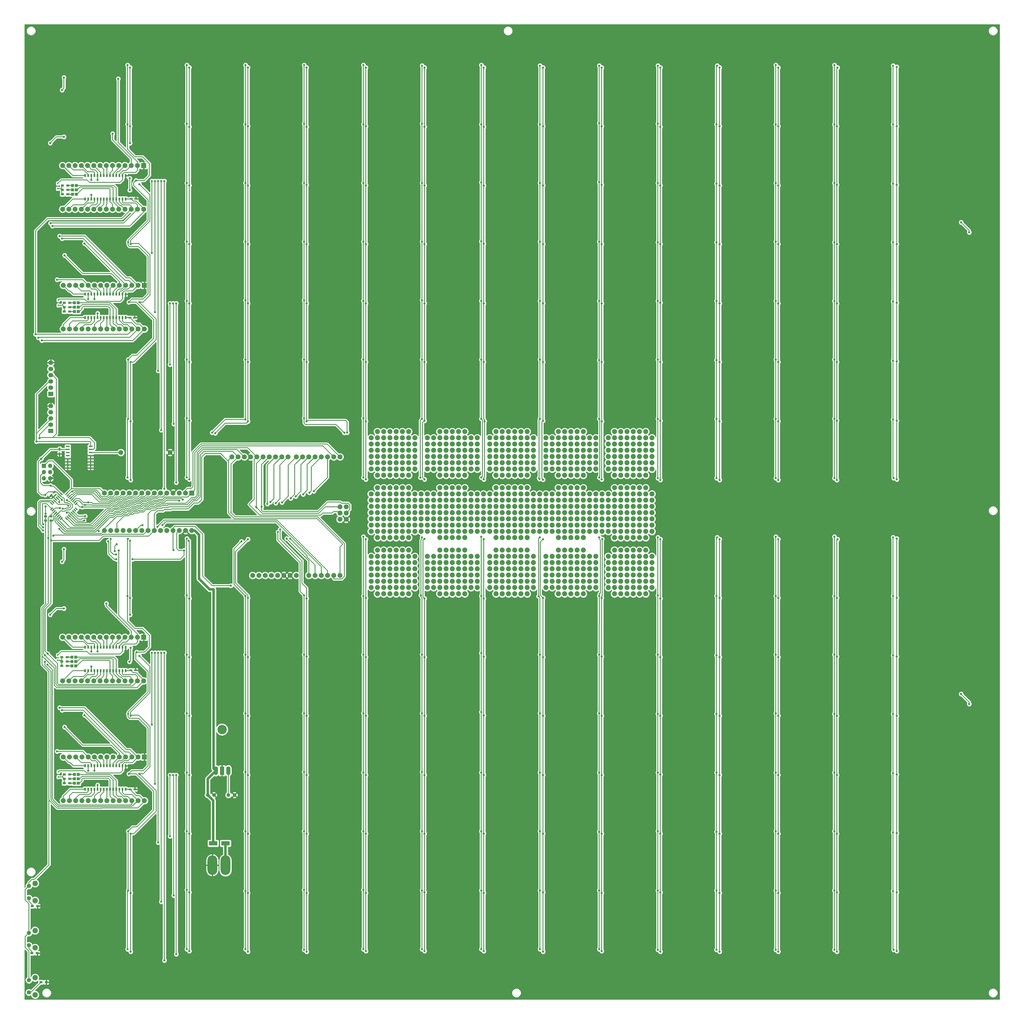
<source format=gtl>
G04 #@! TF.FileFunction,Copper,L1,Top,Signal*
%FSLAX46Y46*%
G04 Gerber Fmt 4.6, Leading zero omitted, Abs format (unit mm)*
G04 Created by KiCad (PCBNEW (2015-10-10 BZR 6258)-product) date Friday, October 16, 2015 'PMt' 06:39:56 PM*
%MOMM*%
G01*
G04 APERTURE LIST*
%ADD10C,0.100000*%
%ADD11C,2.032000*%
%ADD12C,2.000000*%
%ADD13R,3.500120X1.800860*%
%ADD14R,0.450000X0.750000*%
%ADD15R,1.500000X0.600000*%
%ADD16R,2.000000X2.000000*%
%ADD17R,1.250000X1.250000*%
%ADD18C,2.200000*%
%ADD19C,1.700000*%
%ADD20C,1.950000*%
%ADD21C,1.501140*%
%ADD22R,1.699260X3.500120*%
%ADD23O,1.699260X3.500120*%
%ADD24C,3.799840*%
%ADD25R,1.727200X1.727200*%
%ADD26O,1.727200X1.727200*%
%ADD27R,0.762000X1.270000*%
%ADD28R,1.200000X0.750000*%
%ADD29R,0.750000X1.200000*%
%ADD30R,1.200000X0.900000*%
%ADD31O,4.000000X8.000000*%
%ADD32R,2.032000X1.727200*%
%ADD33O,2.032000X1.727200*%
%ADD34C,0.889000*%
%ADD35C,0.350000*%
%ADD36C,0.300000*%
%ADD37C,1.000000*%
%ADD38C,0.254000*%
G04 APERTURE END LIST*
D10*
D11*
X257596600Y-229952800D03*
X267756600Y-229952800D03*
X265216600Y-229952800D03*
X262676600Y-229952800D03*
X270296600Y-229952800D03*
X260136600Y-229952800D03*
X234736600Y-229952800D03*
X244896600Y-229952800D03*
X242356600Y-229952800D03*
X237276600Y-229952800D03*
X239816600Y-229952800D03*
X219496600Y-245192800D03*
X222036600Y-250272800D03*
X219496600Y-250272800D03*
X222036600Y-245192800D03*
X222036600Y-247732800D03*
X219496600Y-247732800D03*
X214416600Y-252812800D03*
X216956600Y-250272800D03*
X214416600Y-250272800D03*
X216956600Y-247732800D03*
X214416600Y-247732800D03*
X214416600Y-245192800D03*
X216956600Y-245192800D03*
X201716600Y-250272800D03*
X199176600Y-250272800D03*
X211876600Y-250272800D03*
X211876600Y-252812800D03*
X209336600Y-252812800D03*
X209336600Y-250272800D03*
X201716600Y-245192800D03*
X196636600Y-250272800D03*
X199176600Y-247732800D03*
X201716600Y-247732800D03*
X196636600Y-247732800D03*
X206796600Y-250272800D03*
X206796600Y-247732800D03*
X206796600Y-245192800D03*
X209336600Y-247732800D03*
X211876600Y-245192800D03*
X209336600Y-245192800D03*
X211876600Y-247732800D03*
X222036600Y-252812800D03*
X216956600Y-252812800D03*
X219496600Y-252812800D03*
X186476600Y-250272800D03*
X186476600Y-252812800D03*
X181396600Y-250272800D03*
X183936600Y-250272800D03*
X189016600Y-252812800D03*
X183936600Y-247732800D03*
X181396600Y-247732800D03*
X181396600Y-245192800D03*
X183936600Y-245192800D03*
X181396600Y-237572800D03*
X183936600Y-237572800D03*
X181396600Y-240112800D03*
X181396600Y-242652800D03*
X183936600Y-240112800D03*
X183936600Y-242652800D03*
X189016600Y-237572800D03*
X186476600Y-237572800D03*
X186476600Y-242652800D03*
X189016600Y-242652800D03*
X186476600Y-240112800D03*
X189016600Y-240112800D03*
X216956600Y-242652800D03*
X214416600Y-242652800D03*
X214416600Y-240112800D03*
X216956600Y-240112800D03*
X211876600Y-240112800D03*
X209336600Y-242652800D03*
X209336600Y-240112800D03*
X211876600Y-242652800D03*
X201716600Y-237572800D03*
X201716600Y-242652800D03*
X201716600Y-240112800D03*
X214416600Y-235032800D03*
X216956600Y-237572800D03*
X211876600Y-237572800D03*
X216956600Y-235032800D03*
X211876600Y-235032800D03*
X214416600Y-237572800D03*
X209336600Y-235032800D03*
X206796600Y-237572800D03*
X206796600Y-240112800D03*
X206796600Y-242652800D03*
X209336600Y-237572800D03*
X176316600Y-237572800D03*
X173776600Y-235032800D03*
X171236600Y-237572800D03*
X173776600Y-240112800D03*
X171236600Y-235032800D03*
X173776600Y-237572800D03*
X173776600Y-242652800D03*
X171236600Y-240112800D03*
X171236600Y-242652800D03*
X176316600Y-240112800D03*
X176316600Y-242652800D03*
X166156600Y-250272800D03*
X166156600Y-247732800D03*
X168696600Y-252812800D03*
X168696600Y-250272800D03*
X166156600Y-252812800D03*
X176316600Y-245192800D03*
X171236600Y-245192800D03*
X173776600Y-247732800D03*
X173776600Y-245192800D03*
X176316600Y-247732800D03*
X171236600Y-247732800D03*
X171236600Y-252812800D03*
X171236600Y-250272800D03*
X173776600Y-252812800D03*
X173776600Y-250272800D03*
X176316600Y-250272800D03*
X161076600Y-235032800D03*
X158536600Y-237572800D03*
X158536600Y-240112800D03*
X161076600Y-240112800D03*
X161076600Y-237572800D03*
X163616600Y-240112800D03*
X166156600Y-242652800D03*
X168696600Y-245192800D03*
X168696600Y-242652800D03*
X166156600Y-245192800D03*
X168696600Y-247732800D03*
X161076600Y-247732800D03*
X158536600Y-247732800D03*
X158536600Y-245192800D03*
X158536600Y-242652800D03*
X163616600Y-250272800D03*
X163616600Y-252812800D03*
X161076600Y-252812800D03*
X158536600Y-250272800D03*
X161076600Y-250272800D03*
X161076600Y-245192800D03*
X163616600Y-245192800D03*
X163616600Y-242652800D03*
X161076600Y-242652800D03*
X163616600Y-247732800D03*
X163616600Y-235032800D03*
X168696600Y-237572800D03*
X166156600Y-237572800D03*
X168696600Y-235032800D03*
X166156600Y-235032800D03*
X168696600Y-240112800D03*
X166156600Y-240112800D03*
X163616600Y-237572800D03*
X189016600Y-235032800D03*
X191556600Y-235032800D03*
X194096600Y-235032800D03*
X191556600Y-237572800D03*
X186476600Y-235032800D03*
X194096600Y-237572800D03*
X194096600Y-240112800D03*
X199176600Y-242652800D03*
X196636600Y-242652800D03*
X196636600Y-245192800D03*
X199176600Y-245192800D03*
X194096600Y-242652800D03*
X189016600Y-247732800D03*
X189016600Y-250272800D03*
X186476600Y-247732800D03*
X186476600Y-245192800D03*
X189016600Y-245192800D03*
X191556600Y-247732800D03*
X194096600Y-247732800D03*
X191556600Y-252812800D03*
X196636600Y-252812800D03*
X194096600Y-250272800D03*
X194096600Y-252812800D03*
X191556600Y-250272800D03*
X191556600Y-240112800D03*
X191556600Y-242652800D03*
X194096600Y-245192800D03*
X191556600Y-245192800D03*
X196636600Y-237572800D03*
X196636600Y-235032800D03*
X199176600Y-237572800D03*
X199176600Y-240112800D03*
X196636600Y-240112800D03*
X272836600Y-245192800D03*
X272836600Y-250272800D03*
X272836600Y-247732800D03*
X270296600Y-252812800D03*
X270296600Y-235032800D03*
X272836600Y-237572800D03*
X267756600Y-235032800D03*
X270296600Y-250272800D03*
X267756600Y-247732800D03*
X270296600Y-247732800D03*
X267756600Y-250272800D03*
X267756600Y-252812800D03*
X262676600Y-235032800D03*
X265216600Y-237572800D03*
X265216600Y-235032800D03*
X262676600Y-240112800D03*
X262676600Y-242652800D03*
X262676600Y-237572800D03*
X265216600Y-242652800D03*
X265216600Y-240112800D03*
X270296600Y-237572800D03*
X267756600Y-237572800D03*
X272836600Y-240112800D03*
X267756600Y-240112800D03*
X270296600Y-240112800D03*
X272836600Y-242652800D03*
X270296600Y-245192800D03*
X270296600Y-242652800D03*
X267756600Y-242652800D03*
X265216600Y-245192800D03*
X267756600Y-245192800D03*
X229656600Y-250272800D03*
X229656600Y-247732800D03*
X232196600Y-247732800D03*
X232196600Y-250272800D03*
X234736600Y-250272800D03*
X234736600Y-252812800D03*
X239816600Y-250272800D03*
X237276600Y-252812800D03*
X239816600Y-252812800D03*
X237276600Y-247732800D03*
X237276600Y-250272800D03*
X239816600Y-247732800D03*
X237276600Y-235032800D03*
X239816600Y-235032800D03*
X239816600Y-237572800D03*
X234736600Y-240112800D03*
X239816600Y-240112800D03*
X237276600Y-240112800D03*
X234736600Y-237572800D03*
X237276600Y-237572800D03*
X229656600Y-245192800D03*
X232196600Y-245192800D03*
X229656600Y-242652800D03*
X234736600Y-245192800D03*
X232196600Y-242652800D03*
X234736600Y-247732800D03*
X234736600Y-242652800D03*
X239816600Y-245192800D03*
X237276600Y-242652800D03*
X237276600Y-245192800D03*
X239816600Y-242652800D03*
X234736600Y-235032800D03*
X232196600Y-240112800D03*
X232196600Y-237572800D03*
X229656600Y-240112800D03*
X229656600Y-237572800D03*
X265216600Y-252812800D03*
X265216600Y-250272800D03*
X257596600Y-252812800D03*
X262676600Y-250272800D03*
X265216600Y-247732800D03*
X262676600Y-252812800D03*
X260136600Y-252812800D03*
X260136600Y-247732800D03*
X257596600Y-250272800D03*
X262676600Y-247732800D03*
X262676600Y-245192800D03*
X260136600Y-245192800D03*
X257596600Y-245192800D03*
X257596600Y-247732800D03*
X260136600Y-250272800D03*
X255056600Y-250272800D03*
X249976600Y-250272800D03*
X247436600Y-250272800D03*
X242356600Y-252812800D03*
X242356600Y-250272800D03*
X244896600Y-252812800D03*
X244896600Y-250272800D03*
X249976600Y-247732800D03*
X255056600Y-247732800D03*
X255056600Y-245192800D03*
X255056600Y-242652800D03*
X249976600Y-245192800D03*
X244896600Y-247732800D03*
X247436600Y-247732800D03*
X242356600Y-247732800D03*
X242356600Y-245192800D03*
X244896600Y-242652800D03*
X247436600Y-242652800D03*
X244896600Y-245192800D03*
X247436600Y-245192800D03*
X242356600Y-242652800D03*
X242356600Y-235032800D03*
X244896600Y-235032800D03*
X242356600Y-237572800D03*
X249976600Y-242652800D03*
X249976600Y-237572800D03*
X249976600Y-240112800D03*
X257596600Y-235032800D03*
X260136600Y-237572800D03*
X257596600Y-242652800D03*
X257596600Y-240112800D03*
X260136600Y-240112800D03*
X260136600Y-235032800D03*
X257596600Y-237572800D03*
X260136600Y-242652800D03*
X247436600Y-237572800D03*
X247436600Y-240112800D03*
X244896600Y-237572800D03*
X242356600Y-240112800D03*
X244896600Y-240112800D03*
X255056600Y-237572800D03*
X255056600Y-240112800D03*
X224576600Y-240112800D03*
X224576600Y-237572800D03*
X219496600Y-235032800D03*
X222036600Y-237572800D03*
X219496600Y-240112800D03*
X222036600Y-235032800D03*
X219496600Y-237572800D03*
X222036600Y-240112800D03*
X224576600Y-245192800D03*
X224576600Y-247732800D03*
X219496600Y-242652800D03*
X222036600Y-242652800D03*
X224576600Y-242652800D03*
X224576600Y-250272800D03*
X186476600Y-186772800D03*
X189016600Y-186772800D03*
X214416600Y-186772800D03*
X216956600Y-186772800D03*
X211876600Y-186772800D03*
X209336600Y-186772800D03*
X173776600Y-186772800D03*
X171236600Y-186772800D03*
X161076600Y-186772800D03*
X163616600Y-186772800D03*
X168696600Y-186772800D03*
X166156600Y-186772800D03*
X191556600Y-186772800D03*
X194096600Y-186772800D03*
X196636600Y-186772800D03*
X262676600Y-186772800D03*
X265216600Y-186772800D03*
X270296600Y-186772800D03*
X267756600Y-186772800D03*
X237276600Y-186772800D03*
X239816600Y-186772800D03*
X234736600Y-186772800D03*
X257596600Y-186772800D03*
X260136600Y-186772800D03*
X242356600Y-186772800D03*
X244896600Y-186772800D03*
X219496600Y-186772800D03*
X222036600Y-186772800D03*
X272836600Y-194392800D03*
X272836600Y-196932800D03*
X272836600Y-191852800D03*
X272836600Y-189312800D03*
X272836600Y-199472800D03*
X272836600Y-202012800D03*
X262676600Y-189312800D03*
X265216600Y-191852800D03*
X262676600Y-194392800D03*
X262676600Y-191852800D03*
X265216600Y-189312800D03*
X267756600Y-189312800D03*
X270296600Y-189312800D03*
X265216600Y-194392800D03*
X270296600Y-194392800D03*
X270296600Y-191852800D03*
X267756600Y-191852800D03*
X267756600Y-194392800D03*
X270296600Y-199472800D03*
X267756600Y-199472800D03*
X270296600Y-196932800D03*
X265216600Y-196932800D03*
X267756600Y-196932800D03*
X255056600Y-202012800D03*
X260136600Y-199472800D03*
X257596600Y-194392800D03*
X260136600Y-194392800D03*
X260136600Y-196932800D03*
X255056600Y-199472800D03*
X257596600Y-196932800D03*
X255056600Y-196932800D03*
X257596600Y-199472800D03*
X255056600Y-194392800D03*
X260136600Y-202012800D03*
X260136600Y-204552800D03*
X257596600Y-202012800D03*
X257596600Y-204552800D03*
X262676600Y-202012800D03*
X262676600Y-199472800D03*
X262676600Y-196932800D03*
X265216600Y-199472800D03*
X270296600Y-204552800D03*
X270296600Y-202012800D03*
X262676600Y-204552800D03*
X265216600Y-204552800D03*
X267756600Y-202012800D03*
X267756600Y-204552800D03*
X265216600Y-202012800D03*
X249976600Y-194392800D03*
X249976600Y-196932800D03*
X249976600Y-189312800D03*
X249976600Y-191852800D03*
X249976600Y-202012800D03*
X249976600Y-199472800D03*
X255056600Y-191852800D03*
X255056600Y-189312800D03*
X260136600Y-191852800D03*
X257596600Y-189312800D03*
X257596600Y-191852800D03*
X260136600Y-189312800D03*
X239816600Y-189312800D03*
X242356600Y-191852800D03*
X239816600Y-194392800D03*
X239816600Y-191852800D03*
X242356600Y-189312800D03*
X244896600Y-189312800D03*
X247436600Y-189312800D03*
X242356600Y-194392800D03*
X247436600Y-194392800D03*
X247436600Y-191852800D03*
X244896600Y-191852800D03*
X244896600Y-194392800D03*
X247436600Y-199472800D03*
X244896600Y-199472800D03*
X247436600Y-196932800D03*
X242356600Y-196932800D03*
X244896600Y-196932800D03*
X232196600Y-202012800D03*
X229656600Y-202012800D03*
X237276600Y-199472800D03*
X234736600Y-194392800D03*
X237276600Y-194392800D03*
X237276600Y-196932800D03*
X229656600Y-199472800D03*
X229656600Y-196932800D03*
X229656600Y-194392800D03*
X232196600Y-199472800D03*
X234736600Y-196932800D03*
X232196600Y-196932800D03*
X234736600Y-199472800D03*
X232196600Y-194392800D03*
X237276600Y-202012800D03*
X237276600Y-204552800D03*
X234736600Y-202012800D03*
X234736600Y-204552800D03*
X239816600Y-202012800D03*
X239816600Y-199472800D03*
X239816600Y-196932800D03*
X242356600Y-199472800D03*
X247436600Y-202012800D03*
X239816600Y-204552800D03*
X242356600Y-204552800D03*
X244896600Y-202012800D03*
X244896600Y-204552800D03*
X242356600Y-202012800D03*
X229656600Y-191852800D03*
X229656600Y-189312800D03*
X232196600Y-191852800D03*
X232196600Y-189312800D03*
X237276600Y-191852800D03*
X234736600Y-189312800D03*
X234736600Y-191852800D03*
X237276600Y-189312800D03*
X216956600Y-189312800D03*
X219496600Y-191852800D03*
X216956600Y-194392800D03*
X216956600Y-191852800D03*
X219496600Y-189312800D03*
X222036600Y-189312800D03*
X224576600Y-189312800D03*
X219496600Y-194392800D03*
X224576600Y-194392800D03*
X224576600Y-191852800D03*
X222036600Y-191852800D03*
X222036600Y-194392800D03*
X224576600Y-199472800D03*
X222036600Y-199472800D03*
X224576600Y-196932800D03*
X219496600Y-196932800D03*
X222036600Y-196932800D03*
X209336600Y-204552800D03*
X209336600Y-202012800D03*
X206796600Y-202012800D03*
X214416600Y-199472800D03*
X211876600Y-194392800D03*
X214416600Y-194392800D03*
X214416600Y-196932800D03*
X206796600Y-199472800D03*
X206796600Y-196932800D03*
X206796600Y-194392800D03*
X209336600Y-199472800D03*
X211876600Y-196932800D03*
X209336600Y-196932800D03*
X211876600Y-199472800D03*
X209336600Y-194392800D03*
X214416600Y-202012800D03*
X214416600Y-204552800D03*
X211876600Y-202012800D03*
X211876600Y-204552800D03*
X216956600Y-202012800D03*
X216956600Y-199472800D03*
X216956600Y-196932800D03*
X219496600Y-199472800D03*
X224576600Y-202012800D03*
X216956600Y-204552800D03*
X219496600Y-204552800D03*
X222036600Y-202012800D03*
X222036600Y-204552800D03*
X219496600Y-202012800D03*
X206796600Y-191852800D03*
X206796600Y-189312800D03*
X209336600Y-191852800D03*
X209336600Y-189312800D03*
X214416600Y-191852800D03*
X211876600Y-189312800D03*
X211876600Y-191852800D03*
X214416600Y-189312800D03*
X194096600Y-189312800D03*
X196636600Y-191852800D03*
X194096600Y-194392800D03*
X194096600Y-191852800D03*
X196636600Y-189312800D03*
X199176600Y-189312800D03*
X201716600Y-189312800D03*
X196636600Y-194392800D03*
X201716600Y-194392800D03*
X201716600Y-191852800D03*
X199176600Y-191852800D03*
X199176600Y-194392800D03*
X201716600Y-199472800D03*
X199176600Y-199472800D03*
X201716600Y-196932800D03*
X196636600Y-196932800D03*
X199176600Y-196932800D03*
X186476600Y-204552800D03*
X186476600Y-202012800D03*
X183936600Y-202012800D03*
X191556600Y-199472800D03*
X189016600Y-194392800D03*
X191556600Y-194392800D03*
X191556600Y-196932800D03*
X183936600Y-199472800D03*
X183936600Y-196932800D03*
X183936600Y-194392800D03*
X186476600Y-199472800D03*
X189016600Y-196932800D03*
X186476600Y-196932800D03*
X189016600Y-199472800D03*
X186476600Y-194392800D03*
X191556600Y-202012800D03*
X191556600Y-204552800D03*
X189016600Y-202012800D03*
X189016600Y-204552800D03*
X194096600Y-202012800D03*
X194096600Y-199472800D03*
X194096600Y-196932800D03*
X196636600Y-199472800D03*
X201716600Y-202012800D03*
X194096600Y-204552800D03*
X196636600Y-204552800D03*
X199176600Y-202012800D03*
X196636600Y-202012800D03*
X181396600Y-194392800D03*
X181396600Y-196932800D03*
X183936600Y-191852800D03*
X181396600Y-189312800D03*
X181396600Y-191852800D03*
X183936600Y-189312800D03*
X181396600Y-202012800D03*
X181396600Y-199472800D03*
X186476600Y-191852800D03*
X186476600Y-189312800D03*
X191556600Y-191852800D03*
X189016600Y-189312800D03*
X189016600Y-191852800D03*
X191556600Y-189312800D03*
X171236600Y-189312800D03*
X173776600Y-191852800D03*
X171236600Y-194392800D03*
X171236600Y-191852800D03*
X173776600Y-189312800D03*
X176316600Y-189312800D03*
X173776600Y-194392800D03*
X176316600Y-191852800D03*
X176316600Y-194392800D03*
X176316600Y-199472800D03*
X173776600Y-196932800D03*
X176316600Y-196932800D03*
X161076600Y-204552800D03*
X163616600Y-204552800D03*
X163616600Y-202012800D03*
X161076600Y-202012800D03*
X168696600Y-199472800D03*
X166156600Y-194392800D03*
X168696600Y-194392800D03*
X168696600Y-196932800D03*
X161076600Y-199472800D03*
X161076600Y-196932800D03*
X161076600Y-194392800D03*
X163616600Y-199472800D03*
X166156600Y-196932800D03*
X163616600Y-196932800D03*
X166156600Y-199472800D03*
X163616600Y-194392800D03*
X168696600Y-202012800D03*
X168696600Y-204552800D03*
X166156600Y-202012800D03*
X166156600Y-204552800D03*
X171236600Y-202012800D03*
X171236600Y-199472800D03*
X171236600Y-196932800D03*
X173776600Y-199472800D03*
X171236600Y-204552800D03*
X173776600Y-204552800D03*
X176316600Y-202012800D03*
X173776600Y-202012800D03*
X158536600Y-194392800D03*
X158536600Y-196932800D03*
X161076600Y-191852800D03*
X158536600Y-189312800D03*
X158536600Y-191852800D03*
X161076600Y-189312800D03*
X158536600Y-202012800D03*
X158536600Y-199472800D03*
X163616600Y-191852800D03*
X163616600Y-189312800D03*
X168696600Y-191852800D03*
X166156600Y-189312800D03*
X166156600Y-191852800D03*
X168696600Y-189312800D03*
X209336600Y-229952800D03*
X214416600Y-229952800D03*
X216956600Y-229952800D03*
X211876600Y-229952800D03*
X219496600Y-229952800D03*
X222036600Y-229952800D03*
X189016600Y-229952800D03*
X186476600Y-229952800D03*
X196636600Y-229952800D03*
X194096600Y-229952800D03*
X191556600Y-229952800D03*
X234736600Y-209632800D03*
X237276600Y-209632800D03*
X244896600Y-209632800D03*
X242356600Y-209632800D03*
X239816600Y-209632800D03*
X257596600Y-209632800D03*
X260136600Y-209632800D03*
X270296600Y-209632800D03*
X267756600Y-209632800D03*
X265216600Y-209632800D03*
X262676600Y-209632800D03*
X209336600Y-209632800D03*
X214416600Y-209632800D03*
X211876600Y-209632800D03*
X219496600Y-209632800D03*
X216956600Y-209632800D03*
X222036600Y-209632800D03*
X191556600Y-209632800D03*
X194096600Y-209632800D03*
X196636600Y-209632800D03*
X186476600Y-209632800D03*
X189016600Y-209632800D03*
X161076600Y-209632800D03*
X166156600Y-209632800D03*
X168696600Y-209632800D03*
X163616600Y-209632800D03*
X173776600Y-209632800D03*
X171236600Y-209632800D03*
X272836600Y-214712800D03*
X272836600Y-217252800D03*
X272836600Y-219792800D03*
X272836600Y-224872800D03*
X272836600Y-222332800D03*
X272836600Y-227412800D03*
X272836600Y-212172800D03*
X161076600Y-229952800D03*
X171236600Y-229952800D03*
X173776600Y-229952800D03*
X163616600Y-229952800D03*
X166156600Y-229952800D03*
X168696600Y-229952800D03*
X267756600Y-217252800D03*
X270296600Y-212172800D03*
X270296600Y-214712800D03*
X267756600Y-214712800D03*
X267756600Y-212172800D03*
X265216600Y-214712800D03*
X270296600Y-217252800D03*
X260136600Y-212172800D03*
X260136600Y-214712800D03*
X262676600Y-214712800D03*
X265216600Y-212172800D03*
X262676600Y-217252800D03*
X260136600Y-217252800D03*
X262676600Y-212172800D03*
X265216600Y-217252800D03*
X257596600Y-212172800D03*
X257596600Y-214712800D03*
X255056600Y-212172800D03*
X255056600Y-214712800D03*
X255056600Y-217252800D03*
X257596600Y-217252800D03*
X252516600Y-222332800D03*
X252516600Y-219792800D03*
X249976600Y-219792800D03*
X247436600Y-222332800D03*
X249976600Y-222332800D03*
X247436600Y-219792800D03*
X252516600Y-224872800D03*
X249976600Y-227412800D03*
X244896600Y-224872800D03*
X247436600Y-227412800D03*
X249976600Y-224872800D03*
X247436600Y-224872800D03*
X252516600Y-227412800D03*
X244896600Y-227412800D03*
X265216600Y-224872800D03*
X262676600Y-222332800D03*
X262676600Y-224872800D03*
X260136600Y-224872800D03*
X265216600Y-222332800D03*
X257596600Y-227412800D03*
X257596600Y-222332800D03*
X257596600Y-219792800D03*
X255056600Y-219792800D03*
X257596600Y-224872800D03*
X255056600Y-224872800D03*
X260136600Y-227412800D03*
X255056600Y-222332800D03*
X265216600Y-219792800D03*
X260136600Y-222332800D03*
X262676600Y-219792800D03*
X260136600Y-219792800D03*
X270296600Y-224872800D03*
X270296600Y-222332800D03*
X267756600Y-224872800D03*
X267756600Y-222332800D03*
X270296600Y-219792800D03*
X267756600Y-219792800D03*
X265216600Y-227412800D03*
X270296600Y-227412800D03*
X267756600Y-227412800D03*
X262676600Y-227412800D03*
X255056600Y-227412800D03*
X249976600Y-214712800D03*
X244896600Y-219792800D03*
X242356600Y-219792800D03*
X244896600Y-217252800D03*
X247436600Y-217252800D03*
X242356600Y-214712800D03*
X242356600Y-212172800D03*
X239816600Y-212172800D03*
X242356600Y-222332800D03*
X242356600Y-224872800D03*
X244896600Y-222332800D03*
X239816600Y-222332800D03*
X242356600Y-227412800D03*
X239816600Y-224872800D03*
X237276600Y-217252800D03*
X234736600Y-212172800D03*
X234736600Y-214712800D03*
X234736600Y-217252800D03*
X237276600Y-214712800D03*
X234736600Y-219792800D03*
X234736600Y-222332800D03*
X237276600Y-222332800D03*
X237276600Y-219792800D03*
X239816600Y-219792800D03*
X234736600Y-227412800D03*
X234736600Y-224872800D03*
X239816600Y-227412800D03*
X237276600Y-227412800D03*
X237276600Y-224872800D03*
X252516600Y-212172800D03*
X249976600Y-212172800D03*
X252516600Y-214712800D03*
X249976600Y-217252800D03*
X252516600Y-217252800D03*
X247436600Y-212172800D03*
X244896600Y-214712800D03*
X242356600Y-217252800D03*
X247436600Y-214712800D03*
X244896600Y-212172800D03*
X239816600Y-214712800D03*
X239816600Y-217252800D03*
X237276600Y-212172800D03*
X224576600Y-222332800D03*
X224576600Y-219792800D03*
X222036600Y-219792800D03*
X222036600Y-222332800D03*
X219496600Y-219792800D03*
X222036600Y-224872800D03*
X224576600Y-227412800D03*
X219496600Y-224872800D03*
X224576600Y-224872800D03*
X222036600Y-227412800D03*
X219496600Y-227412800D03*
X216956600Y-224872800D03*
X216956600Y-227412800D03*
X219496600Y-212172800D03*
X222036600Y-212172800D03*
X224576600Y-217252800D03*
X224576600Y-214712800D03*
X222036600Y-217252800D03*
X219496600Y-214712800D03*
X222036600Y-214712800D03*
X224576600Y-212172800D03*
X214416600Y-212172800D03*
X214416600Y-217252800D03*
X211876600Y-217252800D03*
X216956600Y-212172800D03*
X216956600Y-214712800D03*
X214416600Y-214712800D03*
X211876600Y-212172800D03*
X211876600Y-214712800D03*
X214416600Y-222332800D03*
X214416600Y-219792800D03*
X211876600Y-219792800D03*
X214416600Y-224872800D03*
X214416600Y-227412800D03*
X211876600Y-224872800D03*
X211876600Y-227412800D03*
X211876600Y-222332800D03*
X216956600Y-222332800D03*
X219496600Y-217252800D03*
X216956600Y-219792800D03*
X219496600Y-222332800D03*
X216956600Y-217252800D03*
X204256600Y-222332800D03*
X206796600Y-219792800D03*
X206796600Y-222332800D03*
X209336600Y-219792800D03*
X209336600Y-222332800D03*
X204256600Y-219792800D03*
X206796600Y-217252800D03*
X204256600Y-217252800D03*
X209336600Y-217252800D03*
X204256600Y-214712800D03*
X209336600Y-224872800D03*
X206796600Y-224872800D03*
X204256600Y-227412800D03*
X204256600Y-224872800D03*
X209336600Y-227412800D03*
X206796600Y-227412800D03*
X206796600Y-212172800D03*
X209336600Y-212172800D03*
X204256600Y-212172800D03*
X209336600Y-214712800D03*
X206796600Y-214712800D03*
X194096600Y-222332800D03*
X194096600Y-227412800D03*
X196636600Y-227412800D03*
X196636600Y-224872800D03*
X194096600Y-224872800D03*
X201716600Y-222332800D03*
X199176600Y-219792800D03*
X196636600Y-219792800D03*
X196636600Y-222332800D03*
X199176600Y-222332800D03*
X196636600Y-212172800D03*
X194096600Y-212172800D03*
X194096600Y-219792800D03*
X194096600Y-214712800D03*
X194096600Y-217252800D03*
X201716600Y-224872800D03*
X201716600Y-227412800D03*
X199176600Y-227412800D03*
X199176600Y-224872800D03*
X199176600Y-217252800D03*
X196636600Y-217252800D03*
X199176600Y-214712800D03*
X196636600Y-214712800D03*
X201716600Y-212172800D03*
X201716600Y-219792800D03*
X201716600Y-214712800D03*
X201716600Y-217252800D03*
X199176600Y-212172800D03*
X227116600Y-227412800D03*
X232196600Y-227412800D03*
X229656600Y-227412800D03*
X232196600Y-224872800D03*
X229656600Y-217252800D03*
X227116600Y-219792800D03*
X229656600Y-219792800D03*
X232196600Y-217252800D03*
X232196600Y-219792800D03*
X227116600Y-217252800D03*
X232196600Y-222332800D03*
X229656600Y-224872800D03*
X229656600Y-222332800D03*
X227116600Y-224872800D03*
X227116600Y-222332800D03*
X229656600Y-214712800D03*
X227116600Y-212172800D03*
X232196600Y-214712800D03*
X232196600Y-212172800D03*
X229656600Y-212172800D03*
X227116600Y-214712800D03*
X176316600Y-212172800D03*
X178856600Y-212172800D03*
X178856600Y-214712800D03*
X173776600Y-212172800D03*
X173776600Y-214712800D03*
X176316600Y-214712800D03*
X181396600Y-224872800D03*
X181396600Y-222332800D03*
X181396600Y-227412800D03*
X178856600Y-224872800D03*
X178856600Y-227412800D03*
X173776600Y-222332800D03*
X173776600Y-219792800D03*
X178856600Y-219792800D03*
X176316600Y-219792800D03*
X176316600Y-222332800D03*
X178856600Y-222332800D03*
X173776600Y-224872800D03*
X173776600Y-227412800D03*
X176316600Y-224872800D03*
X176316600Y-227412800D03*
X181396600Y-217252800D03*
X176316600Y-217252800D03*
X178856600Y-217252800D03*
X173776600Y-217252800D03*
X181396600Y-214712800D03*
X186476600Y-224872800D03*
X183936600Y-227412800D03*
X183936600Y-224872800D03*
X186476600Y-227412800D03*
X189016600Y-227412800D03*
X189016600Y-214712800D03*
X189016600Y-217252800D03*
X189016600Y-219792800D03*
X191556600Y-217252800D03*
X191556600Y-219792800D03*
X191556600Y-214712800D03*
X191556600Y-212172800D03*
X189016600Y-212172800D03*
X183936600Y-212172800D03*
X183936600Y-214712800D03*
X186476600Y-217252800D03*
X186476600Y-214712800D03*
X183936600Y-217252800D03*
X186476600Y-212172800D03*
X181396600Y-212172800D03*
X183936600Y-222332800D03*
X183936600Y-219792800D03*
X186476600Y-219792800D03*
X186476600Y-222332800D03*
X181396600Y-219792800D03*
X191556600Y-222332800D03*
X189016600Y-224872800D03*
X191556600Y-227412800D03*
X189016600Y-222332800D03*
X191556600Y-224872800D03*
X168696600Y-214712800D03*
X168696600Y-212172800D03*
X168696600Y-217252800D03*
X168696600Y-219792800D03*
X171236600Y-217252800D03*
X171236600Y-219792800D03*
X171236600Y-214712800D03*
X163616600Y-212172800D03*
X171236600Y-222332800D03*
X166156600Y-212172800D03*
X171236600Y-212172800D03*
X171236600Y-224872800D03*
X171236600Y-227412800D03*
X168696600Y-227412800D03*
X168696600Y-224872800D03*
X163616600Y-224872800D03*
X166156600Y-224872800D03*
X163616600Y-227412800D03*
X166156600Y-227412800D03*
X163616600Y-217252800D03*
X163616600Y-214712800D03*
X166156600Y-214712800D03*
X166156600Y-217252800D03*
X168696600Y-222332800D03*
X163616600Y-219792800D03*
X166156600Y-219792800D03*
X166156600Y-222332800D03*
X163616600Y-222332800D03*
X161076600Y-217252800D03*
X158536600Y-214712800D03*
X158536600Y-212172800D03*
X161076600Y-214712800D03*
X161076600Y-212172800D03*
X158536600Y-217252800D03*
X161076600Y-227412800D03*
X158536600Y-224872800D03*
X158536600Y-222332800D03*
X158536600Y-219792800D03*
X161076600Y-219792800D03*
X161076600Y-224872800D03*
X161076600Y-222332800D03*
X158536600Y-227412800D03*
D12*
X110276600Y-245319800D03*
X112816600Y-245319800D03*
X115356600Y-245319800D03*
X117896600Y-245319800D03*
X120436600Y-245319800D03*
X122976600Y-245319800D03*
X125516600Y-245319800D03*
X128056600Y-245319800D03*
X133136600Y-245319800D03*
X135676600Y-245319800D03*
X138216600Y-245319800D03*
X140756600Y-245319800D03*
X143296600Y-245319800D03*
X145836600Y-245319800D03*
X101793000Y-197059800D03*
X104333000Y-197059800D03*
X106873000Y-197059800D03*
X109413000Y-197059800D03*
X111953000Y-197059800D03*
X114493000Y-197059800D03*
X117033000Y-197059800D03*
X119573000Y-197059800D03*
X122113000Y-197059800D03*
X124653000Y-197059800D03*
X128056600Y-197059800D03*
X130596600Y-197059800D03*
X133136600Y-197059800D03*
X135676600Y-197059800D03*
X138216600Y-197059800D03*
X140756600Y-197059800D03*
X143296600Y-197059800D03*
X145836600Y-197059800D03*
X145836600Y-222459800D03*
X145836600Y-219919800D03*
X145836600Y-217379800D03*
X148376600Y-217379800D03*
X148376600Y-219919800D03*
X148376600Y-222459800D03*
D13*
X94218535Y-354415000D03*
X99217255Y-354415000D03*
D14*
X30901600Y-279902800D03*
X30901600Y-277792800D03*
X30901600Y-87878800D03*
X30901600Y-85768800D03*
X31155600Y-135376800D03*
X31155600Y-133266800D03*
X31155600Y-327400800D03*
X31155600Y-325290800D03*
D15*
X35014600Y-192741800D03*
X35014600Y-194011800D03*
X35014600Y-195281800D03*
X35014600Y-196551800D03*
X35014600Y-197821800D03*
X35014600Y-199091800D03*
X35014600Y-200361800D03*
X35014600Y-201631800D03*
X44314600Y-201631800D03*
X44314600Y-200361800D03*
X44314600Y-199091800D03*
X44314600Y-197821800D03*
X44314600Y-196551800D03*
X44314600Y-195281800D03*
X44314600Y-194011800D03*
X44314600Y-192741800D03*
D12*
X65191600Y-227031800D03*
D16*
X85511600Y-211791800D03*
D12*
X82971600Y-211791800D03*
X80431600Y-211791800D03*
X77891600Y-211791800D03*
X75351600Y-211791800D03*
X72811600Y-211791800D03*
X70271600Y-211791800D03*
X67731600Y-211791800D03*
X65191600Y-211791800D03*
X62651600Y-211791800D03*
X60111600Y-211791800D03*
X57571600Y-211791800D03*
X55031600Y-211791800D03*
X52491600Y-211791800D03*
X49951600Y-211791800D03*
X85511600Y-227031800D03*
X82971600Y-227031800D03*
X80431600Y-227031800D03*
X77891600Y-227031800D03*
X75351600Y-227031800D03*
X72811600Y-227031800D03*
X70271600Y-227031800D03*
X67731600Y-227031800D03*
X62651600Y-227031800D03*
X60111600Y-227031800D03*
X57571600Y-227031800D03*
X55031600Y-227031800D03*
X52491600Y-227031800D03*
X49951600Y-227031800D03*
D17*
X37759600Y-134321800D03*
X39283600Y-134321800D03*
X37759600Y-136099800D03*
X39283600Y-136099800D03*
X37759600Y-137877800D03*
X39283600Y-137877800D03*
X37759600Y-326345800D03*
X39283600Y-326345800D03*
X37759600Y-328123800D03*
X39283600Y-328123800D03*
X37759600Y-329901800D03*
X39283600Y-329901800D03*
X36997600Y-86569800D03*
X38521600Y-86569800D03*
X36997600Y-88347800D03*
X38521600Y-88347800D03*
X36997600Y-90125800D03*
X38521600Y-90125800D03*
X36743600Y-278593800D03*
X38267600Y-278593800D03*
X36743600Y-280371800D03*
X38267600Y-280371800D03*
X36743600Y-282149800D03*
X38267600Y-282149800D03*
D18*
X21690200Y-370709000D03*
X21690200Y-377709000D03*
D19*
X19190200Y-371709000D03*
X19190200Y-376709000D03*
D18*
X21690200Y-389899000D03*
X21690200Y-396899000D03*
D19*
X19190200Y-390899000D03*
X19190200Y-395899000D03*
D18*
X21690200Y-409089000D03*
X21690200Y-416089000D03*
D19*
X19190200Y-410089000D03*
X19190200Y-415089000D03*
D20*
X76643600Y-195281800D03*
X56643600Y-195281800D03*
D21*
X102922895Y-334747000D03*
X100382895Y-334747000D03*
D22*
X97828060Y-324821800D03*
D23*
X95288060Y-324821800D03*
X100368060Y-324821800D03*
D24*
X97828060Y-308057800D03*
D25*
X25313600Y-200742800D03*
D26*
X27853600Y-200742800D03*
X25313600Y-203282800D03*
X27853600Y-203282800D03*
X25313600Y-205822800D03*
X27853600Y-205822800D03*
D27*
X58587600Y-130811800D03*
X57317600Y-130811800D03*
X56047600Y-130811800D03*
X54777600Y-130811800D03*
X53507600Y-130811800D03*
X52237600Y-130811800D03*
X50967600Y-130811800D03*
X49697600Y-130811800D03*
X48427600Y-130811800D03*
X47157600Y-130811800D03*
X48427600Y-140371800D03*
X47157600Y-140371800D03*
X45887600Y-140371800D03*
X44617600Y-140371800D03*
X43347600Y-140371800D03*
X42077600Y-140371800D03*
X42077600Y-130811800D03*
X43347600Y-130811800D03*
X44617600Y-130811800D03*
X45887600Y-130811800D03*
X49697600Y-140371800D03*
X50967600Y-140371800D03*
X52237600Y-140371800D03*
X53507600Y-140371800D03*
X54777600Y-140371800D03*
X56047600Y-140371800D03*
X57317600Y-140371800D03*
X58587600Y-140371800D03*
X58587600Y-322835800D03*
X57317600Y-322835800D03*
X56047600Y-322835800D03*
X54777600Y-322835800D03*
X53507600Y-322835800D03*
X52237600Y-322835800D03*
X50967600Y-322835800D03*
X49697600Y-322835800D03*
X48427600Y-322835800D03*
X47157600Y-322835800D03*
X48427600Y-332395800D03*
X47157600Y-332395800D03*
X45887600Y-332395800D03*
X44617600Y-332395800D03*
X43347600Y-332395800D03*
X42077600Y-332395800D03*
X42077600Y-322835800D03*
X43347600Y-322835800D03*
X44617600Y-322835800D03*
X45887600Y-322835800D03*
X49697600Y-332395800D03*
X50967600Y-332395800D03*
X52237600Y-332395800D03*
X53507600Y-332395800D03*
X54777600Y-332395800D03*
X56047600Y-332395800D03*
X57317600Y-332395800D03*
X58587600Y-332395800D03*
D21*
X94527895Y-334747000D03*
X91987895Y-334747000D03*
D10*
G36*
X35125646Y-222410434D02*
X34766436Y-222769644D01*
X33868410Y-221871618D01*
X34227620Y-221512408D01*
X35125646Y-222410434D01*
X35125646Y-222410434D01*
G37*
G36*
X35691331Y-221844748D02*
X35332121Y-222203958D01*
X34434095Y-221305932D01*
X34793305Y-220946722D01*
X35691331Y-221844748D01*
X35691331Y-221844748D01*
G37*
G36*
X36257016Y-221279063D02*
X35897806Y-221638273D01*
X34999780Y-220740247D01*
X35358990Y-220381037D01*
X36257016Y-221279063D01*
X36257016Y-221279063D01*
G37*
G36*
X36822702Y-220713377D02*
X36463492Y-221072587D01*
X35565466Y-220174561D01*
X35924676Y-219815351D01*
X36822702Y-220713377D01*
X36822702Y-220713377D01*
G37*
G36*
X37388387Y-220147692D02*
X37029177Y-220506902D01*
X36131151Y-219608876D01*
X36490361Y-219249666D01*
X37388387Y-220147692D01*
X37388387Y-220147692D01*
G37*
G36*
X37954073Y-219582006D02*
X37594863Y-219941216D01*
X36696837Y-219043190D01*
X37056047Y-218683980D01*
X37954073Y-219582006D01*
X37954073Y-219582006D01*
G37*
G36*
X38519758Y-219016321D02*
X38160548Y-219375531D01*
X37262522Y-218477505D01*
X37621732Y-218118295D01*
X38519758Y-219016321D01*
X38519758Y-219016321D01*
G37*
G36*
X39085444Y-218450636D02*
X38726234Y-218809846D01*
X37828208Y-217911820D01*
X38187418Y-217552610D01*
X39085444Y-218450636D01*
X39085444Y-218450636D01*
G37*
G36*
X39085444Y-215800964D02*
X38187418Y-216698990D01*
X37828208Y-216339780D01*
X38726234Y-215441754D01*
X39085444Y-215800964D01*
X39085444Y-215800964D01*
G37*
G36*
X38519758Y-215235279D02*
X37621732Y-216133305D01*
X37262522Y-215774095D01*
X38160548Y-214876069D01*
X38519758Y-215235279D01*
X38519758Y-215235279D01*
G37*
G36*
X37954073Y-214669594D02*
X37056047Y-215567620D01*
X36696837Y-215208410D01*
X37594863Y-214310384D01*
X37954073Y-214669594D01*
X37954073Y-214669594D01*
G37*
G36*
X37388387Y-214103908D02*
X36490361Y-215001934D01*
X36131151Y-214642724D01*
X37029177Y-213744698D01*
X37388387Y-214103908D01*
X37388387Y-214103908D01*
G37*
G36*
X36822702Y-213538223D02*
X35924676Y-214436249D01*
X35565466Y-214077039D01*
X36463492Y-213179013D01*
X36822702Y-213538223D01*
X36822702Y-213538223D01*
G37*
G36*
X36257016Y-212972537D02*
X35358990Y-213870563D01*
X34999780Y-213511353D01*
X35897806Y-212613327D01*
X36257016Y-212972537D01*
X36257016Y-212972537D01*
G37*
G36*
X35691331Y-212406852D02*
X34793305Y-213304878D01*
X34434095Y-212945668D01*
X35332121Y-212047642D01*
X35691331Y-212406852D01*
X35691331Y-212406852D01*
G37*
G36*
X35125646Y-211841166D02*
X34227620Y-212739192D01*
X33868410Y-212379982D01*
X34766436Y-211481956D01*
X35125646Y-211841166D01*
X35125646Y-211841166D01*
G37*
G36*
X33014790Y-212379982D02*
X32655580Y-212739192D01*
X31757554Y-211841166D01*
X32116764Y-211481956D01*
X33014790Y-212379982D01*
X33014790Y-212379982D01*
G37*
G36*
X32449105Y-212945668D02*
X32089895Y-213304878D01*
X31191869Y-212406852D01*
X31551079Y-212047642D01*
X32449105Y-212945668D01*
X32449105Y-212945668D01*
G37*
G36*
X31883420Y-213511353D02*
X31524210Y-213870563D01*
X30626184Y-212972537D01*
X30985394Y-212613327D01*
X31883420Y-213511353D01*
X31883420Y-213511353D01*
G37*
G36*
X31317734Y-214077039D02*
X30958524Y-214436249D01*
X30060498Y-213538223D01*
X30419708Y-213179013D01*
X31317734Y-214077039D01*
X31317734Y-214077039D01*
G37*
G36*
X30752049Y-214642724D02*
X30392839Y-215001934D01*
X29494813Y-214103908D01*
X29854023Y-213744698D01*
X30752049Y-214642724D01*
X30752049Y-214642724D01*
G37*
G36*
X30186363Y-215208410D02*
X29827153Y-215567620D01*
X28929127Y-214669594D01*
X29288337Y-214310384D01*
X30186363Y-215208410D01*
X30186363Y-215208410D01*
G37*
G36*
X29620678Y-215774095D02*
X29261468Y-216133305D01*
X28363442Y-215235279D01*
X28722652Y-214876069D01*
X29620678Y-215774095D01*
X29620678Y-215774095D01*
G37*
G36*
X29054992Y-216339780D02*
X28695782Y-216698990D01*
X27797756Y-215800964D01*
X28156966Y-215441754D01*
X29054992Y-216339780D01*
X29054992Y-216339780D01*
G37*
G36*
X29054992Y-217911820D02*
X28156966Y-218809846D01*
X27797756Y-218450636D01*
X28695782Y-217552610D01*
X29054992Y-217911820D01*
X29054992Y-217911820D01*
G37*
G36*
X29620678Y-218477505D02*
X28722652Y-219375531D01*
X28363442Y-219016321D01*
X29261468Y-218118295D01*
X29620678Y-218477505D01*
X29620678Y-218477505D01*
G37*
G36*
X30186363Y-219043190D02*
X29288337Y-219941216D01*
X28929127Y-219582006D01*
X29827153Y-218683980D01*
X30186363Y-219043190D01*
X30186363Y-219043190D01*
G37*
G36*
X30752049Y-219608876D02*
X29854023Y-220506902D01*
X29494813Y-220147692D01*
X30392839Y-219249666D01*
X30752049Y-219608876D01*
X30752049Y-219608876D01*
G37*
G36*
X31317734Y-220174561D02*
X30419708Y-221072587D01*
X30060498Y-220713377D01*
X30958524Y-219815351D01*
X31317734Y-220174561D01*
X31317734Y-220174561D01*
G37*
G36*
X31883420Y-220740247D02*
X30985394Y-221638273D01*
X30626184Y-221279063D01*
X31524210Y-220381037D01*
X31883420Y-220740247D01*
X31883420Y-220740247D01*
G37*
G36*
X32449105Y-221305932D02*
X31551079Y-222203958D01*
X31191869Y-221844748D01*
X32089895Y-220946722D01*
X32449105Y-221305932D01*
X32449105Y-221305932D01*
G37*
G36*
X33014790Y-221871618D02*
X32116764Y-222769644D01*
X31757554Y-222410434D01*
X32655580Y-221512408D01*
X33014790Y-221871618D01*
X33014790Y-221871618D01*
G37*
D16*
X66207600Y-127209800D03*
D12*
X63667600Y-127209800D03*
X61127600Y-127209800D03*
X58587600Y-127209800D03*
X56047600Y-127209800D03*
X53507600Y-127209800D03*
X50967600Y-127209800D03*
X48427600Y-127209800D03*
X45887600Y-127209800D03*
X43347600Y-127209800D03*
X40807600Y-127209800D03*
X38267600Y-127209800D03*
X35727600Y-127209800D03*
X33187600Y-127209800D03*
X33187600Y-144989800D03*
X35727600Y-144989800D03*
X38267600Y-144989800D03*
X40807600Y-144989800D03*
X43347600Y-144989800D03*
X45887600Y-144989800D03*
X48427600Y-144989800D03*
X50967600Y-144989800D03*
X53507600Y-144989800D03*
X56047600Y-144989800D03*
X58587600Y-144989800D03*
X61127600Y-144989800D03*
X63667600Y-144989800D03*
X66207600Y-144989800D03*
D16*
X65953600Y-78441800D03*
D12*
X63413600Y-78441800D03*
X60873600Y-78441800D03*
X58333600Y-78441800D03*
X55793600Y-78441800D03*
X53253600Y-78441800D03*
X50713600Y-78441800D03*
X48173600Y-78441800D03*
X45633600Y-78441800D03*
X43093600Y-78441800D03*
X40553600Y-78441800D03*
X38013600Y-78441800D03*
X35473600Y-78441800D03*
X32933600Y-78441800D03*
X32933600Y-96221800D03*
X35473600Y-96221800D03*
X38013600Y-96221800D03*
X40553600Y-96221800D03*
X43093600Y-96221800D03*
X45633600Y-96221800D03*
X48173600Y-96221800D03*
X50713600Y-96221800D03*
X53253600Y-96221800D03*
X55793600Y-96221800D03*
X58333600Y-96221800D03*
X60873600Y-96221800D03*
X63413600Y-96221800D03*
X65953600Y-96221800D03*
D27*
X58587600Y-82551800D03*
X57317600Y-82551800D03*
X56047600Y-82551800D03*
X54777600Y-82551800D03*
X53507600Y-82551800D03*
X52237600Y-82551800D03*
X50967600Y-82551800D03*
X49697600Y-82551800D03*
X48427600Y-82551800D03*
X47157600Y-82551800D03*
X48427600Y-92111800D03*
X47157600Y-92111800D03*
X45887600Y-92111800D03*
X44617600Y-92111800D03*
X43347600Y-92111800D03*
X42077600Y-92111800D03*
X42077600Y-82551800D03*
X43347600Y-82551800D03*
X44617600Y-82551800D03*
X45887600Y-82551800D03*
X49697600Y-92111800D03*
X50967600Y-92111800D03*
X52237600Y-92111800D03*
X53507600Y-92111800D03*
X54777600Y-92111800D03*
X56047600Y-92111800D03*
X57317600Y-92111800D03*
X58587600Y-92111800D03*
D16*
X65953600Y-270465800D03*
D12*
X63413600Y-270465800D03*
X60873600Y-270465800D03*
X58333600Y-270465800D03*
X55793600Y-270465800D03*
X53253600Y-270465800D03*
X50713600Y-270465800D03*
X48173600Y-270465800D03*
X45633600Y-270465800D03*
X43093600Y-270465800D03*
X40553600Y-270465800D03*
X38013600Y-270465800D03*
X35473600Y-270465800D03*
X32933600Y-270465800D03*
X32933600Y-288245800D03*
X35473600Y-288245800D03*
X38013600Y-288245800D03*
X40553600Y-288245800D03*
X43093600Y-288245800D03*
X45633600Y-288245800D03*
X48173600Y-288245800D03*
X50713600Y-288245800D03*
X53253600Y-288245800D03*
X55793600Y-288245800D03*
X58333600Y-288245800D03*
X60873600Y-288245800D03*
X63413600Y-288245800D03*
X65953600Y-288245800D03*
D27*
X58587600Y-274575800D03*
X57317600Y-274575800D03*
X56047600Y-274575800D03*
X54777600Y-274575800D03*
X53507600Y-274575800D03*
X52237600Y-274575800D03*
X50967600Y-274575800D03*
X49697600Y-274575800D03*
X48427600Y-274575800D03*
X47157600Y-274575800D03*
X48427600Y-284135800D03*
X47157600Y-284135800D03*
X45887600Y-284135800D03*
X44617600Y-284135800D03*
X43347600Y-284135800D03*
X42077600Y-284135800D03*
X42077600Y-274575800D03*
X43347600Y-274575800D03*
X44617600Y-274575800D03*
X45887600Y-274575800D03*
X49697600Y-284135800D03*
X50967600Y-284135800D03*
X52237600Y-284135800D03*
X53507600Y-284135800D03*
X54777600Y-284135800D03*
X56047600Y-284135800D03*
X57317600Y-284135800D03*
X58587600Y-284135800D03*
D16*
X66207600Y-319233800D03*
D12*
X63667600Y-319233800D03*
X61127600Y-319233800D03*
X58587600Y-319233800D03*
X56047600Y-319233800D03*
X53507600Y-319233800D03*
X50967600Y-319233800D03*
X48427600Y-319233800D03*
X45887600Y-319233800D03*
X43347600Y-319233800D03*
X40807600Y-319233800D03*
X38267600Y-319233800D03*
X35727600Y-319233800D03*
X33187600Y-319233800D03*
X33187600Y-337013800D03*
X35727600Y-337013800D03*
X38267600Y-337013800D03*
X40807600Y-337013800D03*
X43347600Y-337013800D03*
X45887600Y-337013800D03*
X48427600Y-337013800D03*
X50967600Y-337013800D03*
X53507600Y-337013800D03*
X56047600Y-337013800D03*
X58587600Y-337013800D03*
X61127600Y-337013800D03*
X63667600Y-337013800D03*
X66207600Y-337013800D03*
D28*
X60685600Y-283927800D03*
X62585600Y-283927800D03*
X60431600Y-332441800D03*
X62331600Y-332441800D03*
D10*
G36*
X29700450Y-210684620D02*
X30230780Y-211214950D01*
X29382252Y-212063478D01*
X28851922Y-211533148D01*
X29700450Y-210684620D01*
X29700450Y-210684620D01*
G37*
G36*
X28356948Y-212028122D02*
X28887278Y-212558452D01*
X28038750Y-213406980D01*
X27508420Y-212876650D01*
X28356948Y-212028122D01*
X28356948Y-212028122D01*
G37*
D28*
X60812600Y-92030800D03*
X62712600Y-92030800D03*
X60304600Y-140417800D03*
X62204600Y-140417800D03*
D29*
X31663600Y-193950800D03*
X31663600Y-195850800D03*
D30*
X20530600Y-379939800D03*
X22730600Y-379939800D03*
X20403600Y-399116800D03*
X22603600Y-399116800D03*
X25991600Y-222967800D03*
X28191600Y-222967800D03*
X24086600Y-410927800D03*
X26286600Y-410927800D03*
X28191600Y-221316800D03*
X25991600Y-221316800D03*
X34795600Y-282149800D03*
X32595600Y-282149800D03*
X34795600Y-280371800D03*
X32595600Y-280371800D03*
X34795600Y-278593800D03*
X32595600Y-278593800D03*
X35049600Y-90125800D03*
X32849600Y-90125800D03*
X35049600Y-88347800D03*
X32849600Y-88347800D03*
X35049600Y-86569800D03*
X32849600Y-86569800D03*
X35811600Y-329901800D03*
X33611600Y-329901800D03*
X35811600Y-328123800D03*
X33611600Y-328123800D03*
X35811600Y-136099800D03*
X33611600Y-136099800D03*
X35811600Y-134321800D03*
X33611600Y-134321800D03*
X35811600Y-326345800D03*
X33611600Y-326345800D03*
X35811600Y-137877800D03*
X33611600Y-137877800D03*
D31*
X93893600Y-363302800D03*
X99227600Y-363302800D03*
D32*
X28107600Y-186518800D03*
D33*
X28107600Y-183978800D03*
X28107600Y-181438800D03*
X28107600Y-178898800D03*
X28107600Y-176358800D03*
D32*
X28107600Y-171405800D03*
D33*
X28107600Y-168865800D03*
X28107600Y-166325800D03*
X28107600Y-163785800D03*
X28107600Y-161245800D03*
X28107600Y-158705800D03*
D34*
X43855600Y-223602800D03*
X50459600Y-235794800D03*
X50332600Y-230587800D03*
X96179600Y-203790800D03*
X99227600Y-200996800D03*
X66334600Y-93681800D03*
X66588600Y-98507800D03*
X32933600Y-201250800D03*
X31028600Y-203155800D03*
X66334600Y-285705800D03*
X66207600Y-290658800D03*
X80431600Y-214966800D03*
X82336600Y-235159800D03*
X34711600Y-214712800D03*
X61381600Y-238715800D03*
X54777600Y-238715800D03*
X51475600Y-231476800D03*
X47665600Y-227285800D03*
X81828600Y-214458800D03*
X111800600Y-217633800D03*
X27980600Y-208743800D03*
X31536600Y-226396800D03*
X36870600Y-211156800D03*
X113959600Y-217379800D03*
X26710600Y-281641800D03*
X26837600Y-277196800D03*
X28234600Y-231095800D03*
X21884600Y-147148800D03*
X22265600Y-190836800D03*
X25694600Y-280498800D03*
X25694600Y-277831800D03*
X27091600Y-230079800D03*
X29123600Y-229190800D03*
X23027600Y-148545800D03*
X27980600Y-101936800D03*
X23535600Y-189474798D03*
X135168600Y-211029800D03*
X119674600Y-215855800D03*
X117515600Y-215474800D03*
X116245600Y-216236800D03*
X124119600Y-230333800D03*
X24932600Y-227031800D03*
X125516600Y-230333800D03*
X24932600Y-225761800D03*
X73573600Y-224872800D03*
X65445600Y-224872800D03*
X25059600Y-224491800D03*
X71541600Y-225507800D03*
X31790600Y-217887800D03*
X32679600Y-214585800D03*
X35219600Y-216998800D03*
X25948600Y-217252800D03*
X25821600Y-212553800D03*
X24170600Y-197821800D03*
X25948600Y-220173800D03*
X32933600Y-218141800D03*
X101386600Y-249510800D03*
X28742600Y-103079800D03*
X24424600Y-149688800D03*
X42077600Y-221189800D03*
X41696600Y-222967800D03*
X34584600Y-219792800D03*
X54904600Y-232619800D03*
X54142600Y-235413800D03*
X78018600Y-235032800D03*
X33441600Y-42627800D03*
X32679600Y-47707800D03*
X31663600Y-107143800D03*
X33441600Y-66757800D03*
X27853600Y-69297800D03*
X32679600Y-108159800D03*
X41823600Y-110191800D03*
X33695600Y-115017800D03*
X76621600Y-134575800D03*
X76621600Y-159467800D03*
X77891600Y-134575800D03*
X78145600Y-183597800D03*
X79161600Y-207473800D03*
X79161600Y-134575800D03*
X31663600Y-299167800D03*
X32679600Y-239731800D03*
X33441600Y-234651800D03*
X32679600Y-300183800D03*
X27853600Y-261321800D03*
X33441600Y-258781800D03*
X41823600Y-302215800D03*
X33695600Y-307041800D03*
X76621600Y-351491800D03*
X76621600Y-326599800D03*
X78145600Y-375621800D03*
X77891600Y-326599800D03*
X79161600Y-326599800D03*
X79161600Y-399497800D03*
X55539600Y-43135800D03*
X401995600Y-105619800D03*
X398693600Y-101555800D03*
X53253600Y-65487800D03*
X60238600Y-88474800D03*
X60238600Y-83648800D03*
X69255600Y-84791800D03*
X69255600Y-114001800D03*
X70525600Y-84791800D03*
X70525600Y-138131800D03*
X71795600Y-162007800D03*
X71795600Y-84791800D03*
X73065600Y-186137800D03*
X73065600Y-84791800D03*
X74335600Y-84791800D03*
X74335600Y-210013800D03*
X55793600Y-235159800D03*
X398693600Y-293579800D03*
X401995600Y-297643800D03*
X50713600Y-256749800D03*
X60619600Y-274783800D03*
X60111600Y-280498800D03*
X69255600Y-306025800D03*
X69255600Y-276815800D03*
X70525600Y-330155800D03*
X70525600Y-276815800D03*
X71795600Y-276815800D03*
X71795600Y-354031800D03*
X73065600Y-276815800D03*
X73065600Y-378161800D03*
X74335600Y-402037800D03*
X74335600Y-276815800D03*
X371007600Y-61677800D03*
X371007600Y-85807800D03*
X371007600Y-109683800D03*
X371007600Y-133813800D03*
X371007600Y-157943800D03*
X371007600Y-181819800D03*
X371007600Y-37801800D03*
X371261600Y-205695800D03*
X371261600Y-397719800D03*
X371007600Y-229825800D03*
X371007600Y-373843800D03*
X371007600Y-349967800D03*
X371007600Y-325837800D03*
X371007600Y-301707800D03*
X371007600Y-277831800D03*
X371007600Y-253701800D03*
X372531600Y-62439800D03*
X372531600Y-86315800D03*
X372531600Y-110445800D03*
X372531600Y-134321800D03*
X372531600Y-158197800D03*
X372531600Y-182327800D03*
X372531600Y-38309800D03*
X372531600Y-206203800D03*
X372531600Y-398227800D03*
X372531600Y-230333800D03*
X372531600Y-374351800D03*
X372531600Y-350221800D03*
X372531600Y-326345800D03*
X372531600Y-302469800D03*
X372531600Y-278339800D03*
X372531600Y-254463800D03*
X347131600Y-61677800D03*
X347131600Y-85553800D03*
X347131600Y-109683800D03*
X347131600Y-133559800D03*
X347131600Y-157435800D03*
X347131600Y-181565800D03*
X347131600Y-37547800D03*
X347131600Y-205695800D03*
X347131600Y-397719800D03*
X347131600Y-229571800D03*
X347131600Y-373589800D03*
X347131600Y-349459800D03*
X347131600Y-325583800D03*
X347131600Y-301707800D03*
X347131600Y-277577800D03*
X347131600Y-253701800D03*
X348147600Y-62439800D03*
X348147600Y-86315800D03*
X348147600Y-110445800D03*
X348147600Y-134575800D03*
X348147600Y-158451800D03*
X348147600Y-182327800D03*
X348401600Y-38563800D03*
X348147600Y-206457800D03*
X348147600Y-398481800D03*
X348401600Y-230587800D03*
X348147600Y-374351800D03*
X348147600Y-350475800D03*
X348147600Y-326599800D03*
X348147600Y-302469800D03*
X348147600Y-278339800D03*
X348147600Y-254463800D03*
X323255600Y-181565800D03*
X323255600Y-157435800D03*
X323255600Y-133559800D03*
X323255600Y-109429800D03*
X323255600Y-85553800D03*
X323255600Y-61677800D03*
X323255600Y-205695800D03*
X323255600Y-37547800D03*
X323255600Y-229571800D03*
X323255600Y-397719800D03*
X323255600Y-253701800D03*
X323255600Y-277577800D03*
X323255600Y-301453800D03*
X323255600Y-325583800D03*
X323255600Y-349459800D03*
X323255600Y-373589800D03*
X324271600Y-182581800D03*
X324271600Y-158451800D03*
X324271600Y-134575800D03*
X324271600Y-110445800D03*
X324271600Y-86569800D03*
X324271600Y-62439800D03*
X324271600Y-206457800D03*
X324271600Y-38563800D03*
X324271600Y-230587800D03*
X324271600Y-398481800D03*
X324271600Y-254463800D03*
X324271600Y-278593800D03*
X324271600Y-302469800D03*
X324271600Y-326599800D03*
X324271600Y-350475800D03*
X324271600Y-374605800D03*
X299125600Y-181565800D03*
X299125600Y-157689800D03*
X299125600Y-133559800D03*
X299125600Y-109683800D03*
X299125600Y-85807800D03*
X299125600Y-61677800D03*
X299125600Y-205695800D03*
X299379600Y-37801800D03*
X299379600Y-229825800D03*
X299125600Y-397719800D03*
X299125600Y-253701800D03*
X299125600Y-277831800D03*
X299125600Y-301707800D03*
X299125600Y-325583800D03*
X299125600Y-349713800D03*
X299125600Y-373589800D03*
X300395600Y-182581800D03*
X300395600Y-158451800D03*
X300395600Y-134575800D03*
X300395600Y-110445800D03*
X300395600Y-86569800D03*
X300395600Y-62439800D03*
X300395600Y-206457800D03*
X300395600Y-38563800D03*
X300395600Y-230587800D03*
X300395600Y-398481800D03*
X300395600Y-254463800D03*
X300395600Y-278593800D03*
X300395600Y-302469800D03*
X300395600Y-326599800D03*
X300395600Y-350475800D03*
X300395600Y-374605800D03*
X275249600Y-61423800D03*
X275249600Y-85553800D03*
X275249600Y-109683800D03*
X275249600Y-133559800D03*
X275249600Y-157435800D03*
X275249600Y-181565800D03*
X275249600Y-37801800D03*
X275249600Y-205695800D03*
X275249600Y-397719800D03*
X275249600Y-229825800D03*
X275249600Y-373589800D03*
X275249600Y-349459800D03*
X275249600Y-325583800D03*
X275249600Y-301707800D03*
X275249600Y-277577800D03*
X275249600Y-253447800D03*
X276265600Y-62693800D03*
X276265600Y-86569800D03*
X276265600Y-110445800D03*
X276265600Y-134321800D03*
X276265600Y-158451800D03*
X276265600Y-182327800D03*
X276265600Y-38563800D03*
X276265600Y-206457800D03*
X276265600Y-398481800D03*
X276265600Y-230587800D03*
X276265600Y-374351800D03*
X276265600Y-350475800D03*
X276265600Y-326345800D03*
X276265600Y-302469800D03*
X276265600Y-278593800D03*
X276265600Y-254717800D03*
X251373600Y-109429800D03*
X251373600Y-133559800D03*
X251373600Y-157689800D03*
X251373600Y-181565800D03*
X251373600Y-37801800D03*
X251373600Y-205441800D03*
X47157600Y-138639800D03*
X251373600Y-61169800D03*
X251373600Y-85172800D03*
X47157600Y-330663800D03*
X251373600Y-397465800D03*
X251373600Y-229825800D03*
X251373600Y-373589800D03*
X251373600Y-349713800D03*
X251373600Y-325583800D03*
X251373600Y-301453800D03*
X251373600Y-277577800D03*
X251373600Y-253701800D03*
X252453396Y-182581800D03*
X252389600Y-62439800D03*
X252389600Y-86315800D03*
X252389600Y-110445800D03*
X252389600Y-134575800D03*
X252389600Y-158451800D03*
X252389600Y-38563800D03*
X252389600Y-206203800D03*
X252577911Y-230503492D03*
X252389600Y-398227800D03*
X252389600Y-374605800D03*
X252389600Y-350475800D03*
X252389600Y-326599800D03*
X252389600Y-302469800D03*
X252389600Y-278339800D03*
X252389600Y-254463800D03*
X227034063Y-206063150D03*
X227243600Y-61677800D03*
X227243600Y-85553800D03*
X227243600Y-109429800D03*
X227243600Y-133559800D03*
X227243600Y-157435800D03*
X227243600Y-181565800D03*
X227243600Y-37801800D03*
X226693875Y-253822072D03*
X227243600Y-397465800D03*
X227243600Y-229825800D03*
X227243600Y-373589800D03*
X227243600Y-349459800D03*
X227243600Y-325583800D03*
X227243600Y-301453800D03*
X227243600Y-277577800D03*
X228513600Y-206348355D03*
X228513600Y-62439800D03*
X228513600Y-86569800D03*
X228513600Y-110445800D03*
X228513600Y-134575800D03*
X228513600Y-158451800D03*
X228513600Y-182327800D03*
X228513600Y-38563800D03*
X228513600Y-398481800D03*
X228513600Y-230587800D03*
X228513600Y-374351800D03*
X228513600Y-350475800D03*
X228513600Y-326599800D03*
X228513600Y-302469800D03*
X228513600Y-278593800D03*
X228513600Y-254463800D03*
X203367600Y-61677800D03*
X203367600Y-133559800D03*
X203367600Y-157435800D03*
X203367600Y-181565800D03*
X203367600Y-37547800D03*
X203367600Y-205441800D03*
X203367600Y-109302800D03*
X203367600Y-85299800D03*
X203367600Y-397465800D03*
X203367600Y-229571800D03*
X203367600Y-373589800D03*
X203367600Y-349459800D03*
X203367600Y-325583800D03*
X203367600Y-253701800D03*
X203367600Y-276942800D03*
X203367600Y-300945800D03*
X204717873Y-182581800D03*
X204383600Y-62693800D03*
X204383600Y-134575800D03*
X204383600Y-158451800D03*
X204383600Y-206203800D03*
X204383600Y-38563800D03*
X44617600Y-90379800D03*
X204383600Y-110318800D03*
X204383600Y-86696800D03*
X44617600Y-282403800D03*
X204383600Y-230587800D03*
X204383600Y-398227800D03*
X204383600Y-374605800D03*
X204383600Y-350475800D03*
X204383600Y-326599800D03*
X204383600Y-254717800D03*
X204383600Y-278466800D03*
X204383600Y-302342800D03*
X178573922Y-205501109D03*
X179237600Y-61423800D03*
X179237600Y-85553800D03*
X179237600Y-109429800D03*
X179237600Y-133305800D03*
X179237600Y-157435800D03*
X179237600Y-181565800D03*
X179237600Y-37801800D03*
X178801256Y-253441787D03*
X179237600Y-397465800D03*
X179237600Y-229825800D03*
X179237600Y-373589800D03*
X179237600Y-349459800D03*
X179237600Y-325329800D03*
X179237600Y-301453800D03*
X179237600Y-277577800D03*
X180253600Y-62693800D03*
X180253600Y-86569800D03*
X180253600Y-110445800D03*
X180253600Y-134575800D03*
X180253600Y-158451800D03*
X180253600Y-182327800D03*
X180253600Y-38563800D03*
X180253600Y-206203800D03*
X180253600Y-230406312D03*
X180253600Y-398227800D03*
X180253600Y-374351800D03*
X180253600Y-350475800D03*
X180253600Y-326599800D03*
X180253600Y-302469800D03*
X180253600Y-278593800D03*
X180253600Y-254717800D03*
X155361600Y-61677800D03*
X155361600Y-85553800D03*
X155361600Y-109429800D03*
X155361600Y-133559800D03*
X155361600Y-157435800D03*
X155361600Y-181311800D03*
X155361600Y-37547800D03*
X155361600Y-205441800D03*
X155361600Y-397465800D03*
X155361600Y-229571800D03*
X155361600Y-373335800D03*
X155361600Y-349459800D03*
X155361600Y-325583800D03*
X155361600Y-301453800D03*
X155361600Y-277577800D03*
X155361600Y-253701800D03*
X156377600Y-62439800D03*
X156377600Y-86569800D03*
X156377600Y-110445800D03*
X156377600Y-134575800D03*
X156377600Y-158451800D03*
X156377600Y-182581800D03*
X156377600Y-38563800D03*
X156377600Y-206203800D03*
X156377600Y-398227800D03*
X156377600Y-230587800D03*
X156377600Y-374605800D03*
X156377600Y-350475800D03*
X156377600Y-326599800D03*
X156377600Y-302469800D03*
X156377600Y-278593800D03*
X156377600Y-254463800D03*
X131231600Y-61423800D03*
X131231600Y-109429800D03*
X131231600Y-133305800D03*
X131231600Y-157435800D03*
X131231600Y-181311800D03*
X131231600Y-85553800D03*
X131231600Y-37547800D03*
X147614600Y-187280800D03*
X131231600Y-397719800D03*
X131231600Y-277577800D03*
X131231600Y-373335800D03*
X131231600Y-349459800D03*
X131231600Y-325329800D03*
X131231600Y-301453800D03*
X131231600Y-253447800D03*
X120563600Y-227666800D03*
X132247600Y-62693800D03*
X132247600Y-110445800D03*
X132247600Y-134575800D03*
X132247600Y-158451800D03*
X132247600Y-182581800D03*
X132247600Y-86315800D03*
X132247600Y-38563800D03*
X148757600Y-187153800D03*
X132247600Y-398481800D03*
X132247600Y-278339800D03*
X132247600Y-374605800D03*
X132247600Y-350475800D03*
X132247600Y-326599800D03*
X132247600Y-302469800D03*
X132247600Y-254717800D03*
X121452600Y-226650800D03*
X107355600Y-109429800D03*
X107355600Y-133305800D03*
X107355600Y-157435800D03*
X107355600Y-181819800D03*
X107355600Y-85553800D03*
X107355600Y-61677800D03*
X107355600Y-37547800D03*
X43347600Y-132797800D03*
X93766600Y-187153800D03*
X43347600Y-324821800D03*
X107355600Y-397465800D03*
X107355600Y-253701800D03*
X107355600Y-277577800D03*
X107355600Y-373843800D03*
X107355600Y-349459800D03*
X107355600Y-325329800D03*
X107355600Y-301453800D03*
X105704600Y-231476800D03*
X108371600Y-110445800D03*
X108371600Y-134575800D03*
X108371600Y-158451800D03*
X108371600Y-182581800D03*
X108371600Y-86569800D03*
X108371600Y-62439800D03*
X108371600Y-38563800D03*
X95036600Y-187407800D03*
X108371600Y-398481800D03*
X108371600Y-254463800D03*
X108371600Y-278593800D03*
X108371600Y-374605800D03*
X108371600Y-350475800D03*
X108371600Y-326599800D03*
X108371600Y-302469800D03*
X108371600Y-230587800D03*
X83479600Y-61423800D03*
X83479600Y-181311800D03*
X83479600Y-157435800D03*
X83479600Y-133559800D03*
X83479600Y-109429800D03*
X83479600Y-85553800D03*
X83479600Y-205441800D03*
X83479600Y-37547800D03*
X83479600Y-397465800D03*
X83479600Y-277577800D03*
X83479600Y-301453800D03*
X83479600Y-325583800D03*
X83479600Y-349459800D03*
X83479600Y-373335800D03*
X83479600Y-253447800D03*
X83479600Y-230333800D03*
X84495600Y-62693800D03*
X84495600Y-86569800D03*
X84495600Y-158451800D03*
X84495600Y-134575800D03*
X84495600Y-110445800D03*
X84495600Y-38563800D03*
X84495600Y-182327800D03*
X84495600Y-206203800D03*
X44617600Y-84283800D03*
X44617600Y-276307800D03*
X84495600Y-398227800D03*
X84495600Y-374351800D03*
X84495600Y-302469800D03*
X84495600Y-326599800D03*
X84495600Y-350475800D03*
X84495600Y-278593800D03*
X84495600Y-254717800D03*
X84241600Y-231222800D03*
X59349600Y-37547800D03*
X59349600Y-61677800D03*
X59603600Y-109683800D03*
X59603600Y-157435800D03*
X59603600Y-181565800D03*
X59349600Y-205441800D03*
X59857600Y-134067800D03*
X45887600Y-132797800D03*
X62778600Y-84537800D03*
X45887600Y-324821800D03*
X59857600Y-326091800D03*
X59349600Y-397465800D03*
X59603600Y-373589800D03*
X59603600Y-349459800D03*
X59603600Y-301707800D03*
X59349600Y-253701800D03*
X59476600Y-230460800D03*
X63032600Y-276561800D03*
X60365600Y-38563800D03*
X60365600Y-69297800D03*
X60365600Y-62439800D03*
X64175600Y-86061800D03*
X60619600Y-110445800D03*
X60619600Y-182581800D03*
X60619600Y-206457800D03*
X60619600Y-158451800D03*
X64175600Y-134067800D03*
X64175600Y-326091800D03*
X60619600Y-350475800D03*
X60619600Y-398481800D03*
X60619600Y-374605800D03*
X60619600Y-302469800D03*
X64175600Y-278085800D03*
X60365600Y-254463800D03*
X60365600Y-261321800D03*
X60365600Y-231222800D03*
X30647600Y-124923800D03*
X30647600Y-316947800D03*
X47157600Y-84283800D03*
X47157600Y-276307800D03*
X94401600Y-251034800D03*
X127802600Y-213188800D03*
X40934600Y-217506800D03*
X125770600Y-213950800D03*
X42077600Y-216617800D03*
X122214600Y-215601800D03*
X43347600Y-215601800D03*
X31536600Y-215474800D03*
X133390600Y-211664800D03*
X130850600Y-212299800D03*
X54650600Y-236810800D03*
X52491600Y-230460800D03*
D35*
X28398351Y-212717551D02*
X28197849Y-212717551D01*
X30054116Y-214373316D02*
X28398351Y-212717551D01*
X30123431Y-214373316D02*
X30054116Y-214373316D01*
X35628398Y-221009655D02*
X35674455Y-221009655D01*
X36759769Y-219878284D02*
X36829084Y-219878284D01*
X40680600Y-222459800D02*
X41061600Y-222078800D01*
X41061600Y-222078800D02*
X42458600Y-222078800D01*
X42458600Y-222078800D02*
X42712600Y-222332800D01*
X42712600Y-222332800D02*
X42712600Y-223221800D01*
X39410600Y-222459800D02*
X36829084Y-219878284D01*
X38521600Y-223856800D02*
X42458600Y-223856800D01*
X42458600Y-223856800D02*
X42712600Y-223602800D01*
X35674455Y-221009655D02*
X38521600Y-223856800D01*
X42712600Y-223221800D02*
X42712600Y-223602800D01*
X39410600Y-222459800D02*
X40680600Y-222459800D01*
X43855600Y-223602800D02*
X43474600Y-223221800D01*
X43474600Y-223221800D02*
X42712600Y-223221800D01*
X50459600Y-230714800D02*
X50459600Y-235794800D01*
X50332600Y-230587800D02*
X50459600Y-230714800D01*
X96433600Y-203790800D02*
X96179600Y-203790800D01*
X99227600Y-200996800D02*
X96433600Y-203790800D01*
X64683600Y-92030800D02*
X66334600Y-93681800D01*
X66588600Y-98507800D02*
X54015600Y-111080800D01*
X54015600Y-111080800D02*
X54015600Y-115652800D01*
X54015600Y-115652800D02*
X61508600Y-123145800D01*
X61508600Y-123145800D02*
X62143600Y-123145800D01*
X62143600Y-123145800D02*
X66207600Y-127209800D01*
X62712600Y-92030800D02*
X64683600Y-92030800D01*
X33822600Y-200361800D02*
X35014600Y-200361800D01*
X32933600Y-201250800D02*
X33822600Y-200361800D01*
X28361600Y-205822800D02*
X31028600Y-203155800D01*
X27853600Y-205822800D02*
X28361600Y-205822800D01*
X64556600Y-283927800D02*
X66334600Y-285705800D01*
X66207600Y-290658800D02*
X54650600Y-302215800D01*
X54650600Y-302215800D02*
X54650600Y-303866800D01*
X54650600Y-303866800D02*
X66207600Y-315423800D01*
X66207600Y-315423800D02*
X66207600Y-319233800D01*
X62585600Y-283927800D02*
X64556600Y-283927800D01*
D36*
X30689116Y-220443969D02*
X30689116Y-220513284D01*
X34076600Y-227666800D02*
X46268600Y-227666800D01*
X29885600Y-223475800D02*
X34076600Y-227666800D01*
X29885600Y-221316800D02*
X29885600Y-223475800D01*
X29885600Y-221316800D02*
X30689116Y-220513284D01*
X46268600Y-227666800D02*
X47094100Y-226841300D01*
X74300602Y-215601800D02*
X74427602Y-215474800D01*
X72649602Y-215601800D02*
X74300602Y-215601800D01*
X72338598Y-215912804D02*
X72649602Y-215601800D01*
X70525600Y-215912804D02*
X72338598Y-215912804D01*
X69855602Y-216582802D02*
X70525600Y-215912804D01*
X68493600Y-216582802D02*
X69855602Y-216582802D01*
X67858600Y-217217802D02*
X68493600Y-216582802D01*
X66242598Y-217217802D02*
X67858600Y-217217802D01*
X65318600Y-218141800D02*
X66242598Y-217217802D01*
X63632602Y-218141800D02*
X65318600Y-218141800D01*
X63124602Y-218649800D02*
X63632602Y-218141800D01*
X61473602Y-218649800D02*
X63124602Y-218649800D01*
X60838602Y-219284800D02*
X61473602Y-218649800D01*
X59349600Y-219284800D02*
X60838602Y-219284800D01*
X58841600Y-219792800D02*
X59349600Y-219284800D01*
X57571600Y-219792800D02*
X58841600Y-219792800D01*
X56936600Y-220427800D02*
X57571600Y-219792800D01*
X54961604Y-220427800D02*
X56936600Y-220427800D01*
X53691604Y-221697800D02*
X54961604Y-220427800D01*
X52237600Y-221697800D02*
X53691604Y-221697800D01*
X47094100Y-226841300D02*
X52237600Y-221697800D01*
X80107604Y-214642804D02*
X80431600Y-214966800D01*
X75294596Y-214642804D02*
X80107604Y-214642804D01*
X74462600Y-215474800D02*
X75294596Y-214642804D01*
X74427602Y-215474800D02*
X74462600Y-215474800D01*
X30689116Y-220443969D02*
X30758431Y-220443969D01*
X79415600Y-228047800D02*
X79415600Y-234397800D01*
X79415600Y-234397800D02*
X80177600Y-235159800D01*
X80177600Y-235159800D02*
X82336600Y-235159800D01*
X34417130Y-218690270D02*
X33949600Y-219157800D01*
X33949600Y-219157800D02*
X33060600Y-219157800D01*
X31917600Y-219284800D02*
X32298600Y-218903800D01*
X31917600Y-219284800D02*
X30758431Y-220443969D01*
X32679600Y-219157800D02*
X33060600Y-219157800D01*
X32425600Y-218903800D02*
X32679600Y-219157800D01*
X32298600Y-218903800D02*
X32425600Y-218903800D01*
X35600600Y-215220800D02*
X35219600Y-215220800D01*
X34417130Y-218649800D02*
X35854600Y-218649800D01*
X35854600Y-218649800D02*
X36870600Y-217633800D01*
X36870600Y-217633800D02*
X36870600Y-216490800D01*
X36870600Y-216490800D02*
X35600600Y-215220800D01*
X35219600Y-215220800D02*
X34711600Y-214712800D01*
X34417130Y-218649800D02*
X34417130Y-218690270D01*
X82336600Y-237191800D02*
X80812600Y-238715800D01*
X80812600Y-238715800D02*
X61381600Y-238715800D01*
X47221100Y-226841300D02*
X47094100Y-226841300D01*
X53888600Y-238715800D02*
X54777600Y-238715800D01*
X51729600Y-236556800D02*
X53888600Y-238715800D01*
X51729600Y-231730800D02*
X51729600Y-236556800D01*
X51475600Y-231476800D02*
X51729600Y-231730800D01*
X47221100Y-226841300D02*
X47665600Y-227285800D01*
X82336600Y-235159800D02*
X82336600Y-237191800D01*
X80177600Y-235159800D02*
X82336600Y-235159800D01*
X79415600Y-234397800D02*
X80177600Y-235159800D01*
X79415600Y-228047800D02*
X79415600Y-234397800D01*
X80431600Y-227031800D02*
X79415600Y-228047800D01*
X44314600Y-195281800D02*
X56643600Y-195281800D01*
X85511600Y-211791800D02*
X86781600Y-210521800D01*
X86781600Y-210521800D02*
X86781600Y-195281800D01*
X86781600Y-195281800D02*
X89448600Y-192614800D01*
X89448600Y-192614800D02*
X138851600Y-192614800D01*
X138851600Y-192614800D02*
X143296600Y-197059800D01*
X31820487Y-221575340D02*
X31786060Y-221575340D01*
X45633600Y-226396800D02*
X51856600Y-220173800D01*
X34838600Y-226396800D02*
X45633600Y-226396800D01*
X31155600Y-222713800D02*
X34838600Y-226396800D01*
X31155600Y-222205800D02*
X31155600Y-222713800D01*
X31786060Y-221575340D02*
X31155600Y-222205800D01*
X71795600Y-214712800D02*
X72176600Y-214331800D01*
X69982602Y-214712800D02*
X71795600Y-214712800D01*
X69347602Y-215347800D02*
X69982602Y-214712800D01*
X67858600Y-215347800D02*
X69347602Y-215347800D01*
X67223600Y-215982800D02*
X67858600Y-215347800D01*
X65537602Y-215982800D02*
X67223600Y-215982800D01*
X64648602Y-216871800D02*
X65537602Y-215982800D01*
X63124602Y-216871800D02*
X64648602Y-216871800D01*
X62616602Y-217379800D02*
X63124602Y-216871800D01*
X60873600Y-217379800D02*
X62616602Y-217379800D01*
X60238600Y-218014800D02*
X60873600Y-217379800D01*
X58679602Y-218014800D02*
X60238600Y-218014800D01*
X58171602Y-218522800D02*
X58679602Y-218014800D01*
X56816604Y-218522800D02*
X58171602Y-218522800D01*
X56181604Y-219157800D02*
X56816604Y-218522800D01*
X54396600Y-219157800D02*
X56181604Y-219157800D01*
X53380600Y-220173800D02*
X54396600Y-219157800D01*
X51856600Y-220173800D02*
X53380600Y-220173800D01*
X83860600Y-213442800D02*
X85511600Y-211791800D01*
X74589600Y-213442800D02*
X83860600Y-213442800D01*
X73700600Y-214331800D02*
X74589600Y-213442800D01*
X72176600Y-214331800D02*
X73700600Y-214331800D01*
X82971600Y-211791800D02*
X82971600Y-210648800D01*
X82971600Y-210648800D02*
X83733600Y-209886800D01*
X86019600Y-209159798D02*
X86019600Y-195027800D01*
X83733600Y-209886800D02*
X85292598Y-209886800D01*
X85292598Y-209886800D02*
X86019600Y-209159798D01*
X86019600Y-195027800D02*
X89194600Y-191852800D01*
X89194600Y-191852800D02*
X140629600Y-191852800D01*
X140629600Y-191852800D02*
X145836600Y-197059800D01*
X31254802Y-221009655D02*
X31254802Y-221090598D01*
X74589600Y-214423802D02*
X74970600Y-214042802D01*
X74970600Y-214042802D02*
X81412602Y-214042802D01*
X81412602Y-214042802D02*
X81828600Y-214458800D01*
X51983600Y-221062800D02*
X53345602Y-221062800D01*
X46014600Y-227031800D02*
X51983600Y-221062800D01*
X34457600Y-227031800D02*
X46014600Y-227031800D01*
X30520600Y-223094800D02*
X34457600Y-227031800D01*
X30520600Y-222840800D02*
X30520600Y-223094800D01*
X30520600Y-221824800D02*
X30520600Y-222840800D01*
X30520600Y-221824800D02*
X31254802Y-221090598D01*
X74081600Y-214966800D02*
X74589600Y-214458800D01*
X72395602Y-214966800D02*
X74081600Y-214966800D01*
X72049600Y-215312802D02*
X72395602Y-214966800D01*
X70271600Y-215312802D02*
X72049600Y-215312802D01*
X69601602Y-215982800D02*
X70271600Y-215312802D01*
X68112600Y-215982800D02*
X69601602Y-215982800D01*
X67477600Y-216617800D02*
X68112600Y-215982800D01*
X65826600Y-216617800D02*
X67477600Y-216617800D01*
X64937600Y-217506800D02*
X65826600Y-216617800D01*
X63413600Y-217506800D02*
X64937600Y-217506800D01*
X62905600Y-218014800D02*
X63413600Y-217506800D01*
X61254600Y-218014800D02*
X62905600Y-218014800D01*
X60619600Y-218649800D02*
X61254600Y-218014800D01*
X58933602Y-218649800D02*
X60619600Y-218649800D01*
X58425602Y-219157800D02*
X58933602Y-218649800D01*
X57155602Y-219157800D02*
X58425602Y-219157800D01*
X56555600Y-219757802D02*
X57155602Y-219157800D01*
X54650600Y-219757802D02*
X56555600Y-219757802D01*
X53345602Y-221062800D02*
X54650600Y-219757802D01*
X74589600Y-214458800D02*
X74589600Y-214423802D01*
X142661600Y-217379800D02*
X145836600Y-217379800D01*
X111800600Y-217633800D02*
X111800600Y-199752200D01*
X111800600Y-199752200D02*
X114493000Y-197059800D01*
X49443600Y-211283800D02*
X49951600Y-211791800D01*
X34497028Y-212110574D02*
X34497028Y-212006372D01*
X36489600Y-210013800D02*
X36489600Y-206330800D01*
X36489600Y-206330800D02*
X28869600Y-198710800D01*
X28869600Y-198710800D02*
X27345600Y-198710800D01*
X27345600Y-198710800D02*
X25313600Y-200742800D01*
X34497028Y-212006372D02*
X35918100Y-210585300D01*
X35918100Y-210585300D02*
X36489600Y-210013800D01*
X48173600Y-210013800D02*
X49951600Y-211791800D01*
X36489600Y-210013800D02*
X48173600Y-210013800D01*
X111800600Y-217633800D02*
X111318000Y-217151200D01*
X139867600Y-217379800D02*
X137200600Y-220046800D01*
X137200600Y-220046800D02*
X114213600Y-220046800D01*
X114213600Y-220046800D02*
X111800600Y-217633800D01*
X142661600Y-217379800D02*
X139867600Y-217379800D01*
X111953000Y-197059800D02*
X110863001Y-198149799D01*
X110863001Y-198149799D02*
X110863001Y-214304199D01*
X108778000Y-216389200D02*
X113197600Y-220808800D01*
X113197600Y-220808800D02*
X137962600Y-220808800D01*
X137962600Y-220808800D02*
X138851600Y-219919800D01*
X142661600Y-219919800D02*
X143261610Y-219319790D01*
X143261610Y-219319790D02*
X146085132Y-219319790D01*
X110863001Y-214304199D02*
X108778000Y-216389200D01*
X146085132Y-219319790D02*
X146260871Y-219495529D01*
X138851600Y-219919800D02*
X142661600Y-219919800D01*
X57825600Y-220427800D02*
X59314602Y-220427800D01*
X49951600Y-227031800D02*
X49951600Y-226286334D01*
X49951600Y-226286334D02*
X55048134Y-221189800D01*
X87670600Y-212807800D02*
X87670600Y-195408800D01*
X59822602Y-219919800D02*
X61127600Y-219919800D01*
X55048134Y-221189800D02*
X57063600Y-221189800D01*
X57063600Y-221189800D02*
X57825600Y-220427800D01*
X75351600Y-215982800D02*
X83098600Y-215982800D01*
X59314602Y-220427800D02*
X59822602Y-219919800D01*
X61127600Y-219919800D02*
X61762600Y-219284800D01*
X68804604Y-217252800D02*
X70293606Y-217252800D01*
X66588600Y-217887800D02*
X68169604Y-217887800D01*
X63759602Y-218903800D02*
X65572600Y-218903800D01*
X61762600Y-219284800D02*
X63378602Y-219284800D01*
X85384600Y-213696800D02*
X86781600Y-213696800D01*
X70293606Y-217252800D02*
X70928606Y-216617800D01*
X65572600Y-218903800D02*
X66588600Y-217887800D01*
X63378602Y-219284800D02*
X63759602Y-218903800D01*
X68169604Y-217887800D02*
X68804604Y-217252800D01*
X70928606Y-216617800D02*
X72649602Y-216617800D01*
X72649602Y-216617800D02*
X73030602Y-216236800D01*
X73030602Y-216236800D02*
X75097600Y-216236800D01*
X75097600Y-216236800D02*
X75351600Y-215982800D01*
X86781600Y-213696800D02*
X87670600Y-212807800D01*
X108270000Y-193376800D02*
X111953000Y-197059800D01*
X83098600Y-215982800D02*
X85384600Y-213696800D01*
X87670600Y-195408800D02*
X89702600Y-193376800D01*
X89702600Y-193376800D02*
X108270000Y-193376800D01*
X32363374Y-212110574D02*
X32386172Y-212110574D01*
X25313600Y-203282800D02*
X25313600Y-203282800D01*
X31536600Y-211283800D02*
X32363374Y-212110574D01*
X31536600Y-211283800D02*
X31536600Y-211283800D01*
X31536600Y-211283800D02*
X31282600Y-211029800D01*
X29250600Y-208997800D02*
X31282600Y-211029800D01*
X28234600Y-208997800D02*
X29250600Y-208997800D01*
X27980600Y-208743800D02*
X28234600Y-208997800D01*
X25059600Y-208743800D02*
X23916600Y-207600800D01*
X23916600Y-207600800D02*
X23916600Y-204679800D01*
X23916600Y-204679800D02*
X25313600Y-203282800D01*
X27980600Y-208743800D02*
X25059600Y-208743800D01*
X33441600Y-228301800D02*
X48681600Y-228301800D01*
X48681600Y-228301800D02*
X49951600Y-227031800D01*
X33441600Y-228301800D02*
X31536600Y-226396800D01*
X145201600Y-219919800D02*
X145836600Y-219919800D01*
X145963600Y-215474800D02*
X146418599Y-215929799D01*
X146418599Y-215929799D02*
X149072601Y-215929799D01*
X149072601Y-215929799D02*
X149826601Y-216683799D01*
X149826601Y-216683799D02*
X149826601Y-218469799D01*
X149826601Y-218469799D02*
X149376599Y-218919801D01*
X149376599Y-218919801D02*
X148376600Y-219919800D01*
X113959600Y-217379800D02*
X113959600Y-200133200D01*
X113959600Y-200133200D02*
X117033000Y-197059800D01*
X36582173Y-211156800D02*
X35727600Y-212011373D01*
X35062713Y-212676260D02*
X35727600Y-212011373D01*
X36582173Y-211156800D02*
X36616600Y-211156800D01*
X36616600Y-211156800D02*
X36870600Y-211156800D01*
X113959600Y-217379800D02*
X113858000Y-217278200D01*
X36962602Y-211156800D02*
X37505600Y-210613802D01*
X37505600Y-210613802D02*
X46649600Y-210613802D01*
X46649600Y-210613802D02*
X47192598Y-211156800D01*
X50967600Y-213315800D02*
X48935600Y-213315800D01*
X48935600Y-213315800D02*
X48173600Y-212553800D01*
X48173600Y-212553800D02*
X48173600Y-212137802D01*
X48173600Y-212137802D02*
X47192598Y-211156800D01*
X50967600Y-213315800D02*
X52491600Y-211791800D01*
X36870600Y-211156800D02*
X36962602Y-211156800D01*
X113959600Y-218944270D02*
X114300130Y-219284800D01*
X114300130Y-219284800D02*
X136946600Y-219284800D01*
X136946600Y-219284800D02*
X140756600Y-215474800D01*
X140756600Y-215474800D02*
X145963600Y-215474800D01*
X113959600Y-217379800D02*
X113959600Y-218944270D01*
X145836600Y-245319800D02*
X145836600Y-233762800D01*
X145836600Y-233762800D02*
X146979600Y-232619800D01*
X100497600Y-198939400D02*
X100497600Y-198355200D01*
X100497600Y-198355200D02*
X101793000Y-197059800D01*
X28107600Y-166325800D02*
X27472600Y-166325800D01*
X27472600Y-166325800D02*
X22265600Y-171532800D01*
X22265600Y-171532800D02*
X22265600Y-190836800D01*
X28107600Y-181438800D02*
X28107600Y-181692800D01*
X28107600Y-181692800D02*
X22265600Y-187534800D01*
X22265600Y-187534800D02*
X22265600Y-190836800D01*
X59349600Y-335235800D02*
X57825600Y-335235800D01*
X57825600Y-335235800D02*
X56047600Y-333457800D01*
X56047600Y-333457800D02*
X56047600Y-332395800D01*
X61127600Y-337013800D02*
X59349600Y-335235800D01*
X60873600Y-286975800D02*
X60365600Y-286467800D01*
X60365600Y-286467800D02*
X57317600Y-286467800D01*
X57317600Y-286467800D02*
X56047600Y-285197800D01*
X56047600Y-285197800D02*
X56047600Y-284135800D01*
X60873600Y-288245800D02*
X60873600Y-286975800D01*
X60365600Y-94443800D02*
X57317600Y-94443800D01*
X57317600Y-94443800D02*
X56047600Y-93173800D01*
X56047600Y-93173800D02*
X56047600Y-92111800D01*
X60873600Y-96221800D02*
X60873600Y-94951800D01*
X60873600Y-94951800D02*
X60365600Y-94443800D01*
X61127600Y-144989800D02*
X59349600Y-143211800D01*
X56047600Y-141433800D02*
X56047600Y-140371800D01*
X57825600Y-143211800D02*
X56047600Y-141433800D01*
X59349600Y-143211800D02*
X57825600Y-143211800D01*
X28996600Y-222967800D02*
X29250600Y-222713800D01*
X29250600Y-222713800D02*
X29250600Y-220751115D01*
X29250600Y-220751115D02*
X30123431Y-219878284D01*
X28191600Y-222967800D02*
X28996600Y-222967800D01*
X28191600Y-224321800D02*
X28234600Y-224364800D01*
X28191600Y-222967800D02*
X28191600Y-224321800D01*
X61127600Y-338410800D02*
X60746600Y-338791800D01*
X60746600Y-338791800D02*
X31155600Y-338791800D01*
X61127600Y-337013800D02*
X61127600Y-338410800D01*
X25821600Y-259035800D02*
X28191600Y-256665800D01*
X28191600Y-230841800D02*
X28191600Y-224321800D01*
X28191600Y-256665800D02*
X28191600Y-230841800D01*
X31282600Y-289769800D02*
X30901600Y-289388800D01*
X25821600Y-276180800D02*
X25821600Y-259035800D01*
X26837600Y-277196800D02*
X25821600Y-276180800D01*
X30901600Y-281260800D02*
X26837600Y-277196800D01*
X30901600Y-289388800D02*
X30901600Y-281260800D01*
X60873600Y-288245800D02*
X60873600Y-289388800D01*
X60492600Y-289769800D02*
X31409600Y-289769800D01*
X60873600Y-289388800D02*
X60492600Y-289769800D01*
X31409600Y-289769800D02*
X31282600Y-289769800D01*
X31155600Y-338791800D02*
X28742600Y-336378800D01*
X28742600Y-283673800D02*
X26710600Y-281641800D01*
X28742600Y-336378800D02*
X28742600Y-283673800D01*
X28191600Y-222967800D02*
X28488600Y-222967800D01*
X28191600Y-231052800D02*
X28234600Y-231095800D01*
X28191600Y-230841800D02*
X28191600Y-231052800D01*
X97221000Y-195662800D02*
X98618000Y-197059800D01*
X90972600Y-195662800D02*
X97221000Y-195662800D01*
X89575600Y-197059800D02*
X90972600Y-195662800D01*
X89575600Y-214458800D02*
X89575600Y-197059800D01*
X88178600Y-215855800D02*
X89575600Y-214458800D01*
X86400600Y-215855800D02*
X88178600Y-215855800D01*
X83987600Y-218268800D02*
X86400600Y-215855800D01*
X77256600Y-218268800D02*
X83987600Y-218268800D01*
X77002600Y-218522800D02*
X77256600Y-218268800D01*
X74427602Y-218522800D02*
X77002600Y-218522800D01*
X73919602Y-219030800D02*
X74427602Y-218522800D01*
X71541600Y-219030800D02*
X73919602Y-219030800D01*
X70271600Y-220300800D02*
X71541600Y-219030800D01*
X70271600Y-227031800D02*
X70271600Y-220300800D01*
X102783600Y-222205800D02*
X100497600Y-219919800D01*
X100497600Y-219919800D02*
X100497600Y-198939400D01*
X100497600Y-198939400D02*
X98618000Y-197059800D01*
X146979600Y-232619800D02*
X136565600Y-222205800D01*
X136565600Y-222205800D02*
X102783600Y-222205800D01*
X47757602Y-231095800D02*
X49535602Y-229317800D01*
X49535602Y-229317800D02*
X67985600Y-229317800D01*
X67985600Y-229317800D02*
X70271600Y-227031800D01*
X28234600Y-231095800D02*
X47757602Y-231095800D01*
X59603600Y-147148800D02*
X22138600Y-147148800D01*
X61127600Y-145624800D02*
X59603600Y-147148800D01*
X61127600Y-144989800D02*
X61127600Y-145624800D01*
X21884600Y-104984800D02*
X26837600Y-100031800D01*
X26837600Y-100031800D02*
X57063600Y-100031800D01*
X57063600Y-100031800D02*
X60873600Y-96221800D01*
X21884600Y-147148800D02*
X21884600Y-104984800D01*
X44314600Y-191168800D02*
X43982600Y-190836800D01*
X43982600Y-190836800D02*
X22265600Y-190836800D01*
X44314600Y-192741800D02*
X44314600Y-191168800D01*
X143296600Y-245319800D02*
X143296600Y-246734013D01*
X146532601Y-246769801D02*
X147614600Y-245687802D01*
X143296600Y-246734013D02*
X143332388Y-246769801D01*
X143332388Y-246769801D02*
X146532601Y-246769801D01*
X147614600Y-245687802D02*
X147614600Y-232365800D01*
X67731600Y-227031800D02*
X67731600Y-220300800D01*
X86238602Y-214966800D02*
X87416600Y-214966800D01*
X87416600Y-214966800D02*
X88940600Y-213442800D01*
X67731600Y-220300800D02*
X69255600Y-218776800D01*
X75789604Y-217760800D02*
X76170604Y-217379800D01*
X83825602Y-217379800D02*
X86238602Y-214966800D01*
X88940600Y-196297800D02*
X90464600Y-194773800D01*
X69255600Y-218776800D02*
X70652600Y-218776800D01*
X76170604Y-217379800D02*
X83825602Y-217379800D01*
X70652600Y-218776800D02*
X71414600Y-218014800D01*
X90464600Y-194773800D02*
X102047000Y-194773800D01*
X71414600Y-218014800D02*
X73284602Y-218014800D01*
X102047000Y-194773800D02*
X104333000Y-197059800D01*
X73284602Y-218014800D02*
X73538602Y-217760800D01*
X73538602Y-217760800D02*
X75789604Y-217760800D01*
X88940600Y-213442800D02*
X88940600Y-196297800D01*
X101450100Y-219729300D02*
X103164600Y-221443800D01*
X101196100Y-219475300D02*
X101450100Y-219729300D01*
X101450100Y-199942700D02*
X104333000Y-197059800D01*
X101450100Y-219729300D02*
X101450100Y-199942700D01*
X28107600Y-163785800D02*
X28869600Y-163785800D01*
X28869600Y-163785800D02*
X30393600Y-165309800D01*
X30393600Y-165309800D02*
X30393600Y-187661800D01*
X30393600Y-187661800D02*
X28869600Y-189185800D01*
X28869600Y-189185800D02*
X28742600Y-189185800D01*
X28107600Y-183978800D02*
X27599600Y-183978800D01*
X27599600Y-183978800D02*
X23535600Y-188042800D01*
X23535600Y-188042800D02*
X23535600Y-189474798D01*
X57317600Y-333711800D02*
X58079600Y-334473800D01*
X58079600Y-334473800D02*
X61127600Y-334473800D01*
X61127600Y-334473800D02*
X63667600Y-337013800D01*
X57317600Y-332395800D02*
X57317600Y-333711800D01*
X57317600Y-285451800D02*
X57571600Y-285705800D01*
X57571600Y-285705800D02*
X62651600Y-285705800D01*
X62651600Y-285705800D02*
X63413600Y-286467800D01*
X63413600Y-286467800D02*
X63413600Y-288245800D01*
X57317600Y-284135800D02*
X57317600Y-285451800D01*
X57571600Y-93681800D02*
X62651600Y-93681800D01*
X62651600Y-93681800D02*
X63413600Y-94443800D01*
X63413600Y-94443800D02*
X63413600Y-96221800D01*
X57317600Y-92111800D02*
X57317600Y-93427800D01*
X57317600Y-93427800D02*
X57571600Y-93681800D01*
X58079600Y-142449800D02*
X61127600Y-142449800D01*
X61127600Y-142449800D02*
X63667600Y-144989800D01*
X57317600Y-140371800D02*
X57317600Y-141687800D01*
X57317600Y-141687800D02*
X58079600Y-142449800D01*
X29557745Y-219312598D02*
X29557745Y-219358655D01*
X28191600Y-220597800D02*
X28191600Y-221316800D01*
X29476802Y-219312598D02*
X28191600Y-220597800D01*
X29557745Y-219312598D02*
X29476802Y-219312598D01*
X63413600Y-288245800D02*
X63413600Y-288372800D01*
X61127600Y-339426800D02*
X31282600Y-339426800D01*
X63540600Y-337013800D02*
X61127600Y-339426800D01*
X63667600Y-337013800D02*
X63540600Y-337013800D01*
X27091600Y-221697800D02*
X27091600Y-224364800D01*
X27472600Y-221316800D02*
X28191600Y-221316800D01*
X27091600Y-229698800D02*
X27091600Y-224364800D01*
X27091600Y-256749800D02*
X27091600Y-229698800D01*
X25186600Y-258654800D02*
X27091600Y-256749800D01*
X25186600Y-277323800D02*
X25186600Y-258654800D01*
X25694600Y-277831800D02*
X25186600Y-277323800D01*
X27472600Y-221316800D02*
X27091600Y-221697800D01*
X30223335Y-282360535D02*
X25694600Y-277831800D01*
X30223335Y-289726535D02*
X30223335Y-282360535D01*
X30901600Y-290404800D02*
X30223335Y-289726535D01*
X61381600Y-290404800D02*
X31409600Y-290404800D01*
X63413600Y-288372800D02*
X61381600Y-290404800D01*
X31409600Y-290404800D02*
X30901600Y-290404800D01*
X30901600Y-339426800D02*
X28142598Y-336667798D01*
X28142598Y-336667798D02*
X28142598Y-284343798D01*
X28142598Y-284343798D02*
X25694600Y-281895800D01*
X25694600Y-281895800D02*
X25694600Y-280498800D01*
X31282600Y-339426800D02*
X30901600Y-339426800D01*
X27091600Y-229698800D02*
X27091600Y-230079800D01*
X103164600Y-221443800D02*
X136692600Y-221443800D01*
X136692600Y-221443800D02*
X147614600Y-232365800D01*
X67731600Y-227031800D02*
X67477600Y-227031800D01*
X32933600Y-228936800D02*
X32679600Y-228936800D01*
X48935600Y-228936800D02*
X32933600Y-228936800D01*
X49316600Y-228555800D02*
X48935600Y-228936800D01*
X65953600Y-228555800D02*
X49316600Y-228555800D01*
X65953600Y-228555800D02*
X67477600Y-227031800D01*
X29377600Y-228936800D02*
X32679600Y-228936800D01*
X29123600Y-229190800D02*
X29377600Y-228936800D01*
X23027600Y-148545800D02*
X23154600Y-148418800D01*
X23154600Y-148418800D02*
X60238600Y-148418800D01*
X60238600Y-148418800D02*
X63667600Y-144989800D01*
X27980600Y-101936800D02*
X28107600Y-101809800D01*
X28107600Y-101809800D02*
X57825600Y-101809800D01*
X57825600Y-101809800D02*
X63413600Y-96221800D01*
X23824598Y-189185800D02*
X23535600Y-189474798D01*
X44314600Y-194011800D02*
X45506600Y-194011800D01*
X43855600Y-189185800D02*
X28742600Y-189185800D01*
X28742600Y-189185800D02*
X24043600Y-189185800D01*
X45887600Y-191217800D02*
X43855600Y-189185800D01*
X45887600Y-193630800D02*
X45887600Y-191217800D01*
X45506600Y-194011800D02*
X45887600Y-193630800D01*
X24043600Y-189185800D02*
X23824598Y-189185800D01*
X33611600Y-328123800D02*
X33611600Y-329901800D01*
X32888600Y-327400800D02*
X33611600Y-328123800D01*
X31155600Y-327400800D02*
X32888600Y-327400800D01*
X32888600Y-327068800D02*
X33611600Y-326345800D01*
X32888600Y-327400800D02*
X32888600Y-327068800D01*
X135168600Y-211029800D02*
X140756600Y-205441800D01*
X140756600Y-205441800D02*
X140756600Y-197059800D01*
X32386172Y-222141026D02*
X32386172Y-222166372D01*
X53041602Y-219411800D02*
X54015600Y-218437802D01*
X54015600Y-218437802D02*
X55920600Y-218437802D01*
X55920600Y-218437802D02*
X56555600Y-217802802D01*
X56555600Y-217802802D02*
X58037598Y-217802802D01*
X58037598Y-217802802D02*
X58587600Y-217252800D01*
X58587600Y-217252800D02*
X59984600Y-217252800D01*
X59984600Y-217252800D02*
X60619600Y-216617800D01*
X60619600Y-216617800D02*
X62270600Y-216617800D01*
X62270600Y-216617800D02*
X62778600Y-216109800D01*
X62778600Y-216109800D02*
X64471602Y-216109800D01*
X64471602Y-216109800D02*
X65360602Y-215220800D01*
X65360602Y-215220800D02*
X67011602Y-215220800D01*
X67011602Y-215220800D02*
X67519602Y-214712800D01*
X67519602Y-214712800D02*
X69043602Y-214712800D01*
X69043602Y-214712800D02*
X69805602Y-213950800D01*
X69805602Y-213950800D02*
X71541600Y-213950800D01*
X71541600Y-213950800D02*
X72049600Y-213442800D01*
X72049600Y-213442800D02*
X73700600Y-213442800D01*
X73700600Y-213442800D02*
X75351600Y-211791800D01*
X32386172Y-222166372D02*
X35981600Y-225761800D01*
X45252600Y-225761800D02*
X51602600Y-219411800D01*
X35981600Y-225761800D02*
X45252600Y-225761800D01*
X51602600Y-219411800D02*
X53041602Y-219411800D01*
X121354284Y-214176116D02*
X121478000Y-214052400D01*
X121354284Y-214176116D02*
X121354284Y-200358516D01*
X119674600Y-215855800D02*
X121354284Y-214176116D01*
X121354284Y-200358516D02*
X124653000Y-197059800D01*
X36759769Y-214373316D02*
X36829084Y-214373316D01*
X51602600Y-215474800D02*
X52491600Y-214585800D01*
X52491600Y-214585800D02*
X54142600Y-214585800D01*
X54142600Y-214585800D02*
X54650600Y-214077800D01*
X54650600Y-214077800D02*
X56174600Y-214077800D01*
X56174600Y-214077800D02*
X56809600Y-213442800D01*
X56809600Y-213442800D02*
X58460600Y-213442800D01*
X58460600Y-213442800D02*
X60111600Y-211791800D01*
X36829084Y-214373316D02*
X38775600Y-212426800D01*
X38775600Y-212426800D02*
X44744600Y-212426800D01*
X44744600Y-212426800D02*
X47792600Y-215474800D01*
X47792600Y-215474800D02*
X51602600Y-215474800D01*
X118938000Y-214052400D02*
X118938000Y-200234800D01*
X118938000Y-200234800D02*
X122113000Y-197059800D01*
X36194084Y-213807631D02*
X36273775Y-213807631D01*
X48491100Y-214649300D02*
X48519602Y-214677802D01*
X45633600Y-211791800D02*
X48491100Y-214649300D01*
X38289606Y-211791800D02*
X45633600Y-211791800D01*
X36273775Y-213807631D02*
X38289606Y-211791800D01*
X51412100Y-214649300D02*
X52110600Y-213950800D01*
X52110600Y-213950800D02*
X53888600Y-213950800D01*
X53888600Y-213950800D02*
X54396600Y-213442800D01*
X54396600Y-213442800D02*
X55920600Y-213442800D01*
X55920600Y-213442800D02*
X57571600Y-211791800D01*
X48491100Y-214649300D02*
X51412100Y-214649300D01*
X117515600Y-215474800D02*
X118938000Y-214052400D01*
X116245600Y-216236800D02*
X116245600Y-200387200D01*
X116245600Y-200387200D02*
X119573000Y-197059800D01*
X35628398Y-213241945D02*
X35731459Y-213241945D01*
X116245600Y-216236800D02*
X116398000Y-216084400D01*
X36870600Y-212426800D02*
X38083596Y-211213804D01*
X38083596Y-211213804D02*
X46325604Y-211213804D01*
X46325604Y-211213804D02*
X47198070Y-212086270D01*
X47198070Y-212086270D02*
X47198070Y-212426800D01*
X51054130Y-214077800D02*
X51816130Y-213315800D01*
X48849070Y-214077800D02*
X51054130Y-214077800D01*
X47198070Y-212426800D02*
X48849070Y-214077800D01*
X36546604Y-212426800D02*
X35731459Y-213241945D01*
X55031600Y-211791800D02*
X53507600Y-213315800D01*
X51816130Y-213315800D02*
X53507600Y-213315800D01*
X36546604Y-212426800D02*
X36870600Y-212426800D01*
X124119600Y-230333800D02*
X129805882Y-236020082D01*
X133136600Y-245319800D02*
X133136600Y-239350800D01*
X129805882Y-236020082D02*
X129961600Y-236175800D01*
X133136600Y-239350800D02*
X129805882Y-236020082D01*
X23154600Y-219665800D02*
X23154600Y-219649980D01*
X23154600Y-215601800D02*
X23916600Y-214839800D01*
X23916600Y-214839800D02*
X27980600Y-214839800D01*
X28361600Y-214839800D02*
X28361600Y-214874227D01*
X28327173Y-214839800D02*
X28361600Y-214839800D01*
X27980600Y-214839800D02*
X28327173Y-214839800D01*
X28361600Y-214874227D02*
X28992060Y-215504687D01*
X23154600Y-219665800D02*
X23154600Y-215601800D01*
X23154600Y-219665800D02*
X23154600Y-225253800D01*
X24932600Y-227031800D02*
X23154600Y-225253800D01*
X132388591Y-237205791D02*
X132501600Y-237318800D01*
X125516600Y-230333800D02*
X132388591Y-237205791D01*
X132388591Y-237205791D02*
X132388591Y-237824961D01*
X132388591Y-237824961D02*
X135676600Y-241112970D01*
X135676600Y-241112970D02*
X135676600Y-243905587D01*
X135676600Y-243905587D02*
X135676600Y-245319800D01*
X28426374Y-216070372D02*
X28426374Y-216047574D01*
X27768602Y-215389802D02*
X28426374Y-216047574D01*
X27768602Y-215389802D02*
X24144418Y-215389802D01*
X24144418Y-215389802D02*
X23789600Y-215744620D01*
X23789600Y-215744620D02*
X23789600Y-218522800D01*
X23789600Y-218522800D02*
X23789600Y-224618800D01*
X23789600Y-224618800D02*
X24932600Y-225761800D01*
X73573600Y-224872800D02*
X74970600Y-223475800D01*
X74970600Y-223475800D02*
X119912780Y-223475800D01*
X119912780Y-223475800D02*
X138216600Y-241779620D01*
X138216600Y-241779620D02*
X138216600Y-245319800D01*
X28426374Y-218181228D02*
X28426374Y-218204026D01*
X62651600Y-227031800D02*
X62651600Y-226777800D01*
X62651600Y-227031800D02*
X64683600Y-224999800D01*
X65318600Y-224999800D02*
X64683600Y-224999800D01*
X65445600Y-224872800D02*
X65318600Y-224999800D01*
X24678600Y-216236800D02*
X24805600Y-216109800D01*
X24805600Y-216109800D02*
X26354946Y-216109800D01*
X26354946Y-216109800D02*
X28426374Y-218181228D01*
X24678600Y-220046800D02*
X24678600Y-224110800D01*
X24678600Y-224110800D02*
X25059600Y-224491800D01*
X24678600Y-220046800D02*
X24678600Y-216236800D01*
X71541600Y-225507800D02*
X74208600Y-222840800D01*
X74208600Y-222840800D02*
X120182600Y-222840800D01*
X120182600Y-222840800D02*
X140756600Y-243414800D01*
X140756600Y-243414800D02*
X140756600Y-245319800D01*
X28992060Y-218746913D02*
X29026487Y-218746913D01*
X29885600Y-217887800D02*
X31790600Y-217887800D01*
X29026487Y-218746913D02*
X29885600Y-217887800D01*
X31254802Y-213241945D02*
X31335745Y-213241945D01*
X31335745Y-213241945D02*
X32679600Y-214585800D01*
X29557745Y-214939002D02*
X29603802Y-214939002D01*
X29603802Y-214939002D02*
X31028600Y-216363800D01*
X35219600Y-216998800D02*
X34584600Y-216363800D01*
X34584600Y-216363800D02*
X31282600Y-216363800D01*
X31028600Y-216363800D02*
X31282600Y-216363800D01*
X58587600Y-332395800D02*
X58887600Y-332395800D01*
X58587600Y-284135800D02*
X58633600Y-284135800D01*
X60385600Y-332395800D02*
X60431600Y-332441800D01*
X58587600Y-332395800D02*
X60385600Y-332395800D01*
X64175600Y-334981800D02*
X62905600Y-334981800D01*
X62905600Y-334981800D02*
X61381600Y-333457800D01*
X61381600Y-333457800D02*
X61381600Y-333391800D01*
X61381600Y-333391800D02*
X60431600Y-332441800D01*
X66207600Y-337013800D02*
X64175600Y-334981800D01*
X60477600Y-284135800D02*
X60685600Y-283927800D01*
X58587600Y-284135800D02*
X60477600Y-284135800D01*
X61701600Y-284943800D02*
X60685600Y-283927800D01*
X62905600Y-284943800D02*
X61701600Y-284943800D01*
X65953600Y-287991800D02*
X62905600Y-284943800D01*
X65953600Y-288245800D02*
X65953600Y-287991800D01*
X65953600Y-96221800D02*
X65953600Y-95967800D01*
X65953600Y-95967800D02*
X62905600Y-92919800D01*
X62905600Y-92919800D02*
X61701600Y-92919800D01*
X61701600Y-92919800D02*
X60685600Y-91903800D01*
X58587600Y-92111800D02*
X60477600Y-92111800D01*
X60477600Y-92111800D02*
X60685600Y-91903800D01*
X62905600Y-142957800D02*
X61381600Y-141433800D01*
X61381600Y-141433800D02*
X61381600Y-141367800D01*
X61381600Y-141367800D02*
X60431600Y-140417800D01*
X66207600Y-144989800D02*
X64175600Y-142957800D01*
X64175600Y-142957800D02*
X62905600Y-142957800D01*
X58587600Y-140371800D02*
X60385600Y-140371800D01*
X60385600Y-140371800D02*
X60431600Y-140417800D01*
X58587600Y-92111800D02*
X58633600Y-92111800D01*
X58587600Y-140371800D02*
X58887600Y-140371800D01*
X36194084Y-220443969D02*
X36194084Y-220513284D01*
X25991600Y-221316800D02*
X25991600Y-222967800D01*
X25991600Y-220216800D02*
X25948600Y-220173800D01*
X25991600Y-221316800D02*
X25991600Y-220216800D01*
X65953600Y-288245800D02*
X65953600Y-288245800D01*
X66207600Y-337013800D02*
X66207600Y-337394800D01*
X24551600Y-258435798D02*
X25991600Y-256995798D01*
X24551600Y-278085800D02*
X24551600Y-258435798D01*
X25991600Y-256995798D02*
X25991600Y-222967800D01*
X29504600Y-283038800D02*
X24551600Y-278085800D01*
X29504600Y-290023800D02*
X29504600Y-283038800D01*
X30520600Y-291039800D02*
X29504600Y-290023800D01*
X63159600Y-291039800D02*
X30901600Y-291039800D01*
X65953600Y-288245800D02*
X63159600Y-291039800D01*
X30901600Y-291039800D02*
X30520600Y-291039800D01*
X27345600Y-284435800D02*
X24551600Y-281641800D01*
X27345600Y-336759800D02*
X27345600Y-284435800D01*
X24551600Y-281641800D02*
X24551600Y-278085800D01*
X30647600Y-340061800D02*
X27345600Y-336759800D01*
X66207600Y-337394800D02*
X63575598Y-340026802D01*
X48900602Y-340061800D02*
X30901600Y-340061800D01*
X48935600Y-340026802D02*
X48900602Y-340061800D01*
X63575598Y-340026802D02*
X48935600Y-340026802D01*
X30901600Y-340061800D02*
X30647600Y-340061800D01*
X19190200Y-398327400D02*
X17693600Y-396830800D01*
X17693600Y-396830800D02*
X17693600Y-392395600D01*
X17693600Y-392395600D02*
X19190200Y-390899000D01*
X19190200Y-410089000D02*
X19190200Y-398327400D01*
X19190200Y-379023400D02*
X17693600Y-377526800D01*
X17693600Y-377526800D02*
X17693600Y-373205600D01*
X17693600Y-373205600D02*
X19190200Y-371709000D01*
X19190200Y-390899000D02*
X19190200Y-379023400D01*
X19190200Y-370315200D02*
X20487600Y-369017800D01*
X20487600Y-369017800D02*
X21503600Y-369017800D01*
X21503600Y-369017800D02*
X27345600Y-363175800D01*
X27345600Y-363175800D02*
X27345600Y-336759800D01*
X19190200Y-371709000D02*
X19190200Y-370315200D01*
X25948600Y-217252800D02*
X25948600Y-220173800D01*
X26202600Y-212172800D02*
X25821600Y-212553800D01*
X31820487Y-212676260D02*
X31820487Y-212583687D01*
X24297600Y-212553800D02*
X23027600Y-211283800D01*
X23027600Y-211283800D02*
X23027600Y-198964800D01*
X23027600Y-198964800D02*
X24170600Y-197821800D01*
X25821600Y-212553800D02*
X24297600Y-212553800D01*
X37325455Y-219312598D02*
X37279398Y-219312598D01*
X36194084Y-220443969D02*
X36124769Y-220443969D01*
X32823814Y-213679587D02*
X32841027Y-213696800D01*
X31820487Y-212676260D02*
X32823814Y-213679587D01*
X34838600Y-215728800D02*
X33822600Y-215728800D01*
X33822600Y-215728800D02*
X33568600Y-215474800D01*
X33568600Y-215474800D02*
X33568600Y-214458800D01*
X33170387Y-213679587D02*
X32823814Y-213679587D01*
X32933600Y-218141800D02*
X33060600Y-218268800D01*
X33060600Y-218268800D02*
X33949600Y-218268800D01*
X34330600Y-217887800D02*
X33949600Y-218268800D01*
X35600600Y-217887800D02*
X34330600Y-217887800D01*
X36108600Y-217379800D02*
X35600600Y-217887800D01*
X36108600Y-216617800D02*
X36108600Y-217379800D01*
X35600600Y-216109800D02*
X36108600Y-216617800D01*
X35219600Y-216109800D02*
X35600600Y-216109800D01*
X33568600Y-214077800D02*
X33568600Y-214458800D01*
X33170387Y-213679587D02*
X33568600Y-214077800D01*
X35219600Y-216109800D02*
X34838600Y-215728800D01*
X30483849Y-211374049D02*
X29541351Y-211374049D01*
X31786060Y-212676260D02*
X30483849Y-211374049D01*
X31820487Y-212676260D02*
X31786060Y-212676260D01*
X29451102Y-211283800D02*
X29541351Y-211374049D01*
X27091600Y-211283800D02*
X29451102Y-211283800D01*
X25821600Y-212553800D02*
X27091600Y-211283800D01*
X77891600Y-226015800D02*
X78526600Y-225380800D01*
X78526600Y-225380800D02*
X86781600Y-225380800D01*
X86781600Y-225380800D02*
X89956600Y-228555800D01*
X89956600Y-228555800D02*
X89956600Y-245319800D01*
X77891600Y-227031800D02*
X77891600Y-226015800D01*
X93766600Y-249510800D02*
X101386600Y-249510800D01*
X89956600Y-245700800D02*
X93766600Y-249510800D01*
X89956600Y-245319800D02*
X89956600Y-245700800D01*
X60238600Y-103079800D02*
X65953600Y-97364800D01*
X28742600Y-103079800D02*
X60238600Y-103079800D01*
X65953600Y-96221800D02*
X65953600Y-97364800D01*
X24424600Y-149688800D02*
X61508600Y-149688800D01*
X66207600Y-144989800D02*
X61508600Y-149688800D01*
X34953600Y-193950800D02*
X35014600Y-194011800D01*
X31724600Y-194011800D02*
X31663600Y-193950800D01*
X35014600Y-194011800D02*
X31724600Y-194011800D01*
X31602600Y-194011800D02*
X31663600Y-193950800D01*
X27980600Y-194011800D02*
X24170600Y-197821800D01*
X31602600Y-194011800D02*
X27980600Y-194011800D01*
X100368060Y-334732165D02*
X100382895Y-334747000D01*
X100368060Y-324821800D02*
X100368060Y-334732165D01*
D35*
X36194084Y-220443969D02*
X36251769Y-220443969D01*
X39156600Y-221189800D02*
X42077600Y-221189800D01*
X36251769Y-220443969D02*
X39029600Y-223221800D01*
X41442600Y-223221800D02*
X41696600Y-222967800D01*
X39029600Y-223221800D02*
X41442600Y-223221800D01*
X37325455Y-219358655D02*
X39156600Y-221189800D01*
X37325455Y-219312598D02*
X37325455Y-219358655D01*
X34584600Y-219792800D02*
X34838600Y-219538800D01*
X34838600Y-219538800D02*
X35288915Y-219538800D01*
X35288915Y-219538800D02*
X36194084Y-220443969D01*
X54904600Y-232619800D02*
X54142600Y-233381800D01*
X54142600Y-233381800D02*
X54142600Y-235413800D01*
X78018600Y-235032800D02*
X77891600Y-234905800D01*
X77891600Y-234905800D02*
X77891600Y-227031800D01*
D36*
X63667600Y-127209800D02*
X63413600Y-127209800D01*
X63413600Y-127209800D02*
X60365600Y-124161800D01*
X33441600Y-46945800D02*
X33441600Y-42627800D01*
X32679600Y-47707800D02*
X33441600Y-46945800D01*
X41823600Y-107143800D02*
X31663600Y-107143800D01*
X58841600Y-124161800D02*
X41823600Y-107143800D01*
X60365600Y-124161800D02*
X58841600Y-124161800D01*
X57317600Y-130811800D02*
X57317600Y-130257800D01*
X57317600Y-130257800D02*
X58079600Y-129495800D01*
X61381600Y-129495800D02*
X63667600Y-127209800D01*
X58079600Y-129495800D02*
X61381600Y-129495800D01*
X31155600Y-133266800D02*
X31194600Y-133266800D01*
X31194600Y-133266800D02*
X31663600Y-132797800D01*
X31663600Y-132797800D02*
X41823600Y-132797800D01*
X41823600Y-132797800D02*
X42747598Y-133721798D01*
X42747598Y-133721798D02*
X56393602Y-133721798D01*
X56393602Y-133721798D02*
X57317600Y-132797800D01*
X57317600Y-130811800D02*
X57317600Y-132797800D01*
X39283600Y-134321800D02*
X52237600Y-134321800D01*
X52237600Y-134321800D02*
X54777600Y-136861800D01*
X58587600Y-144989800D02*
X56809600Y-143211800D01*
X54777600Y-142449800D02*
X54777600Y-140371800D01*
X55539600Y-143211800D02*
X54777600Y-142449800D01*
X56809600Y-143211800D02*
X55539600Y-143211800D01*
X54777600Y-136861800D02*
X54777600Y-140371800D01*
X61127600Y-127209800D02*
X61127600Y-126447800D01*
X61127600Y-126447800D02*
X59857600Y-125177800D01*
X30393600Y-66757800D02*
X33441600Y-66757800D01*
X27853600Y-69297800D02*
X30393600Y-66757800D01*
X41315600Y-108159800D02*
X32679600Y-108159800D01*
X58333600Y-125177800D02*
X41315600Y-108159800D01*
X59857600Y-125177800D02*
X58333600Y-125177800D01*
X56555600Y-129495800D02*
X57150130Y-129495800D01*
X56555600Y-129495800D02*
X56047600Y-130003800D01*
X56047600Y-130811800D02*
X56047600Y-130003800D01*
X59603600Y-128733800D02*
X61127600Y-127209800D01*
X57912130Y-128733800D02*
X59603600Y-128733800D01*
X57150130Y-129495800D02*
X57912130Y-128733800D01*
X56047600Y-130811800D02*
X56047600Y-130257800D01*
X58587600Y-127209800D02*
X58587600Y-126955800D01*
X58587600Y-126955800D02*
X41823600Y-110191800D01*
X54777600Y-129749800D02*
X55793600Y-128733800D01*
X55793600Y-128733800D02*
X57063600Y-128733800D01*
X57063600Y-128733800D02*
X58587600Y-127209800D01*
X54777600Y-130811800D02*
X54777600Y-129749800D01*
X56047600Y-127209800D02*
X56047600Y-125685800D01*
X41061600Y-122383800D02*
X33695600Y-115017800D01*
X52745600Y-122383800D02*
X41061600Y-122383800D01*
X56047600Y-125685800D02*
X52745600Y-122383800D01*
X53507600Y-129749800D02*
X56047600Y-127209800D01*
X53507600Y-130811800D02*
X53507600Y-129749800D01*
X52237600Y-128479800D02*
X53507600Y-127209800D01*
X52237600Y-130811800D02*
X52237600Y-128479800D01*
X76621600Y-159467800D02*
X76621600Y-134575800D01*
X50967600Y-130811800D02*
X50967600Y-127209800D01*
X77891600Y-134575800D02*
X78145600Y-134829800D01*
X78145600Y-134829800D02*
X78145600Y-183597800D01*
X49697600Y-128479800D02*
X48427600Y-127209800D01*
X49697600Y-130811800D02*
X49697600Y-128479800D01*
X79161600Y-134575800D02*
X79161600Y-207473800D01*
X48427600Y-129749800D02*
X45887600Y-127209800D01*
X48427600Y-130811800D02*
X48427600Y-129749800D01*
X57317600Y-322835800D02*
X57317600Y-324821800D01*
X56393602Y-325745798D02*
X57317600Y-324821800D01*
X42747598Y-325745798D02*
X56393602Y-325745798D01*
X41823600Y-324821800D02*
X42747598Y-325745798D01*
X31663600Y-324821800D02*
X41823600Y-324821800D01*
X31194600Y-325290800D02*
X31663600Y-324821800D01*
X31155600Y-325290800D02*
X31194600Y-325290800D01*
X58079600Y-321519800D02*
X61381600Y-321519800D01*
X61381600Y-321519800D02*
X63667600Y-319233800D01*
X57317600Y-322281800D02*
X58079600Y-321519800D01*
X57317600Y-322835800D02*
X57317600Y-322281800D01*
X60365600Y-316185800D02*
X58841600Y-316185800D01*
X58841600Y-316185800D02*
X41823600Y-299167800D01*
X41823600Y-299167800D02*
X31663600Y-299167800D01*
X32679600Y-239731800D02*
X33441600Y-238969800D01*
X33441600Y-238969800D02*
X33441600Y-234651800D01*
X63413600Y-319233800D02*
X60365600Y-316185800D01*
X63667600Y-319233800D02*
X63413600Y-319233800D01*
X52237600Y-326345800D02*
X54777600Y-328885800D01*
X54777600Y-328885800D02*
X54777600Y-332395800D01*
X39283600Y-326345800D02*
X52237600Y-326345800D01*
X56809600Y-335235800D02*
X55539600Y-335235800D01*
X55539600Y-335235800D02*
X54777600Y-334473800D01*
X54777600Y-334473800D02*
X54777600Y-332395800D01*
X58587600Y-337013800D02*
X56809600Y-335235800D01*
X56047600Y-322835800D02*
X56047600Y-322281800D01*
X57150130Y-321519800D02*
X57912130Y-320757800D01*
X57912130Y-320757800D02*
X59603600Y-320757800D01*
X59603600Y-320757800D02*
X61127600Y-319233800D01*
X56047600Y-322835800D02*
X56047600Y-322027800D01*
X56555600Y-321519800D02*
X56047600Y-322027800D01*
X56555600Y-321519800D02*
X57150130Y-321519800D01*
X59857600Y-317201800D02*
X58333600Y-317201800D01*
X58333600Y-317201800D02*
X41315600Y-300183800D01*
X41315600Y-300183800D02*
X32679600Y-300183800D01*
X27853600Y-261321800D02*
X30393600Y-258781800D01*
X30393600Y-258781800D02*
X33441600Y-258781800D01*
X61127600Y-318471800D02*
X59857600Y-317201800D01*
X61127600Y-319233800D02*
X61127600Y-318471800D01*
X54777600Y-322835800D02*
X54777600Y-321773800D01*
X57063600Y-320757800D02*
X58587600Y-319233800D01*
X55793600Y-320757800D02*
X57063600Y-320757800D01*
X54777600Y-321773800D02*
X55793600Y-320757800D01*
X58587600Y-318979800D02*
X41823600Y-302215800D01*
X58587600Y-319233800D02*
X58587600Y-318979800D01*
X53507600Y-322835800D02*
X53507600Y-321773800D01*
X53507600Y-321773800D02*
X56047600Y-319233800D01*
X56047600Y-317709800D02*
X52745600Y-314407800D01*
X52745600Y-314407800D02*
X41061600Y-314407800D01*
X41061600Y-314407800D02*
X33695600Y-307041800D01*
X56047600Y-319233800D02*
X56047600Y-317709800D01*
X52237600Y-322835800D02*
X52237600Y-320503800D01*
X52237600Y-320503800D02*
X53507600Y-319233800D01*
X76621600Y-351491800D02*
X76621600Y-326599800D01*
X50967600Y-322835800D02*
X50967600Y-319233800D01*
X78145600Y-326853800D02*
X78145600Y-375621800D01*
X77891600Y-326599800D02*
X78145600Y-326853800D01*
X49697600Y-322835800D02*
X49697600Y-320503800D01*
X49697600Y-320503800D02*
X48427600Y-319233800D01*
X79161600Y-326599800D02*
X79161600Y-399497800D01*
X48427600Y-322835800D02*
X48427600Y-321773800D01*
X48427600Y-321773800D02*
X45887600Y-319233800D01*
X30901600Y-85768800D02*
X30940600Y-85768800D01*
X30940600Y-85768800D02*
X32425600Y-84283800D01*
X32425600Y-84283800D02*
X42839600Y-84283800D01*
X42839600Y-84283800D02*
X43855600Y-85299800D01*
X43855600Y-85299800D02*
X56301600Y-85299800D01*
X56301600Y-85299800D02*
X57317600Y-84283800D01*
X57317600Y-84283800D02*
X57317600Y-82551800D01*
X57317600Y-82551800D02*
X57317600Y-81997800D01*
X57317600Y-81997800D02*
X58079600Y-81235800D01*
X58079600Y-81235800D02*
X62651600Y-81235800D01*
X62651600Y-81235800D02*
X63413600Y-80473800D01*
X63413600Y-80473800D02*
X63413600Y-78441800D01*
X63413600Y-78441800D02*
X63413600Y-76917800D01*
X55539600Y-69043800D02*
X55539600Y-43135800D01*
X63413600Y-76917800D02*
X55539600Y-69043800D01*
X401995600Y-104857800D02*
X401995600Y-105619800D01*
X398693600Y-101555800D02*
X401995600Y-104857800D01*
X54777600Y-92111800D02*
X54777600Y-93173800D01*
X56723070Y-94697800D02*
X58247070Y-96221800D01*
X56301600Y-94697800D02*
X56723070Y-94697800D01*
X54777600Y-93173800D02*
X56301600Y-94697800D01*
X58247070Y-96221800D02*
X58333600Y-96221800D01*
X38267600Y-86569800D02*
X53761600Y-86569800D01*
X54777600Y-87585800D02*
X54777600Y-92111800D01*
X53761600Y-86569800D02*
X54777600Y-87585800D01*
X56047600Y-82551800D02*
X56047600Y-81997800D01*
X56047600Y-81997800D02*
X57571600Y-80473800D01*
X57571600Y-80473800D02*
X58841600Y-80473800D01*
X58841600Y-80473800D02*
X60873600Y-78441800D01*
X60873600Y-75647800D02*
X53253600Y-68027800D01*
X53253600Y-68027800D02*
X53253600Y-65487800D01*
X60873600Y-78441800D02*
X60873600Y-75647800D01*
X58333600Y-78441800D02*
X55793600Y-80981800D01*
X54777600Y-81489800D02*
X54777600Y-82551800D01*
X55285600Y-80981800D02*
X54777600Y-81489800D01*
X55793600Y-80981800D02*
X55285600Y-80981800D01*
X60238600Y-83648800D02*
X60238600Y-88474800D01*
X53507600Y-82551800D02*
X53507600Y-81743800D01*
X55793600Y-79457800D02*
X55793600Y-78441800D01*
X53507600Y-81743800D02*
X55793600Y-79457800D01*
X69255600Y-110445800D02*
X69255600Y-114001800D01*
X69255600Y-84791800D02*
X69255600Y-110445800D01*
X70525600Y-84791800D02*
X70271600Y-85045800D01*
X70525600Y-84791800D02*
X70525600Y-110445800D01*
X70525600Y-110445800D02*
X70525600Y-132543800D01*
X70525600Y-132543800D02*
X70525600Y-138131800D01*
X52237600Y-82551800D02*
X52237600Y-81489800D01*
X53253600Y-80473800D02*
X53253600Y-78441800D01*
X52237600Y-81489800D02*
X53253600Y-80473800D01*
X71795600Y-147275800D02*
X71795600Y-162007800D01*
X71795600Y-119843800D02*
X71795600Y-147275800D01*
X71795600Y-84791800D02*
X71795600Y-119843800D01*
X50967600Y-82551800D02*
X50967600Y-78695800D01*
X50967600Y-78695800D02*
X50713600Y-78441800D01*
X73065600Y-185375800D02*
X73065600Y-186137800D01*
X73065600Y-145751800D02*
X73065600Y-185375800D01*
X73065600Y-111461800D02*
X73065600Y-145751800D01*
X73065600Y-84791800D02*
X73065600Y-111461800D01*
X49697600Y-82551800D02*
X49697600Y-79965800D01*
X49697600Y-79965800D02*
X48173600Y-78441800D01*
X74335600Y-84791800D02*
X74335600Y-118573800D01*
X74335600Y-210013800D02*
X74335600Y-195535800D01*
X74335600Y-195535800D02*
X74335600Y-167087800D01*
X74335600Y-167087800D02*
X74335600Y-118573800D01*
X48427600Y-82551800D02*
X48427600Y-81235800D01*
X48427600Y-81235800D02*
X45633600Y-78441800D01*
X63413600Y-272497800D02*
X63413600Y-270465800D01*
X62651600Y-273259800D02*
X63413600Y-272497800D01*
X58079600Y-273259800D02*
X62651600Y-273259800D01*
X57317600Y-274021800D02*
X58079600Y-273259800D01*
X57317600Y-274575800D02*
X57317600Y-274021800D01*
X57317600Y-276307800D02*
X57317600Y-274575800D01*
X56301600Y-277323800D02*
X57317600Y-276307800D01*
X43855600Y-277323800D02*
X56301600Y-277323800D01*
X42839600Y-276307800D02*
X43855600Y-277323800D01*
X32425600Y-276307800D02*
X42839600Y-276307800D01*
X30940600Y-277792800D02*
X32425600Y-276307800D01*
X30901600Y-277792800D02*
X30940600Y-277792800D01*
X63413600Y-269195800D02*
X55793600Y-261575800D01*
X55793600Y-261575800D02*
X55793600Y-235159800D01*
X63413600Y-270465800D02*
X63413600Y-269195800D01*
X398693600Y-293579800D02*
X401995600Y-296881800D01*
X401995600Y-296881800D02*
X401995600Y-297643800D01*
X53761600Y-278593800D02*
X54777600Y-279609800D01*
X54777600Y-279609800D02*
X54777600Y-284135800D01*
X38267600Y-278593800D02*
X53761600Y-278593800D01*
X58247070Y-288245800D02*
X58333600Y-288245800D01*
X54777600Y-285197800D02*
X56301600Y-286721800D01*
X56301600Y-286721800D02*
X56723070Y-286721800D01*
X56723070Y-286721800D02*
X58247070Y-288245800D01*
X54777600Y-284135800D02*
X54777600Y-285197800D01*
X58841600Y-272497800D02*
X60873600Y-270465800D01*
X57571600Y-272497800D02*
X58841600Y-272497800D01*
X56047600Y-274021800D02*
X57571600Y-272497800D01*
X56047600Y-274575800D02*
X56047600Y-274021800D01*
X60873600Y-267925800D02*
X50713600Y-257765800D01*
X50713600Y-257765800D02*
X50713600Y-256749800D01*
X60873600Y-270465800D02*
X60873600Y-267925800D01*
X54777600Y-273513800D02*
X54777600Y-274575800D01*
X55285600Y-273005800D02*
X54777600Y-273513800D01*
X55793600Y-273005800D02*
X55285600Y-273005800D01*
X58333600Y-270465800D02*
X55793600Y-273005800D01*
X60619600Y-279990800D02*
X60619600Y-274783800D01*
X60111600Y-280498800D02*
X60619600Y-279990800D01*
X53507600Y-273767800D02*
X55793600Y-271481800D01*
X55793600Y-271481800D02*
X55793600Y-270465800D01*
X53507600Y-274575800D02*
X53507600Y-273767800D01*
X69255600Y-276815800D02*
X69255600Y-302469800D01*
X69255600Y-302469800D02*
X69255600Y-306025800D01*
X70525600Y-324567800D02*
X70525600Y-330155800D01*
X70525600Y-302469800D02*
X70525600Y-324567800D01*
X70525600Y-276815800D02*
X70525600Y-302469800D01*
X70525600Y-276815800D02*
X70271600Y-277069800D01*
X52237600Y-273513800D02*
X53253600Y-272497800D01*
X53253600Y-272497800D02*
X53253600Y-270465800D01*
X52237600Y-274575800D02*
X52237600Y-273513800D01*
X71795600Y-276815800D02*
X71795600Y-311867800D01*
X71795600Y-311867800D02*
X71795600Y-339299800D01*
X71795600Y-339299800D02*
X71795600Y-354031800D01*
X50967600Y-270719800D02*
X50713600Y-270465800D01*
X50967600Y-274575800D02*
X50967600Y-270719800D01*
X73065600Y-276815800D02*
X73065600Y-303485800D01*
X73065600Y-303485800D02*
X73065600Y-337775800D01*
X73065600Y-337775800D02*
X73065600Y-377399800D01*
X73065600Y-377399800D02*
X73065600Y-378161800D01*
X49697600Y-271989800D02*
X48173600Y-270465800D01*
X49697600Y-274575800D02*
X49697600Y-271989800D01*
X74335600Y-359111800D02*
X74335600Y-310597800D01*
X74335600Y-387559800D02*
X74335600Y-359111800D01*
X74335600Y-402037800D02*
X74335600Y-387559800D01*
X74335600Y-276815800D02*
X74335600Y-310597800D01*
X48427600Y-273259800D02*
X45633600Y-270465800D01*
X48427600Y-274575800D02*
X48427600Y-273259800D01*
X371007600Y-157943800D02*
X371007600Y-133813800D01*
X371007600Y-133813800D02*
X371007600Y-109683800D01*
X371007600Y-109683800D02*
X371007600Y-85807800D01*
X371007600Y-85807800D02*
X371007600Y-61677800D01*
X371007600Y-61677800D02*
X371007600Y-37801800D01*
X371007600Y-205441800D02*
X371007600Y-181819800D01*
X371007600Y-181819800D02*
X371007600Y-157943800D01*
X371261600Y-205695800D02*
X371007600Y-205441800D01*
X53507600Y-140371800D02*
X53507600Y-142703800D01*
X54269600Y-143211800D02*
X56047600Y-144989800D01*
X54015600Y-143211800D02*
X54269600Y-143211800D01*
X53507600Y-142703800D02*
X54015600Y-143211800D01*
X53507600Y-136607800D02*
X53507600Y-140371800D01*
X51983600Y-135083800D02*
X53507600Y-136607800D01*
X40899602Y-135083800D02*
X51983600Y-135083800D01*
X39283600Y-136099800D02*
X39883602Y-136099800D01*
X39883602Y-136099800D02*
X40899602Y-135083800D01*
X371261600Y-397719800D02*
X371007600Y-397465800D01*
X371007600Y-373843800D02*
X371007600Y-349967800D01*
X371007600Y-397465800D02*
X371007600Y-373843800D01*
X371007600Y-253701800D02*
X371007600Y-229825800D01*
X371007600Y-277831800D02*
X371007600Y-253701800D01*
X371007600Y-301707800D02*
X371007600Y-277831800D01*
X371007600Y-325837800D02*
X371007600Y-301707800D01*
X371007600Y-349967800D02*
X371007600Y-325837800D01*
X53507600Y-328631800D02*
X53507600Y-332395800D01*
X51983600Y-327107800D02*
X53507600Y-328631800D01*
X40899602Y-327107800D02*
X51983600Y-327107800D01*
X39883602Y-328123800D02*
X40899602Y-327107800D01*
X39283600Y-328123800D02*
X39883602Y-328123800D01*
X53507600Y-334727800D02*
X54015600Y-335235800D01*
X54015600Y-335235800D02*
X54269600Y-335235800D01*
X54269600Y-335235800D02*
X56047600Y-337013800D01*
X53507600Y-332395800D02*
X53507600Y-334727800D01*
X372531600Y-38309800D02*
X372531600Y-62439800D01*
X372531600Y-62439800D02*
X372531600Y-86315800D01*
X372531600Y-86315800D02*
X372531600Y-110445800D01*
X372531600Y-110445800D02*
X372531600Y-134321800D01*
X372531600Y-134321800D02*
X372531600Y-158197800D01*
X372531600Y-158197800D02*
X372531600Y-182327800D01*
X372531600Y-182327800D02*
X372531600Y-206203800D01*
X53507600Y-92111800D02*
X53507600Y-93173800D01*
X53507600Y-93173800D02*
X55793600Y-95459800D01*
X55793600Y-95459800D02*
X55793600Y-96221800D01*
X38267600Y-88347800D02*
X38867602Y-88347800D01*
X38867602Y-88347800D02*
X40045600Y-87169802D01*
X40045600Y-87169802D02*
X53091602Y-87169802D01*
X53091602Y-87169802D02*
X53507600Y-87585800D01*
X53507600Y-87585800D02*
X53507600Y-92111800D01*
X372531600Y-374351800D02*
X372531600Y-398227800D01*
X372531600Y-350221800D02*
X372531600Y-374351800D01*
X372531600Y-326345800D02*
X372531600Y-350221800D01*
X372531600Y-302469800D02*
X372531600Y-326345800D01*
X372531600Y-278339800D02*
X372531600Y-302469800D01*
X372531600Y-254463800D02*
X372531600Y-278339800D01*
X372531600Y-230333800D02*
X372531600Y-254463800D01*
X53507600Y-279609800D02*
X53507600Y-284135800D01*
X53091602Y-279193802D02*
X53507600Y-279609800D01*
X40045600Y-279193802D02*
X53091602Y-279193802D01*
X38867602Y-280371800D02*
X40045600Y-279193802D01*
X38267600Y-280371800D02*
X38867602Y-280371800D01*
X55793600Y-287483800D02*
X55793600Y-288245800D01*
X53507600Y-285197800D02*
X55793600Y-287483800D01*
X53507600Y-284135800D02*
X53507600Y-285197800D01*
X347131600Y-205695800D02*
X347131600Y-181565800D01*
X347131600Y-181565800D02*
X347131600Y-157435800D01*
X347131600Y-157435800D02*
X347131600Y-133559800D01*
X347131600Y-133559800D02*
X347131600Y-109683800D01*
X347131600Y-109683800D02*
X347131600Y-85553800D01*
X347131600Y-85553800D02*
X347131600Y-61677800D01*
X347131600Y-61677800D02*
X347131600Y-37547800D01*
X53507600Y-144989800D02*
X53507600Y-144481800D01*
X53507600Y-144481800D02*
X52237600Y-143211800D01*
X52237600Y-143211800D02*
X52237600Y-140371800D01*
X39283600Y-137877800D02*
X39791600Y-137877800D01*
X39791600Y-137877800D02*
X40807600Y-136861800D01*
X40807600Y-136861800D02*
X40807600Y-136353800D01*
X40807600Y-136353800D02*
X41315600Y-135845800D01*
X41315600Y-135845800D02*
X51475600Y-135845800D01*
X51475600Y-135845800D02*
X52237600Y-136607800D01*
X52237600Y-136607800D02*
X52237600Y-140371800D01*
X347131600Y-253701800D02*
X347131600Y-229571800D01*
X347131600Y-277577800D02*
X347131600Y-253701800D01*
X347131600Y-301707800D02*
X347131600Y-277577800D01*
X347131600Y-325583800D02*
X347131600Y-301707800D01*
X347131600Y-349459800D02*
X347131600Y-325583800D01*
X347131600Y-373589800D02*
X347131600Y-349459800D01*
X347131600Y-397719800D02*
X347131600Y-373589800D01*
X52237600Y-328631800D02*
X52237600Y-332395800D01*
X51475600Y-327869800D02*
X52237600Y-328631800D01*
X41315600Y-327869800D02*
X51475600Y-327869800D01*
X40807600Y-328377800D02*
X41315600Y-327869800D01*
X40807600Y-328885800D02*
X40807600Y-328377800D01*
X39791600Y-329901800D02*
X40807600Y-328885800D01*
X39283600Y-329901800D02*
X39791600Y-329901800D01*
X52237600Y-335235800D02*
X52237600Y-332395800D01*
X53507600Y-336505800D02*
X52237600Y-335235800D01*
X53507600Y-337013800D02*
X53507600Y-336505800D01*
X348401600Y-38563800D02*
X348147600Y-38817800D01*
X348147600Y-38817800D02*
X348147600Y-62439800D01*
X348147600Y-62439800D02*
X348147600Y-86315800D01*
X348147600Y-86315800D02*
X348147600Y-110445800D01*
X348147600Y-110445800D02*
X348147600Y-134575800D01*
X348147600Y-134575800D02*
X348147600Y-158451800D01*
X348147600Y-158451800D02*
X348147600Y-182327800D01*
X348147600Y-182327800D02*
X348147600Y-206457800D01*
X53253600Y-96221800D02*
X53253600Y-94189800D01*
X52237600Y-93173800D02*
X52237600Y-92111800D01*
X53253600Y-94189800D02*
X52237600Y-93173800D01*
X38267600Y-90125800D02*
X38775600Y-90125800D01*
X38775600Y-90125800D02*
X41061600Y-87839800D01*
X41061600Y-87839800D02*
X51983600Y-87839800D01*
X51983600Y-87839800D02*
X52237600Y-88093800D01*
X52237600Y-88093800D02*
X52237600Y-92111800D01*
X348147600Y-374351800D02*
X348147600Y-398481800D01*
X348147600Y-350475800D02*
X348147600Y-374351800D01*
X348147600Y-326599800D02*
X348147600Y-350475800D01*
X348147600Y-302469800D02*
X348147600Y-326599800D01*
X348147600Y-278339800D02*
X348147600Y-302469800D01*
X348147600Y-254463800D02*
X348147600Y-278339800D01*
X348147600Y-230841800D02*
X348147600Y-254463800D01*
X348401600Y-230587800D02*
X348147600Y-230841800D01*
X52237600Y-280117800D02*
X52237600Y-284135800D01*
X51983600Y-279863800D02*
X52237600Y-280117800D01*
X41061600Y-279863800D02*
X51983600Y-279863800D01*
X38775600Y-282149800D02*
X41061600Y-279863800D01*
X38267600Y-282149800D02*
X38775600Y-282149800D01*
X53253600Y-286213800D02*
X52237600Y-285197800D01*
X52237600Y-285197800D02*
X52237600Y-284135800D01*
X53253600Y-288245800D02*
X53253600Y-286213800D01*
X323255600Y-157435800D02*
X323255600Y-181565800D01*
X323255600Y-181565800D02*
X323255600Y-205695800D01*
X323255600Y-37547800D02*
X323255600Y-61677800D01*
X323255600Y-61677800D02*
X323255600Y-85553800D01*
X323255600Y-85553800D02*
X323255600Y-109429800D01*
X323255600Y-109429800D02*
X323255600Y-133559800D01*
X323255600Y-133559800D02*
X323255600Y-157435800D01*
X50967600Y-144989800D02*
X50967600Y-140371800D01*
X323255600Y-325583800D02*
X323255600Y-349459800D01*
X323255600Y-301453800D02*
X323255600Y-325583800D01*
X323255600Y-277577800D02*
X323255600Y-301453800D01*
X323255600Y-253701800D02*
X323255600Y-277577800D01*
X323255600Y-229571800D02*
X323255600Y-253701800D01*
X323255600Y-373589800D02*
X323255600Y-397719800D01*
X323255600Y-349459800D02*
X323255600Y-373589800D01*
X50967600Y-337013800D02*
X50967600Y-332395800D01*
X324271600Y-206457800D02*
X324271600Y-182581800D01*
X324271600Y-182581800D02*
X324271600Y-158451800D01*
X324271600Y-158451800D02*
X324271600Y-134575800D01*
X324271600Y-134575800D02*
X324271600Y-110445800D01*
X324271600Y-38817800D02*
X324271600Y-38563800D01*
X324271600Y-110445800D02*
X324271600Y-86569800D01*
X324271600Y-86569800D02*
X324271600Y-62439800D01*
X324271600Y-62439800D02*
X324271600Y-38817800D01*
X50713600Y-96221800D02*
X50713600Y-94443800D01*
X50967600Y-94189800D02*
X50967600Y-92111800D01*
X50713600Y-94443800D02*
X50967600Y-94189800D01*
X324271600Y-254463800D02*
X324271600Y-230841800D01*
X324271600Y-278593800D02*
X324271600Y-254463800D01*
X324271600Y-302469800D02*
X324271600Y-278593800D01*
X324271600Y-230841800D02*
X324271600Y-230587800D01*
X324271600Y-326599800D02*
X324271600Y-302469800D01*
X324271600Y-350475800D02*
X324271600Y-326599800D01*
X324271600Y-374605800D02*
X324271600Y-350475800D01*
X324271600Y-398481800D02*
X324271600Y-374605800D01*
X50713600Y-286467800D02*
X50967600Y-286213800D01*
X50967600Y-286213800D02*
X50967600Y-284135800D01*
X50713600Y-288245800D02*
X50713600Y-286467800D01*
X299125600Y-157689800D02*
X299125600Y-181565800D01*
X299125600Y-181565800D02*
X299125600Y-205695800D01*
X299125600Y-38055800D02*
X299125600Y-61677800D01*
X299125600Y-61677800D02*
X299125600Y-85807800D01*
X299125600Y-85807800D02*
X299125600Y-109683800D01*
X299125600Y-109683800D02*
X299125600Y-133559800D01*
X299125600Y-133559800D02*
X299125600Y-157689800D01*
X299379600Y-37801800D02*
X299125600Y-38055800D01*
X48427600Y-144989800D02*
X48427600Y-142703800D01*
X49697600Y-141433800D02*
X49697600Y-140371800D01*
X48427600Y-142703800D02*
X49697600Y-141433800D01*
X299379600Y-229825800D02*
X299125600Y-230079800D01*
X299125600Y-325583800D02*
X299125600Y-349713800D01*
X299125600Y-301707800D02*
X299125600Y-325583800D01*
X299125600Y-277831800D02*
X299125600Y-301707800D01*
X299125600Y-253701800D02*
X299125600Y-277831800D01*
X299125600Y-230079800D02*
X299125600Y-253701800D01*
X299125600Y-373589800D02*
X299125600Y-397719800D01*
X299125600Y-349713800D02*
X299125600Y-373589800D01*
X48427600Y-334727800D02*
X49697600Y-333457800D01*
X49697600Y-333457800D02*
X49697600Y-332395800D01*
X48427600Y-337013800D02*
X48427600Y-334727800D01*
X300395600Y-206457800D02*
X300395600Y-182581800D01*
X300395600Y-182581800D02*
X300395600Y-158451800D01*
X300395600Y-158451800D02*
X300395600Y-134575800D01*
X300395600Y-134575800D02*
X300395600Y-110445800D01*
X300395600Y-110445800D02*
X300395600Y-86569800D01*
X300395600Y-86569800D02*
X300395600Y-62439800D01*
X300395600Y-62439800D02*
X300395600Y-38563800D01*
X48173600Y-96221800D02*
X48173600Y-95713800D01*
X48173600Y-95713800D02*
X49697600Y-94189800D01*
X49697600Y-94189800D02*
X49697600Y-92111800D01*
X300395600Y-254463800D02*
X300395600Y-230587800D01*
X300395600Y-278593800D02*
X300395600Y-254463800D01*
X300395600Y-302469800D02*
X300395600Y-278593800D01*
X300395600Y-326599800D02*
X300395600Y-302469800D01*
X300395600Y-350475800D02*
X300395600Y-326599800D01*
X300395600Y-374605800D02*
X300395600Y-350475800D01*
X300395600Y-398481800D02*
X300395600Y-374605800D01*
X49697600Y-286213800D02*
X49697600Y-284135800D01*
X48173600Y-287737800D02*
X49697600Y-286213800D01*
X48173600Y-288245800D02*
X48173600Y-287737800D01*
X275249600Y-157435800D02*
X275249600Y-133559800D01*
X275249600Y-133559800D02*
X275249600Y-109683800D01*
X275249600Y-109683800D02*
X275249600Y-85553800D01*
X275249600Y-85553800D02*
X275249600Y-61423800D01*
X275249600Y-61423800D02*
X275249600Y-37801800D01*
X275249600Y-205695800D02*
X275249600Y-181565800D01*
X275249600Y-181565800D02*
X275249600Y-157435800D01*
X45887600Y-144989800D02*
X45887600Y-143211800D01*
X48427600Y-141179800D02*
X48427600Y-140371800D01*
X47919600Y-141687800D02*
X48427600Y-141179800D01*
X47411600Y-141687800D02*
X47919600Y-141687800D01*
X45887600Y-143211800D02*
X47411600Y-141687800D01*
X275249600Y-373589800D02*
X275249600Y-349459800D01*
X275249600Y-397719800D02*
X275249600Y-373589800D01*
X275249600Y-253447800D02*
X275249600Y-229825800D01*
X275249600Y-277577800D02*
X275249600Y-253447800D01*
X275249600Y-301707800D02*
X275249600Y-277577800D01*
X275249600Y-325583800D02*
X275249600Y-301707800D01*
X275249600Y-349459800D02*
X275249600Y-325583800D01*
X45887600Y-335235800D02*
X47411600Y-333711800D01*
X47411600Y-333711800D02*
X47919600Y-333711800D01*
X47919600Y-333711800D02*
X48427600Y-333203800D01*
X48427600Y-333203800D02*
X48427600Y-332395800D01*
X45887600Y-337013800D02*
X45887600Y-335235800D01*
X276265600Y-38563800D02*
X276265600Y-62693800D01*
X276265600Y-62693800D02*
X276265600Y-86569800D01*
X276265600Y-86569800D02*
X276265600Y-110445800D01*
X276265600Y-110445800D02*
X276265600Y-134321800D01*
X276265600Y-134321800D02*
X276265600Y-158451800D01*
X276265600Y-158451800D02*
X276265600Y-182327800D01*
X276265600Y-182327800D02*
X276265600Y-206457800D01*
X48427600Y-92111800D02*
X48427600Y-93681800D01*
X48427600Y-93681800D02*
X45887600Y-96221800D01*
X45887600Y-96221800D02*
X45633600Y-96221800D01*
X276265600Y-374351800D02*
X276265600Y-398481800D01*
X276265600Y-350475800D02*
X276265600Y-374351800D01*
X276265600Y-326345800D02*
X276265600Y-350475800D01*
X276265600Y-302469800D02*
X276265600Y-326345800D01*
X276265600Y-278593800D02*
X276265600Y-302469800D01*
X276265600Y-254717800D02*
X276265600Y-278593800D01*
X276265600Y-230587800D02*
X276265600Y-254717800D01*
X45887600Y-288245800D02*
X45633600Y-288245800D01*
X48427600Y-285705800D02*
X45887600Y-288245800D01*
X48427600Y-284135800D02*
X48427600Y-285705800D01*
X251373600Y-205441800D02*
X251608876Y-205206524D01*
X251608876Y-205206524D02*
X251608876Y-181801076D01*
X251608876Y-181801076D02*
X251373600Y-181565800D01*
X251373600Y-157689800D02*
X251373600Y-133559800D01*
X251373600Y-133559800D02*
X251373600Y-109429800D01*
X251373600Y-109429800D02*
X251373600Y-85553800D01*
X251373600Y-61169800D02*
X251373600Y-37801800D01*
X251373600Y-85172800D02*
X251373600Y-61169800D01*
X251373600Y-85553800D02*
X251373600Y-85172800D01*
X251373600Y-181565800D02*
X251373600Y-157689800D01*
X47157600Y-140371800D02*
X47157600Y-138639800D01*
X251373600Y-277577800D02*
X251392601Y-252685800D01*
X251392601Y-252685800D02*
X251373600Y-252685800D01*
X251848753Y-252598030D02*
X251461370Y-252598030D01*
X251392601Y-252666799D02*
X251392601Y-252685800D01*
X251461370Y-252598030D02*
X251392601Y-252666799D01*
X251373600Y-253701800D02*
X251373600Y-253073183D01*
X251848753Y-252598030D02*
X251848753Y-230929570D01*
X251848753Y-230929570D02*
X251373600Y-230454417D01*
X251373600Y-230454417D02*
X251373600Y-229825800D01*
X47157600Y-332395800D02*
X47157600Y-330663800D01*
X251373600Y-373589800D02*
X251373600Y-349713800D01*
X251373600Y-397465800D02*
X251373600Y-373589800D01*
X251373600Y-301453800D02*
X251373600Y-277577800D01*
X251373600Y-325583800D02*
X251373600Y-301453800D01*
X251373600Y-349713800D02*
X251373600Y-325583800D01*
X251373600Y-253701800D02*
X251627600Y-253701800D01*
X252389600Y-182645596D02*
X252453396Y-182581800D01*
X252389600Y-182518004D02*
X252453396Y-182581800D01*
X252389600Y-206203800D02*
X252389600Y-182645596D01*
X252389600Y-158451800D02*
X252389600Y-182518004D01*
X252389600Y-38563800D02*
X252389600Y-62439800D01*
X252389600Y-62439800D02*
X252389600Y-86315800D01*
X252389600Y-86315800D02*
X252389600Y-110445800D01*
X252389600Y-110445800D02*
X252389600Y-134575800D01*
X252389600Y-134575800D02*
X252389600Y-158451800D01*
X47157600Y-92111800D02*
X47157600Y-93681800D01*
X44871600Y-94443800D02*
X43093600Y-96221800D01*
X46395600Y-94443800D02*
X44871600Y-94443800D01*
X47157600Y-93681800D02*
X46395600Y-94443800D01*
X252389600Y-254463800D02*
X252389600Y-253835183D01*
X252577911Y-253646872D02*
X252577911Y-230503492D01*
X252389600Y-253835183D02*
X252577911Y-253646872D01*
X252389600Y-374605800D02*
X252389600Y-398227800D01*
X252389600Y-350475800D02*
X252389600Y-374605800D01*
X252389600Y-326599800D02*
X252389600Y-350475800D01*
X252389600Y-302469800D02*
X252389600Y-326599800D01*
X252389600Y-278339800D02*
X252389600Y-302469800D01*
X252389600Y-254463800D02*
X252389600Y-278339800D01*
X47157600Y-285705800D02*
X46395600Y-286467800D01*
X46395600Y-286467800D02*
X44871600Y-286467800D01*
X44871600Y-286467800D02*
X43093600Y-288245800D01*
X47157600Y-284135800D02*
X47157600Y-285705800D01*
X226901545Y-181907855D02*
X226901545Y-205306670D01*
X227243600Y-181565800D02*
X226901545Y-181907855D01*
X226901545Y-205306670D02*
X226589564Y-205618651D01*
X226589564Y-205618651D02*
X227034063Y-206063150D01*
X227243600Y-181565800D02*
X227243600Y-157435800D01*
X227243600Y-157435800D02*
X227243600Y-133559800D01*
X227243600Y-133559800D02*
X227243600Y-109429800D01*
X227243600Y-109429800D02*
X227243600Y-85553800D01*
X227243600Y-85553800D02*
X227243600Y-61677800D01*
X227243600Y-61677800D02*
X227243600Y-37801800D01*
X40807600Y-144989800D02*
X40807600Y-144319802D01*
X40807600Y-144319802D02*
X41915602Y-143211800D01*
X41915602Y-143211800D02*
X44617600Y-143211800D01*
X44617600Y-143211800D02*
X45887600Y-141941800D01*
X45887600Y-141941800D02*
X45887600Y-140371800D01*
X226693875Y-253193455D02*
X226693875Y-253822072D01*
X226693875Y-230375525D02*
X226693875Y-253193455D01*
X227243600Y-229825800D02*
X226693875Y-230375525D01*
X227138374Y-254266571D02*
X226693875Y-253822072D01*
X227243600Y-254371797D02*
X227138374Y-254266571D01*
X227243600Y-277577800D02*
X227243600Y-254371797D01*
X227243600Y-301453800D02*
X227243600Y-277577800D01*
X227243600Y-325583800D02*
X227243600Y-301453800D01*
X227243600Y-349459800D02*
X227243600Y-325583800D01*
X227243600Y-373589800D02*
X227243600Y-349459800D01*
X227243600Y-397465800D02*
X227243600Y-373589800D01*
X45887600Y-333965800D02*
X45887600Y-332395800D01*
X44617600Y-335235800D02*
X45887600Y-333965800D01*
X41915602Y-335235800D02*
X44617600Y-335235800D01*
X40807600Y-336343802D02*
X41915602Y-335235800D01*
X40807600Y-337013800D02*
X40807600Y-336343802D01*
X228069101Y-182772299D02*
X228513600Y-182327800D01*
X228069101Y-205903856D02*
X228069101Y-182772299D01*
X228513600Y-206348355D02*
X228069101Y-205903856D01*
X228513600Y-38563800D02*
X228513600Y-62439800D01*
X228513600Y-62439800D02*
X228513600Y-86569800D01*
X228513600Y-86569800D02*
X228513600Y-110445800D01*
X228513600Y-110445800D02*
X228513600Y-134575800D01*
X228513600Y-134575800D02*
X228513600Y-158451800D01*
X228513600Y-158451800D02*
X228513600Y-182327800D01*
X45887600Y-92111800D02*
X45887600Y-93427800D01*
X43093600Y-93681800D02*
X40553600Y-96221800D01*
X45633600Y-93681800D02*
X43093600Y-93681800D01*
X45887600Y-93427800D02*
X45633600Y-93681800D01*
X228513600Y-230587800D02*
X227381299Y-231720101D01*
X227381299Y-231720101D02*
X227381299Y-253331499D01*
X227381299Y-253331499D02*
X228513600Y-254463800D01*
X228513600Y-374351800D02*
X228513600Y-398481800D01*
X228513600Y-350475800D02*
X228513600Y-374351800D01*
X228513600Y-326599800D02*
X228513600Y-350475800D01*
X228513600Y-302469800D02*
X228513600Y-326599800D01*
X228513600Y-278593800D02*
X228513600Y-302469800D01*
X228513600Y-254463800D02*
X228513600Y-278593800D01*
X45887600Y-285451800D02*
X45633600Y-285705800D01*
X45633600Y-285705800D02*
X43093600Y-285705800D01*
X43093600Y-285705800D02*
X40553600Y-288245800D01*
X45887600Y-284135800D02*
X45887600Y-285451800D01*
X203367600Y-205441800D02*
X203873353Y-204936047D01*
X203873353Y-204936047D02*
X203873353Y-182071553D01*
X203873353Y-182071553D02*
X203367600Y-181565800D01*
X203367600Y-157435800D02*
X203367600Y-133559800D01*
X203367600Y-85299800D02*
X203367600Y-61677800D01*
X203367600Y-109302800D02*
X203367600Y-85299800D01*
X203367600Y-109683800D02*
X203367600Y-109302800D01*
X203367600Y-133559800D02*
X203367600Y-109683800D01*
X203367600Y-61677800D02*
X203367600Y-37547800D01*
X203367600Y-181565800D02*
X203367600Y-157435800D01*
X38267600Y-144989800D02*
X38267600Y-143973800D01*
X44617600Y-141687800D02*
X44617600Y-140371800D01*
X43855600Y-142449800D02*
X44617600Y-141687800D01*
X39791600Y-142449800D02*
X43855600Y-142449800D01*
X38267600Y-143973800D02*
X39791600Y-142449800D01*
X203367600Y-373589800D02*
X203367600Y-349459800D01*
X203367600Y-397465800D02*
X203367600Y-373589800D01*
X203367600Y-253701800D02*
X203367600Y-229571800D01*
X203367600Y-276942800D02*
X203367600Y-253701800D01*
X203367600Y-300945800D02*
X203367600Y-276942800D01*
X203367600Y-325583800D02*
X203367600Y-300945800D01*
X203367600Y-349459800D02*
X203367600Y-325583800D01*
X38267600Y-335997800D02*
X39791600Y-334473800D01*
X39791600Y-334473800D02*
X43855600Y-334473800D01*
X43855600Y-334473800D02*
X44617600Y-333711800D01*
X44617600Y-333711800D02*
X44617600Y-332395800D01*
X38267600Y-337013800D02*
X38267600Y-335997800D01*
X204717873Y-181953183D02*
X204717873Y-182581800D01*
X204383600Y-158451800D02*
X204383600Y-181618910D01*
X204383600Y-181618910D02*
X204717873Y-181953183D01*
X204383600Y-205575183D02*
X204717873Y-205240910D01*
X204717873Y-205240910D02*
X204717873Y-182581800D01*
X204383600Y-206203800D02*
X204383600Y-205575183D01*
X204383600Y-38563800D02*
X204383600Y-62693800D01*
X204383600Y-110318800D02*
X204383600Y-134575800D01*
X204383600Y-86696800D02*
X204383600Y-110318800D01*
X204383600Y-62693800D02*
X204383600Y-86696800D01*
X204383600Y-134575800D02*
X204383600Y-158451800D01*
X44617600Y-92111800D02*
X44617600Y-90379800D01*
X44617600Y-284135800D02*
X44617600Y-282403800D01*
X204383600Y-374605800D02*
X204383600Y-398227800D01*
X204383600Y-350475800D02*
X204383600Y-374605800D01*
X204383600Y-326599800D02*
X204383600Y-350475800D01*
X204383600Y-302342800D02*
X204383600Y-326599800D01*
X204383600Y-278466800D02*
X204383600Y-302342800D01*
X204383600Y-254717800D02*
X204383600Y-278466800D01*
X204383600Y-230587800D02*
X204383600Y-254717800D01*
X178573922Y-204872492D02*
X178573922Y-205501109D01*
X178573922Y-182229478D02*
X178573922Y-204872492D01*
X179237600Y-181565800D02*
X178573922Y-182229478D01*
X179237600Y-157435800D02*
X179237600Y-133305800D01*
X179237600Y-133305800D02*
X179237600Y-109429800D01*
X179237600Y-109429800D02*
X179237600Y-85553800D01*
X179237600Y-85553800D02*
X179237600Y-61423800D01*
X179237600Y-61423800D02*
X179237600Y-37801800D01*
X179237600Y-181565800D02*
X179237600Y-157435800D01*
X43347600Y-140371800D02*
X43347600Y-141179800D01*
X35727600Y-142957800D02*
X35727600Y-144989800D01*
X36997600Y-141687800D02*
X35727600Y-142957800D01*
X42839600Y-141687800D02*
X36997600Y-141687800D01*
X43347600Y-141179800D02*
X42839600Y-141687800D01*
X179237600Y-229825800D02*
X179237600Y-230454417D01*
X178801256Y-254070404D02*
X178801256Y-253441787D01*
X179237600Y-230454417D02*
X178801256Y-230890761D01*
X179237600Y-277577800D02*
X179237600Y-254506748D01*
X178801256Y-230890761D02*
X178801256Y-253441787D01*
X179237600Y-254506748D02*
X178801256Y-254070404D01*
X179237600Y-373589800D02*
X179237600Y-349459800D01*
X179237600Y-397465800D02*
X179237600Y-373589800D01*
X179237600Y-301453800D02*
X179237600Y-277577800D01*
X179237600Y-325329800D02*
X179237600Y-301453800D01*
X179237600Y-349459800D02*
X179237600Y-325329800D01*
X43347600Y-333203800D02*
X42839600Y-333711800D01*
X42839600Y-333711800D02*
X36997600Y-333711800D01*
X36997600Y-333711800D02*
X35727600Y-334981800D01*
X35727600Y-334981800D02*
X35727600Y-337013800D01*
X43347600Y-332395800D02*
X43347600Y-333203800D01*
X179405899Y-205356099D02*
X180253600Y-206203800D01*
X180253600Y-182327800D02*
X179405899Y-183175501D01*
X179405899Y-183175501D02*
X179405899Y-205356099D01*
X180253600Y-38563800D02*
X180253600Y-62693800D01*
X180253600Y-62693800D02*
X180253600Y-86569800D01*
X180253600Y-86569800D02*
X180253600Y-110445800D01*
X180253600Y-110445800D02*
X180253600Y-134575800D01*
X180253600Y-134575800D02*
X180253600Y-158451800D01*
X180253600Y-158451800D02*
X180253600Y-182327800D01*
X43347600Y-92111800D02*
X43347600Y-92579270D01*
X43347600Y-92579270D02*
X41483070Y-94443800D01*
X41483070Y-94443800D02*
X37251600Y-94443800D01*
X37251600Y-94443800D02*
X35473600Y-96221800D01*
X180253600Y-254717800D02*
X179645776Y-254109976D01*
X179645776Y-254109976D02*
X179645776Y-231014136D01*
X179645776Y-231014136D02*
X180253600Y-230406312D01*
X180253600Y-374351800D02*
X180253600Y-398227800D01*
X180253600Y-350475800D02*
X180253600Y-374351800D01*
X180253600Y-326599800D02*
X180253600Y-350475800D01*
X180253600Y-302469800D02*
X180253600Y-326599800D01*
X180253600Y-278593800D02*
X180253600Y-302469800D01*
X180253600Y-254717800D02*
X180253600Y-278593800D01*
X37251600Y-286467800D02*
X35473600Y-288245800D01*
X41483070Y-286467800D02*
X37251600Y-286467800D01*
X43347600Y-284603270D02*
X41483070Y-286467800D01*
X43347600Y-284135800D02*
X43347600Y-284603270D01*
X155361600Y-157435800D02*
X155361600Y-133559800D01*
X155361600Y-133559800D02*
X155361600Y-109429800D01*
X155361600Y-109429800D02*
X155361600Y-85553800D01*
X155361600Y-85553800D02*
X155361600Y-61677800D01*
X155361600Y-61677800D02*
X155361600Y-37547800D01*
X155361600Y-205441800D02*
X155361600Y-181311800D01*
X155361600Y-181311800D02*
X155361600Y-157435800D01*
X33187600Y-144989800D02*
X33187600Y-143211800D01*
X36027600Y-140371800D02*
X42077600Y-140371800D01*
X33187600Y-143211800D02*
X36027600Y-140371800D01*
X155361600Y-373335800D02*
X155361600Y-349459800D01*
X155361600Y-397465800D02*
X155361600Y-373335800D01*
X155361600Y-253701800D02*
X155361600Y-229571800D01*
X155361600Y-277577800D02*
X155361600Y-253701800D01*
X155361600Y-301453800D02*
X155361600Y-277577800D01*
X155361600Y-325583800D02*
X155361600Y-301453800D01*
X155361600Y-349459800D02*
X155361600Y-325583800D01*
X33187600Y-335235800D02*
X36027600Y-332395800D01*
X36027600Y-332395800D02*
X42077600Y-332395800D01*
X33187600Y-337013800D02*
X33187600Y-335235800D01*
X156377600Y-38563800D02*
X156377600Y-62439800D01*
X156377600Y-62439800D02*
X156377600Y-86569800D01*
X156377600Y-86569800D02*
X156377600Y-110445800D01*
X156377600Y-110445800D02*
X156377600Y-134575800D01*
X156377600Y-134575800D02*
X156377600Y-158451800D01*
X156377600Y-158451800D02*
X156377600Y-182581800D01*
X156377600Y-182581800D02*
X156377600Y-206203800D01*
X42077600Y-92111800D02*
X37043600Y-92111800D01*
X37043600Y-92111800D02*
X32933600Y-96221800D01*
X156377600Y-374605800D02*
X156377600Y-398227800D01*
X156377600Y-350475800D02*
X156377600Y-374605800D01*
X156377600Y-326599800D02*
X156377600Y-350475800D01*
X156377600Y-302469800D02*
X156377600Y-326599800D01*
X156377600Y-278593800D02*
X156377600Y-302469800D01*
X156377600Y-254463800D02*
X156377600Y-278593800D01*
X156377600Y-230587800D02*
X156377600Y-254463800D01*
X37043600Y-284135800D02*
X32933600Y-288245800D01*
X42077600Y-284135800D02*
X37043600Y-284135800D01*
X131231600Y-109429800D02*
X131231600Y-133305800D01*
X131231600Y-37547800D02*
X131231600Y-61423800D01*
X131231600Y-61423800D02*
X131231600Y-85553800D01*
X131231600Y-85553800D02*
X131231600Y-109429800D01*
X131231600Y-133305800D02*
X131231600Y-157435800D01*
X131231600Y-157435800D02*
X131231600Y-181311800D01*
X37297600Y-130811800D02*
X35981600Y-129495800D01*
X35981600Y-129495800D02*
X35473600Y-129495800D01*
X35473600Y-129495800D02*
X33187600Y-127209800D01*
X42077600Y-130811800D02*
X37297600Y-130811800D01*
X131231600Y-183343800D02*
X131231600Y-181311800D01*
X131739600Y-183851800D02*
X131231600Y-183343800D01*
X144185600Y-183851800D02*
X131739600Y-183851800D01*
X147614600Y-187280800D02*
X144185600Y-183851800D01*
X131231600Y-253447800D02*
X129636888Y-251853088D01*
X129636888Y-251853088D02*
X129636888Y-240042088D01*
X129636888Y-240042088D02*
X120563600Y-230968800D01*
X120563600Y-230968800D02*
X120563600Y-227666800D01*
X131231600Y-373335800D02*
X131231600Y-397719800D01*
X131231600Y-349459800D02*
X131231600Y-373335800D01*
X131231600Y-325329800D02*
X131231600Y-349459800D01*
X131231600Y-277577800D02*
X131231600Y-301453800D01*
X131231600Y-253447800D02*
X131231600Y-277577800D01*
X131231600Y-301453800D02*
X131231600Y-325329800D01*
X42077600Y-322835800D02*
X37297600Y-322835800D01*
X35473600Y-321519800D02*
X33187600Y-319233800D01*
X35981600Y-321519800D02*
X35473600Y-321519800D01*
X37297600Y-322835800D02*
X35981600Y-321519800D01*
X132247600Y-182581800D02*
X132247600Y-158451800D01*
X132247600Y-158451800D02*
X132247600Y-134575800D01*
X132247600Y-134575800D02*
X132247600Y-110445800D01*
X132247600Y-110445800D02*
X132247600Y-86315800D01*
X132247600Y-86315800D02*
X132247600Y-62693800D01*
X132247600Y-62693800D02*
X132247600Y-38563800D01*
X42077600Y-82551800D02*
X37043600Y-82551800D01*
X37043600Y-82551800D02*
X32933600Y-78441800D01*
X132628600Y-182200800D02*
X132247600Y-182581800D01*
X148122600Y-182200800D02*
X134279600Y-182200800D01*
X148757600Y-182835800D02*
X148122600Y-182200800D01*
X148757600Y-187153800D02*
X148757600Y-182835800D01*
X134279600Y-182200800D02*
X132628600Y-182200800D01*
X132247600Y-254717800D02*
X132247600Y-250399800D01*
X130356552Y-239364752D02*
X121452600Y-230460800D01*
X121452600Y-227793800D02*
X121452600Y-226650800D01*
X132247600Y-250399800D02*
X130356552Y-248508752D01*
X130356552Y-248508752D02*
X130356552Y-239364752D01*
X121452600Y-230460800D02*
X121452600Y-227793800D01*
X132247600Y-278339800D02*
X132247600Y-254717800D01*
X132247600Y-302469800D02*
X132247600Y-278339800D01*
X132247600Y-326599800D02*
X132247600Y-302469800D01*
X132247600Y-350475800D02*
X132247600Y-326599800D01*
X132247600Y-374605800D02*
X132247600Y-350475800D01*
X132247600Y-398481800D02*
X132247600Y-374605800D01*
X37043600Y-274575800D02*
X32933600Y-270465800D01*
X42077600Y-274575800D02*
X37043600Y-274575800D01*
X107355600Y-181565800D02*
X107355600Y-181819800D01*
X107355600Y-37547800D02*
X107355600Y-61677800D01*
X107355600Y-61677800D02*
X107355600Y-85553800D01*
X107355600Y-85553800D02*
X107355600Y-109429800D01*
X107355600Y-109429800D02*
X107355600Y-133305800D01*
X107355600Y-133305800D02*
X107355600Y-157435800D01*
X107355600Y-157435800D02*
X107355600Y-181565800D01*
X43347600Y-130811800D02*
X43347600Y-132797800D01*
X93766600Y-187153800D02*
X99100600Y-181819800D01*
X99100600Y-181819800D02*
X107355600Y-181819800D01*
X107355600Y-181819800D02*
X107355600Y-181819800D01*
X43347600Y-322835800D02*
X43347600Y-324821800D01*
X107355600Y-373589800D02*
X107355600Y-397465800D01*
X107355600Y-349459800D02*
X107355600Y-373589800D01*
X107355600Y-325329800D02*
X107355600Y-349459800D01*
X107355600Y-301453800D02*
X107355600Y-325329800D01*
X107355600Y-277577800D02*
X107355600Y-301453800D01*
X107355600Y-253701800D02*
X107355600Y-277577800D01*
X107355600Y-373589800D02*
X107355600Y-373843800D01*
X102656600Y-249002800D02*
X107355600Y-253701800D01*
X102656600Y-235921800D02*
X102656600Y-234524800D01*
X102656600Y-234524800D02*
X105704600Y-231476800D01*
X102656600Y-235921800D02*
X102656600Y-249002800D01*
X108371600Y-182581800D02*
X108371600Y-158451800D01*
X108371600Y-158451800D02*
X108371600Y-134575800D01*
X108371600Y-134575800D02*
X108371600Y-110445800D01*
X108371600Y-110445800D02*
X108371600Y-86569800D01*
X108371600Y-86569800D02*
X108371600Y-62439800D01*
X108371600Y-62439800D02*
X108371600Y-38563800D01*
X43347600Y-82551800D02*
X43347600Y-82084330D01*
X43347600Y-82084330D02*
X41483070Y-80219800D01*
X41483070Y-80219800D02*
X37251600Y-80219800D01*
X37251600Y-80219800D02*
X35473600Y-78441800D01*
X108371600Y-182708800D02*
X107736600Y-183343800D01*
X107736600Y-183343800D02*
X99100600Y-183343800D01*
X99100600Y-183343800D02*
X95036600Y-187407800D01*
X108371600Y-182581800D02*
X108371600Y-182708800D01*
X108371600Y-278593800D02*
X108371600Y-254463800D01*
X108371600Y-302469800D02*
X108371600Y-278593800D01*
X108371600Y-326599800D02*
X108371600Y-302469800D01*
X108371600Y-350475800D02*
X108371600Y-326599800D01*
X108371600Y-374605800D02*
X108371600Y-350475800D01*
X108371600Y-398481800D02*
X108371600Y-374605800D01*
X37251600Y-272243800D02*
X35473600Y-270465800D01*
X41483070Y-272243800D02*
X37251600Y-272243800D01*
X43347600Y-274108330D02*
X41483070Y-272243800D01*
X43347600Y-274575800D02*
X43347600Y-274108330D01*
X108371600Y-253447800D02*
X103291600Y-248367800D01*
X103291600Y-248367800D02*
X103291600Y-235667800D01*
X103291600Y-235667800D02*
X108371600Y-230587800D01*
X108371600Y-254463800D02*
X108371600Y-253447800D01*
X83479600Y-133559800D02*
X83479600Y-139909800D01*
X83479600Y-139909800D02*
X83479600Y-157435800D01*
X83479600Y-157435800D02*
X83479600Y-176231800D01*
X83479600Y-176231800D02*
X83479600Y-181311800D01*
X83479600Y-181311800D02*
X83479600Y-193503800D01*
X83479600Y-193503800D02*
X83479600Y-202647800D01*
X83479600Y-202647800D02*
X83479600Y-205441800D01*
X83479600Y-96475800D02*
X83479600Y-109429800D01*
X83479600Y-109429800D02*
X83479600Y-133559800D01*
X83479600Y-82251800D02*
X83479600Y-85553800D01*
X83479600Y-85553800D02*
X83479600Y-96475800D01*
X83479600Y-62693800D02*
X83479600Y-82251800D01*
X83479600Y-37547800D02*
X83479600Y-61423800D01*
X83479600Y-61423800D02*
X83479600Y-62693800D01*
X44617600Y-130003800D02*
X44109600Y-129495800D01*
X44109600Y-129495800D02*
X40553600Y-129495800D01*
X40553600Y-129495800D02*
X38267600Y-127209800D01*
X44617600Y-130811800D02*
X44617600Y-130003800D01*
X83479600Y-253447800D02*
X83479600Y-254717800D01*
X83479600Y-254717800D02*
X83479600Y-274275800D01*
X83479600Y-277577800D02*
X83479600Y-288499800D01*
X83479600Y-274275800D02*
X83479600Y-277577800D01*
X83479600Y-301453800D02*
X83479600Y-325583800D01*
X83479600Y-288499800D02*
X83479600Y-301453800D01*
X83479600Y-394671800D02*
X83479600Y-397465800D01*
X83479600Y-385527800D02*
X83479600Y-394671800D01*
X83479600Y-373335800D02*
X83479600Y-385527800D01*
X83479600Y-368255800D02*
X83479600Y-373335800D01*
X83479600Y-349459800D02*
X83479600Y-368255800D01*
X83479600Y-331933800D02*
X83479600Y-349459800D01*
X83479600Y-325583800D02*
X83479600Y-331933800D01*
X44617600Y-322835800D02*
X44617600Y-322027800D01*
X40553600Y-321519800D02*
X38267600Y-319233800D01*
X44109600Y-321519800D02*
X40553600Y-321519800D01*
X44617600Y-322027800D02*
X44109600Y-321519800D01*
X83479600Y-230333800D02*
X83352600Y-230460800D01*
X83352600Y-230460800D02*
X83352600Y-253320800D01*
X83352600Y-253320800D02*
X83479600Y-253447800D01*
X84495600Y-158705800D02*
X84495600Y-158451800D01*
X84495600Y-182327800D02*
X84495600Y-158705800D01*
X84495600Y-158705800D02*
X84495600Y-134575800D01*
X84495600Y-134575800D02*
X84495600Y-110445800D01*
X84495600Y-110445800D02*
X84495600Y-86823800D01*
X84495600Y-86823800D02*
X84495600Y-86569800D01*
X84495600Y-86569800D02*
X84495600Y-62693800D01*
X84495600Y-62693800D02*
X84495600Y-60915800D01*
X84495600Y-60915800D02*
X84495600Y-38563800D01*
X84495600Y-206203800D02*
X84495600Y-182327800D01*
X44617600Y-82551800D02*
X44617600Y-84283800D01*
X44617600Y-274575800D02*
X44617600Y-276307800D01*
X84495600Y-398227800D02*
X84495600Y-374351800D01*
X84495600Y-254717800D02*
X84495600Y-252939800D01*
X84495600Y-278593800D02*
X84495600Y-254717800D01*
X84495600Y-278847800D02*
X84495600Y-278593800D01*
X84495600Y-302469800D02*
X84495600Y-278847800D01*
X84495600Y-326599800D02*
X84495600Y-302469800D01*
X84495600Y-350729800D02*
X84495600Y-326599800D01*
X84495600Y-374351800D02*
X84495600Y-350729800D01*
X84495600Y-350729800D02*
X84495600Y-350475800D01*
X84495600Y-231476800D02*
X84495600Y-254717800D01*
X84241600Y-231222800D02*
X84495600Y-231476800D01*
X59349600Y-61677800D02*
X59349600Y-37547800D01*
X60111600Y-111461800D02*
X59603600Y-110953800D01*
X59603600Y-110953800D02*
X59603600Y-109683800D01*
X67731600Y-128733800D02*
X67731600Y-115271800D01*
X67731600Y-115271800D02*
X63921600Y-111461800D01*
X63921600Y-111461800D02*
X60111600Y-111461800D01*
X63159600Y-155657800D02*
X61381600Y-155657800D01*
X59857600Y-134067800D02*
X62905600Y-134067800D01*
X62905600Y-134067800D02*
X70017600Y-141179800D01*
X70017600Y-141179800D02*
X70017600Y-148799800D01*
X70017600Y-148799800D02*
X63159600Y-155657800D01*
X61381600Y-155657800D02*
X59603600Y-157435800D01*
X59603600Y-181565800D02*
X59603600Y-157435800D01*
X59349600Y-205187800D02*
X59349600Y-205441800D01*
X59603600Y-181565800D02*
X59349600Y-181819800D01*
X59349600Y-181819800D02*
X59349600Y-205187800D01*
X65699600Y-132797800D02*
X61127600Y-132797800D01*
X65699600Y-132797800D02*
X67731600Y-130765800D01*
X67731600Y-128733800D02*
X67731600Y-130765800D01*
X61127600Y-132797800D02*
X59857600Y-134067800D01*
X67731600Y-128895798D02*
X67731600Y-128733800D01*
X45887600Y-130811800D02*
X45887600Y-132797800D01*
X59349600Y-71837800D02*
X62397600Y-74885800D01*
X62397600Y-74885800D02*
X65445600Y-74885800D01*
X65445600Y-74885800D02*
X68239600Y-77679800D01*
X68239600Y-77679800D02*
X68239600Y-82505800D01*
X68239600Y-82505800D02*
X66207600Y-84537800D01*
X62778600Y-84537800D02*
X66207600Y-84537800D01*
X59349600Y-61677800D02*
X59349600Y-71837800D01*
X59603600Y-108921800D02*
X59603600Y-109683800D01*
X59603600Y-108921800D02*
X67731600Y-100793800D01*
X62651600Y-87331800D02*
X61889600Y-86569800D01*
X67731600Y-92411800D02*
X62651600Y-87331800D01*
X67731600Y-100793800D02*
X67731600Y-92411800D01*
X61889600Y-85426800D02*
X62778600Y-84537800D01*
X61889600Y-86569800D02*
X61889600Y-85426800D01*
X45887600Y-322835800D02*
X45887600Y-324821800D01*
X67731600Y-320919798D02*
X67731600Y-320757800D01*
X61127600Y-324821800D02*
X59857600Y-326091800D01*
X67731600Y-320757800D02*
X67731600Y-322789800D01*
X65699600Y-324821800D02*
X67731600Y-322789800D01*
X65699600Y-324821800D02*
X61127600Y-324821800D01*
X59349600Y-373843800D02*
X59349600Y-397211800D01*
X59603600Y-373589800D02*
X59349600Y-373843800D01*
X59349600Y-397211800D02*
X59349600Y-397465800D01*
X59603600Y-373589800D02*
X59603600Y-349459800D01*
X61381600Y-347681800D02*
X59603600Y-349459800D01*
X70017600Y-340823800D02*
X63159600Y-347681800D01*
X70017600Y-333203800D02*
X70017600Y-340823800D01*
X62905600Y-326091800D02*
X70017600Y-333203800D01*
X59857600Y-326091800D02*
X62905600Y-326091800D01*
X63159600Y-347681800D02*
X61381600Y-347681800D01*
X63921600Y-303485800D02*
X60111600Y-303485800D01*
X60111600Y-303485800D02*
X59603600Y-302977800D01*
X59603600Y-302977800D02*
X59603600Y-301707800D01*
X67731600Y-320757800D02*
X67731600Y-307295800D01*
X67731600Y-307295800D02*
X63921600Y-303485800D01*
X67731600Y-292817800D02*
X67731600Y-284435800D01*
X62715100Y-279419300D02*
X62651600Y-279355800D01*
X67731600Y-284435800D02*
X62715100Y-279419300D01*
X59603600Y-300945800D02*
X67731600Y-292817800D01*
X59603600Y-301707800D02*
X59603600Y-300945800D01*
X59349600Y-230587800D02*
X59349600Y-253701800D01*
X59476600Y-230460800D02*
X59349600Y-230587800D01*
X68239600Y-269703800D02*
X68239600Y-274529800D01*
X65445600Y-266909800D02*
X68239600Y-269703800D01*
X62397600Y-266909800D02*
X65445600Y-266909800D01*
X59349600Y-263861800D02*
X62397600Y-266909800D01*
X59349600Y-263861800D02*
X59349600Y-253701800D01*
X63032600Y-276561800D02*
X66207600Y-276561800D01*
X68239600Y-274529800D02*
X66207600Y-276561800D01*
X62715100Y-276879300D02*
X63032600Y-276561800D01*
X62715100Y-279419300D02*
X62715100Y-276879300D01*
X60365600Y-62439800D02*
X60365600Y-40341800D01*
X60365600Y-40341800D02*
X60365600Y-38563800D01*
X60365600Y-62439800D02*
X60365600Y-69297800D01*
X60619600Y-110445800D02*
X60619600Y-108921800D01*
X68493600Y-90379800D02*
X64175600Y-86061800D01*
X62397600Y-107143800D02*
X68493600Y-101047800D01*
X68493600Y-101047800D02*
X68493600Y-92157800D01*
X68493600Y-92157800D02*
X68493600Y-90379800D01*
X60619600Y-108921800D02*
X62397600Y-107143800D01*
X63921600Y-110191800D02*
X60873600Y-110191800D01*
X68493600Y-131273800D02*
X68493600Y-114763800D01*
X68493600Y-114763800D02*
X63921600Y-110191800D01*
X65699600Y-134067800D02*
X68239600Y-131527800D01*
X68239600Y-131527800D02*
X68493600Y-131273800D01*
X64175600Y-134067800D02*
X65699600Y-134067800D01*
X60873600Y-110191800D02*
X60619600Y-110445800D01*
X60619600Y-158451800D02*
X61889600Y-158451800D01*
X71033600Y-140925800D02*
X64175600Y-134067800D01*
X71033600Y-149307800D02*
X71033600Y-140925800D01*
X63667600Y-156673800D02*
X71033600Y-149307800D01*
X61889600Y-158451800D02*
X63667600Y-156673800D01*
X60619600Y-206457800D02*
X60619600Y-193503800D01*
X60619600Y-193503800D02*
X60619600Y-182581800D01*
X60619600Y-182581800D02*
X60619600Y-168357800D01*
X60619600Y-168357800D02*
X60619600Y-158197800D01*
X60619600Y-158197800D02*
X60619600Y-158451800D01*
X45887600Y-82551800D02*
X45887600Y-81235800D01*
X43093600Y-80981800D02*
X40553600Y-78441800D01*
X45633600Y-80981800D02*
X43093600Y-80981800D01*
X45887600Y-81235800D02*
X45633600Y-80981800D01*
X60619600Y-350221800D02*
X60619600Y-350475800D01*
X60619600Y-360381800D02*
X60619600Y-350221800D01*
X60619600Y-374605800D02*
X60619600Y-360381800D01*
X60619600Y-385527800D02*
X60619600Y-374605800D01*
X60619600Y-398481800D02*
X60619600Y-385527800D01*
X61889600Y-350475800D02*
X63667600Y-348697800D01*
X63667600Y-348697800D02*
X71033600Y-341331800D01*
X71033600Y-341331800D02*
X71033600Y-332949800D01*
X71033600Y-332949800D02*
X64175600Y-326091800D01*
X60619600Y-350475800D02*
X61889600Y-350475800D01*
X60873600Y-302215800D02*
X60619600Y-302469800D01*
X64175600Y-326091800D02*
X65699600Y-326091800D01*
X68239600Y-323551800D02*
X68493600Y-323297800D01*
X65699600Y-326091800D02*
X68239600Y-323551800D01*
X68493600Y-306787800D02*
X63921600Y-302215800D01*
X68493600Y-323297800D02*
X68493600Y-306787800D01*
X63921600Y-302215800D02*
X60873600Y-302215800D01*
X60619600Y-300945800D02*
X62397600Y-299167800D01*
X68493600Y-284181800D02*
X68493600Y-282403800D01*
X68493600Y-293071800D02*
X68493600Y-284181800D01*
X62397600Y-299167800D02*
X68493600Y-293071800D01*
X68493600Y-282403800D02*
X64175600Y-278085800D01*
X60619600Y-302469800D02*
X60619600Y-300945800D01*
X60365600Y-254463800D02*
X60365600Y-261321800D01*
X60365600Y-254463800D02*
X60365600Y-232365800D01*
X45887600Y-273259800D02*
X45633600Y-273005800D01*
X45633600Y-273005800D02*
X43093600Y-273005800D01*
X43093600Y-273005800D02*
X40553600Y-270465800D01*
X45887600Y-274575800D02*
X45887600Y-273259800D01*
X60365600Y-231222800D02*
X60365600Y-232365800D01*
X39283600Y-124923800D02*
X41061600Y-124923800D01*
X41061600Y-124923800D02*
X43347600Y-127209800D01*
X39283600Y-124923800D02*
X30647600Y-124923800D01*
X39283600Y-124923800D02*
X39029600Y-124923800D01*
X47157600Y-129495800D02*
X46395600Y-128733800D01*
X47157600Y-130811800D02*
X47157600Y-129495800D01*
X44871600Y-128733800D02*
X43347600Y-127209800D01*
X46395600Y-128733800D02*
X44871600Y-128733800D01*
X46395600Y-320757800D02*
X44871600Y-320757800D01*
X44871600Y-320757800D02*
X43347600Y-319233800D01*
X47157600Y-322835800D02*
X47157600Y-321519800D01*
X47157600Y-321519800D02*
X46395600Y-320757800D01*
X39283600Y-316947800D02*
X39029600Y-316947800D01*
X39283600Y-316947800D02*
X30647600Y-316947800D01*
X41061600Y-316947800D02*
X43347600Y-319233800D01*
X39283600Y-316947800D02*
X41061600Y-316947800D01*
X47157600Y-84283800D02*
X47157600Y-82551800D01*
X47157600Y-82551800D02*
X47157600Y-81235800D01*
X47157600Y-81235800D02*
X46141600Y-80219800D01*
X46141600Y-80219800D02*
X44871600Y-80219800D01*
X44871600Y-80219800D02*
X43093600Y-78441800D01*
X44871600Y-272243800D02*
X43093600Y-270465800D01*
X46141600Y-272243800D02*
X44871600Y-272243800D01*
X47157600Y-273259800D02*
X46141600Y-272243800D01*
X47157600Y-274575800D02*
X47157600Y-273259800D01*
X47157600Y-276307800D02*
X47157600Y-274575800D01*
D37*
X91987895Y-328121965D02*
X95288060Y-324821800D01*
X91987895Y-334747000D02*
X91987895Y-328121965D01*
X94218535Y-336977640D02*
X91987895Y-334747000D01*
X94218535Y-354415000D02*
X94218535Y-336977640D01*
X94401600Y-251034800D02*
X92750600Y-251034800D01*
X92750600Y-251034800D02*
X88432600Y-246716800D01*
X88432600Y-246716800D02*
X88432600Y-228809800D01*
X88432600Y-228809800D02*
X86654600Y-227031800D01*
X86654600Y-227031800D02*
X85511600Y-227031800D01*
X94401600Y-323935340D02*
X95288060Y-324821800D01*
X94401600Y-251034800D02*
X94401600Y-323935340D01*
D36*
X32888600Y-135376800D02*
X32888600Y-135044800D01*
X32888600Y-135044800D02*
X33611600Y-134321800D01*
X31155600Y-135376800D02*
X32888600Y-135376800D01*
X32888600Y-135376800D02*
X33611600Y-136099800D01*
X33611600Y-136099800D02*
X33611600Y-137877800D01*
X32595600Y-88347800D02*
X32595600Y-90125800D01*
X32595600Y-88347800D02*
X32595600Y-86569800D01*
X30901600Y-87878800D02*
X32126600Y-87878800D01*
X32126600Y-87878800D02*
X32595600Y-88347800D01*
X32126600Y-279902800D02*
X32595600Y-280371800D01*
X30901600Y-279902800D02*
X32126600Y-279902800D01*
X32595600Y-280371800D02*
X32595600Y-278593800D01*
X32595600Y-280371800D02*
X32595600Y-282149800D01*
X129961600Y-211029800D02*
X129961600Y-200234800D01*
X129961600Y-200234800D02*
X133136600Y-197059800D01*
X38456826Y-216070372D02*
X38476030Y-216070372D01*
X20530600Y-379347800D02*
X19190200Y-378007400D01*
X19190200Y-378007400D02*
X19190200Y-376709000D01*
X20530600Y-379939800D02*
X20530600Y-379347800D01*
X127802600Y-213188800D02*
X129961600Y-211029800D01*
X39893254Y-217506800D02*
X38456826Y-216070372D01*
X67731600Y-211791800D02*
X66207600Y-213315800D01*
X64683600Y-213315800D02*
X66207600Y-213315800D01*
X63794600Y-214204800D02*
X64683600Y-213315800D01*
X62143600Y-214204800D02*
X63794600Y-214204800D01*
X61635600Y-214712800D02*
X62143600Y-214204800D01*
X59857600Y-214712800D02*
X61635600Y-214712800D01*
X59222600Y-215347800D02*
X59857600Y-214712800D01*
X57825600Y-215347800D02*
X59222600Y-215347800D01*
X57190600Y-215982800D02*
X57825600Y-215347800D01*
X55539600Y-215982800D02*
X57190600Y-215982800D01*
X54904600Y-216617800D02*
X55539600Y-215982800D01*
X52999600Y-216617800D02*
X54904600Y-216617800D01*
X52110600Y-217506800D02*
X52999600Y-216617800D01*
X40934600Y-217506800D02*
X39893254Y-217506800D01*
X52110600Y-217506800D02*
X40934600Y-217506800D01*
X127421600Y-212299800D02*
X127421600Y-200234800D01*
X127421600Y-200234800D02*
X130596600Y-197059800D01*
X37891140Y-215504687D02*
X37891140Y-215470260D01*
X20403600Y-398397800D02*
X19190200Y-397184400D01*
X19190200Y-397184400D02*
X19190200Y-395899000D01*
X20403600Y-399116800D02*
X20403600Y-398397800D01*
X125770600Y-213950800D02*
X127421600Y-212299800D01*
X51920100Y-216808300D02*
X52872600Y-215855800D01*
X52872600Y-215855800D02*
X54650600Y-215855800D01*
X54650600Y-215855800D02*
X55158600Y-215347800D01*
X55158600Y-215347800D02*
X56936600Y-215347800D01*
X56936600Y-215347800D02*
X57571600Y-214712800D01*
X57571600Y-214712800D02*
X58883602Y-214712800D01*
X58883602Y-214712800D02*
X59645602Y-213950800D01*
X59645602Y-213950800D02*
X61381600Y-213950800D01*
X61381600Y-213950800D02*
X61889600Y-213442800D01*
X61889600Y-213442800D02*
X63540600Y-213442800D01*
X65191600Y-211791800D02*
X63540600Y-213442800D01*
X45062100Y-216808300D02*
X44871600Y-216617800D01*
X51920100Y-216808300D02*
X45062100Y-216808300D01*
X41315600Y-216617800D02*
X42077600Y-216617800D01*
X37891140Y-215504687D02*
X38429027Y-214966800D01*
X39664600Y-214966800D02*
X38429027Y-214966800D01*
X41061600Y-216363800D02*
X39664600Y-214966800D01*
X41061600Y-216363800D02*
X41315600Y-216617800D01*
X42077600Y-216617800D02*
X44871600Y-216617800D01*
X124773283Y-213043117D02*
X124881600Y-212934800D01*
X122214600Y-215601800D02*
X124773283Y-213043117D01*
X124773283Y-213043117D02*
X124773283Y-200343117D01*
X124773283Y-200343117D02*
X128056600Y-197059800D01*
X37325455Y-214939002D02*
X37406398Y-214939002D01*
X19925400Y-415089000D02*
X24086600Y-410927800D01*
X19190200Y-415089000D02*
X19925400Y-415089000D01*
X45252600Y-216109800D02*
X44744600Y-215601800D01*
X43347600Y-215601800D02*
X41315600Y-215601800D01*
X44744600Y-215601800D02*
X43347600Y-215601800D01*
X41315600Y-215601800D02*
X39791600Y-214077800D01*
X39791600Y-214077800D02*
X38186657Y-214077800D01*
X38186657Y-214077800D02*
X37325455Y-214939002D01*
X62651600Y-211791800D02*
X61127600Y-213315800D01*
X59476600Y-213315800D02*
X61127600Y-213315800D01*
X58714600Y-214077800D02*
X59476600Y-213315800D01*
X57190600Y-214077800D02*
X58714600Y-214077800D01*
X56555600Y-214712800D02*
X57190600Y-214077800D01*
X54819602Y-214712800D02*
X56555600Y-214712800D01*
X54311602Y-215220800D02*
X54819602Y-214712800D01*
X52634420Y-215220800D02*
X54311602Y-215220800D01*
X51745420Y-216109800D02*
X52634420Y-215220800D01*
X51745420Y-216109800D02*
X45252600Y-216109800D01*
X66842600Y-218522800D02*
X68493600Y-218522800D01*
X55031600Y-227031800D02*
X55031600Y-224110800D01*
X70652600Y-217887800D02*
X71287600Y-217252800D01*
X60238600Y-220554800D02*
X61473602Y-220554800D01*
X72938600Y-217252800D02*
X73319600Y-216871800D01*
X71287600Y-217252800D02*
X72938600Y-217252800D01*
X68493600Y-218522800D02*
X69128600Y-217887800D01*
X55031600Y-224110800D02*
X58079600Y-221062800D01*
X73319600Y-216871800D02*
X75478600Y-216871800D01*
X75767598Y-216582802D02*
X83514598Y-216582802D01*
X58079600Y-221062800D02*
X59730600Y-221062800D01*
X83514598Y-216582802D02*
X85765600Y-214331800D01*
X87035600Y-214331800D02*
X88270602Y-213096798D01*
X90083600Y-194011800D02*
X103825000Y-194011800D01*
X103825000Y-194011800D02*
X106873000Y-197059800D01*
X65826600Y-219538800D02*
X66842600Y-218522800D01*
X59730600Y-221062800D02*
X60238600Y-220554800D01*
X63667600Y-219919800D02*
X64048600Y-219538800D01*
X61473602Y-220554800D02*
X62108602Y-219919800D01*
X62108602Y-219919800D02*
X63667600Y-219919800D01*
X64048600Y-219538800D02*
X65826600Y-219538800D01*
X85765600Y-214331800D02*
X87035600Y-214331800D01*
X88270602Y-213096798D02*
X88270602Y-195824798D01*
X69128600Y-217887800D02*
X70652600Y-217887800D01*
X75478600Y-216871800D02*
X75767598Y-216582802D01*
X88270602Y-195824798D02*
X90083600Y-194011800D01*
X30689116Y-213738316D02*
X30689116Y-213807631D01*
X30689116Y-213865316D02*
X30689116Y-213807631D01*
X31536600Y-214712800D02*
X31536600Y-215474800D01*
X30689116Y-213865316D02*
X31536600Y-214712800D01*
X30689116Y-213807631D02*
X30689116Y-213865316D01*
X134152600Y-210902800D02*
X134152600Y-201123800D01*
X134152600Y-201123800D02*
X138216600Y-197059800D01*
X34497028Y-222141026D02*
X34519826Y-222141026D01*
X52872600Y-218776800D02*
X53761600Y-217887800D01*
X53761600Y-217887800D02*
X55539600Y-217887800D01*
X55539600Y-217887800D02*
X56174600Y-217252800D01*
X56174600Y-217252800D02*
X57698600Y-217252800D01*
X57698600Y-217252800D02*
X58333600Y-216617800D01*
X58333600Y-216617800D02*
X59730600Y-216617800D01*
X59730600Y-216617800D02*
X60365600Y-215982800D01*
X60365600Y-215982800D02*
X62058602Y-215982800D01*
X62058602Y-215982800D02*
X62566602Y-215474800D01*
X62566602Y-215474800D02*
X64302600Y-215474800D01*
X64302600Y-215474800D02*
X65191600Y-214585800D01*
X65191600Y-214585800D02*
X66757602Y-214585800D01*
X66757602Y-214585800D02*
X67265602Y-214077800D01*
X67265602Y-214077800D02*
X68763420Y-214077800D01*
X68763420Y-214077800D02*
X69525420Y-213315800D01*
X69525420Y-213315800D02*
X71287600Y-213315800D01*
X71287600Y-213315800D02*
X72811600Y-211791800D01*
X34519826Y-222141026D02*
X37505600Y-225126800D01*
X37505600Y-225126800D02*
X44998600Y-225126800D01*
X44998600Y-225126800D02*
X51348600Y-218776800D01*
X51348600Y-218776800D02*
X52872600Y-218776800D01*
X133390600Y-211664800D02*
X134152600Y-210902800D01*
X132501600Y-210648800D02*
X132501600Y-200234800D01*
X132501600Y-200234800D02*
X135676600Y-197059800D01*
X35062713Y-221575340D02*
X35097140Y-221575340D01*
X52491600Y-218141800D02*
X53380600Y-217252800D01*
X53380600Y-217252800D02*
X55158600Y-217252800D01*
X55158600Y-217252800D02*
X55793600Y-216617800D01*
X55793600Y-216617800D02*
X57444600Y-216617800D01*
X57444600Y-216617800D02*
X58079600Y-215982800D01*
X58079600Y-215982800D02*
X59476600Y-215982800D01*
X59476600Y-215982800D02*
X60111600Y-215347800D01*
X60111600Y-215347800D02*
X61889600Y-215347800D01*
X61889600Y-215347800D02*
X62397600Y-214839800D01*
X62397600Y-214839800D02*
X64048600Y-214839800D01*
X64048600Y-214839800D02*
X64937600Y-213950800D01*
X64937600Y-213950800D02*
X66588600Y-213950800D01*
X66588600Y-213950800D02*
X67096600Y-213442800D01*
X67096600Y-213442800D02*
X68620600Y-213442800D01*
X68620600Y-213442800D02*
X70271600Y-211791800D01*
X35097140Y-221575340D02*
X38013600Y-224491800D01*
X38013600Y-224491800D02*
X44490600Y-224491800D01*
X44490600Y-224491800D02*
X50840600Y-218141800D01*
X50840600Y-218141800D02*
X52491600Y-218141800D01*
X130850600Y-212299800D02*
X132501600Y-210648800D01*
X53634600Y-236810800D02*
X54650600Y-236810800D01*
X52491600Y-235667800D02*
X53634600Y-236810800D01*
X52491600Y-230460800D02*
X52491600Y-235667800D01*
X35811600Y-134321800D02*
X37759600Y-134321800D01*
X35811600Y-136099800D02*
X37759600Y-136099800D01*
X35811600Y-137877800D02*
X37759600Y-137877800D01*
X35811600Y-328123800D02*
X37759600Y-328123800D01*
X35811600Y-329901800D02*
X37759600Y-329901800D01*
X35811600Y-326345800D02*
X37759600Y-326345800D01*
X34795600Y-86569800D02*
X36743600Y-86569800D01*
X34795600Y-88347800D02*
X36743600Y-88347800D01*
X34795600Y-90125800D02*
X36743600Y-90125800D01*
X34795600Y-278593800D02*
X36743600Y-278593800D01*
X34795600Y-280371800D02*
X36743600Y-280371800D01*
X34795600Y-282149800D02*
X36743600Y-282149800D01*
X98082195Y-361273205D02*
X99217255Y-360138145D01*
X98082195Y-361453000D02*
X98082195Y-361273205D01*
X99227600Y-354425345D02*
X99217255Y-354415000D01*
D37*
X99217255Y-363292455D02*
X99227600Y-363302800D01*
X99217255Y-354415000D02*
X99217255Y-363292455D01*
D38*
G36*
X414303248Y-417901412D02*
X17476432Y-417901412D01*
X17476432Y-397723790D01*
X18405200Y-398652558D01*
X18405200Y-408806583D01*
X18350114Y-408829344D01*
X17932012Y-409246717D01*
X17705458Y-409792319D01*
X17704943Y-410383089D01*
X17930544Y-410929086D01*
X18347917Y-411347188D01*
X18893519Y-411573742D01*
X19484289Y-411574257D01*
X20030286Y-411348656D01*
X20448388Y-410931283D01*
X20633273Y-410486032D01*
X20706118Y-410559004D01*
X21343573Y-410823699D01*
X22033799Y-410824301D01*
X22671715Y-410560719D01*
X22860540Y-410372224D01*
X22839160Y-410477800D01*
X22839160Y-411065083D01*
X20052939Y-413851303D01*
X20032483Y-413830812D01*
X19486881Y-413604258D01*
X18896111Y-413603743D01*
X18350114Y-413829344D01*
X17932012Y-414246717D01*
X17705458Y-414792319D01*
X17704943Y-415383089D01*
X17930544Y-415929086D01*
X18347917Y-416347188D01*
X18893519Y-416573742D01*
X19484289Y-416574257D01*
X19954945Y-416379786D01*
X19954899Y-416432599D01*
X20218481Y-417070515D01*
X20706118Y-417559004D01*
X21343573Y-417823699D01*
X22033799Y-417824301D01*
X22671715Y-417560719D01*
X23160204Y-417073082D01*
X23424899Y-416435627D01*
X23425501Y-415745401D01*
X23391580Y-415663305D01*
X24530674Y-415663305D01*
X24817043Y-416356372D01*
X25346839Y-416887093D01*
X26039405Y-417174672D01*
X26789305Y-417175326D01*
X27482372Y-416888957D01*
X28013093Y-416359161D01*
X28300672Y-415666595D01*
X28300674Y-415663305D01*
X215792674Y-415663305D01*
X216079043Y-416356372D01*
X216608839Y-416887093D01*
X217301405Y-417174672D01*
X218051305Y-417175326D01*
X218744372Y-416888957D01*
X219275093Y-416359161D01*
X219562672Y-415666595D01*
X219562674Y-415663305D01*
X409848674Y-415663305D01*
X410135043Y-416356372D01*
X410664839Y-416887093D01*
X411357405Y-417174672D01*
X412107305Y-417175326D01*
X412800372Y-416888957D01*
X413331093Y-416359161D01*
X413618672Y-415666595D01*
X413619326Y-414916695D01*
X413332957Y-414223628D01*
X412803161Y-413692907D01*
X412110595Y-413405328D01*
X411360695Y-413404674D01*
X410667628Y-413691043D01*
X410136907Y-414220839D01*
X409849328Y-414913405D01*
X409848674Y-415663305D01*
X219562674Y-415663305D01*
X219563326Y-414916695D01*
X219276957Y-414223628D01*
X218747161Y-413692907D01*
X218054595Y-413405328D01*
X217304695Y-413404674D01*
X216611628Y-413691043D01*
X216080907Y-414220839D01*
X215793328Y-414913405D01*
X215792674Y-415663305D01*
X28300674Y-415663305D01*
X28301326Y-414916695D01*
X28014957Y-414223628D01*
X27485161Y-413692907D01*
X26792595Y-413405328D01*
X26042695Y-413404674D01*
X25349628Y-413691043D01*
X24818907Y-414220839D01*
X24531328Y-414913405D01*
X24530674Y-415663305D01*
X23391580Y-415663305D01*
X23161919Y-415107485D01*
X22674282Y-414618996D01*
X22036827Y-414354301D01*
X21770489Y-414354069D01*
X24099317Y-412025240D01*
X24686600Y-412025240D01*
X24921917Y-411980962D01*
X25138041Y-411841890D01*
X25184569Y-411773794D01*
X25326902Y-411916127D01*
X25560291Y-412012800D01*
X26000850Y-412012800D01*
X26159600Y-411854050D01*
X26159600Y-411054800D01*
X26413600Y-411054800D01*
X26413600Y-411854050D01*
X26572350Y-412012800D01*
X27012909Y-412012800D01*
X27246298Y-411916127D01*
X27424927Y-411737499D01*
X27521600Y-411504110D01*
X27521600Y-411213550D01*
X27362850Y-411054800D01*
X26413600Y-411054800D01*
X26159600Y-411054800D01*
X26139600Y-411054800D01*
X26139600Y-410800800D01*
X26159600Y-410800800D01*
X26159600Y-410001550D01*
X26413600Y-410001550D01*
X26413600Y-410800800D01*
X27362850Y-410800800D01*
X27521600Y-410642050D01*
X27521600Y-410351490D01*
X27424927Y-410118101D01*
X27246298Y-409939473D01*
X27012909Y-409842800D01*
X26572350Y-409842800D01*
X26413600Y-410001550D01*
X26159600Y-410001550D01*
X26000850Y-409842800D01*
X25560291Y-409842800D01*
X25326902Y-409939473D01*
X25185664Y-410080710D01*
X25150690Y-410026359D01*
X24938490Y-409881369D01*
X24686600Y-409830360D01*
X23486600Y-409830360D01*
X23251283Y-409874638D01*
X23239441Y-409882258D01*
X23424899Y-409435627D01*
X23425501Y-408745401D01*
X23161919Y-408107485D01*
X22674282Y-407618996D01*
X22036827Y-407354301D01*
X21346601Y-407353699D01*
X20708685Y-407617281D01*
X20220196Y-408104918D01*
X19975200Y-408694933D01*
X19975200Y-400214240D01*
X21003600Y-400214240D01*
X21238917Y-400169962D01*
X21455041Y-400030890D01*
X21501569Y-399962794D01*
X21643902Y-400105127D01*
X21877291Y-400201800D01*
X22317850Y-400201800D01*
X22476600Y-400043050D01*
X22476600Y-399243800D01*
X22730600Y-399243800D01*
X22730600Y-400043050D01*
X22889350Y-400201800D01*
X23329909Y-400201800D01*
X23563298Y-400105127D01*
X23741927Y-399926499D01*
X23838600Y-399693110D01*
X23838600Y-399402550D01*
X23679850Y-399243800D01*
X22730600Y-399243800D01*
X22476600Y-399243800D01*
X22456600Y-399243800D01*
X22456600Y-398989800D01*
X22476600Y-398989800D01*
X22476600Y-398969800D01*
X22730600Y-398969800D01*
X22730600Y-398989800D01*
X23679850Y-398989800D01*
X23838600Y-398831050D01*
X23838600Y-398540490D01*
X23741927Y-398307101D01*
X23563298Y-398128473D01*
X23329909Y-398031800D01*
X23011226Y-398031800D01*
X23160204Y-397883082D01*
X23424899Y-397245627D01*
X23425501Y-396555401D01*
X23161919Y-395917485D01*
X22674282Y-395428996D01*
X22036827Y-395164301D01*
X21346601Y-395163699D01*
X20708685Y-395427281D01*
X20633198Y-395502636D01*
X20449856Y-395058914D01*
X20032483Y-394640812D01*
X19486881Y-394414258D01*
X18896111Y-394413743D01*
X18478600Y-394586255D01*
X18478600Y-392720758D01*
X18838473Y-392360885D01*
X18893519Y-392383742D01*
X19484289Y-392384257D01*
X20030286Y-392158656D01*
X20448388Y-391741283D01*
X20633273Y-391296032D01*
X20706118Y-391369004D01*
X21343573Y-391633699D01*
X22033799Y-391634301D01*
X22671715Y-391370719D01*
X23160204Y-390883082D01*
X23424899Y-390245627D01*
X23425501Y-389555401D01*
X23161919Y-388917485D01*
X22674282Y-388428996D01*
X22036827Y-388164301D01*
X21346601Y-388163699D01*
X20708685Y-388427281D01*
X20220196Y-388914918D01*
X19975200Y-389504933D01*
X19975200Y-381037240D01*
X21130600Y-381037240D01*
X21365917Y-380992962D01*
X21582041Y-380853890D01*
X21628569Y-380785794D01*
X21770902Y-380928127D01*
X22004291Y-381024800D01*
X22444850Y-381024800D01*
X22603600Y-380866050D01*
X22603600Y-380066800D01*
X22857600Y-380066800D01*
X22857600Y-380866050D01*
X23016350Y-381024800D01*
X23456909Y-381024800D01*
X23690298Y-380928127D01*
X23868927Y-380749499D01*
X23965600Y-380516110D01*
X23965600Y-380225550D01*
X23806850Y-380066800D01*
X22857600Y-380066800D01*
X22603600Y-380066800D01*
X22583600Y-380066800D01*
X22583600Y-379812800D01*
X22603600Y-379812800D01*
X22603600Y-379792800D01*
X22857600Y-379792800D01*
X22857600Y-379812800D01*
X23806850Y-379812800D01*
X23965600Y-379654050D01*
X23965600Y-379363490D01*
X23868927Y-379130101D01*
X23690298Y-378951473D01*
X23456909Y-378854800D01*
X23016350Y-378854800D01*
X22857602Y-379013548D01*
X22857602Y-378995156D01*
X23160204Y-378693082D01*
X23424899Y-378055627D01*
X23425501Y-377365401D01*
X23161919Y-376727485D01*
X22674282Y-376238996D01*
X22036827Y-375974301D01*
X21346601Y-375973699D01*
X20708685Y-376237281D01*
X20633198Y-376312636D01*
X20449856Y-375868914D01*
X20032483Y-375450812D01*
X19486881Y-375224258D01*
X18896111Y-375223743D01*
X18478600Y-375396255D01*
X18478600Y-373530758D01*
X18838473Y-373170885D01*
X18893519Y-373193742D01*
X19484289Y-373194257D01*
X20030286Y-372968656D01*
X20448388Y-372551283D01*
X20633273Y-372106032D01*
X20706118Y-372179004D01*
X21343573Y-372443699D01*
X22033799Y-372444301D01*
X22671715Y-372180719D01*
X23160204Y-371693082D01*
X23424899Y-371055627D01*
X23425501Y-370365401D01*
X23161919Y-369727485D01*
X22674282Y-369238996D01*
X22475220Y-369156338D01*
X27900679Y-363730879D01*
X28070845Y-363476206D01*
X28130601Y-363175800D01*
X28130600Y-363175795D01*
X28130600Y-338654958D01*
X30092521Y-340616879D01*
X30347193Y-340787045D01*
X30647600Y-340846800D01*
X48900602Y-340846800D01*
X49076548Y-340811802D01*
X63575598Y-340811802D01*
X63876005Y-340752047D01*
X64130677Y-340581881D01*
X66063882Y-338648676D01*
X66531395Y-338649084D01*
X67132543Y-338400694D01*
X67592878Y-337941163D01*
X67842316Y-337340448D01*
X67842884Y-336690005D01*
X67594494Y-336088857D01*
X67134963Y-335628522D01*
X66534248Y-335379084D01*
X65883805Y-335378516D01*
X65741340Y-335437382D01*
X64730679Y-334426721D01*
X64476007Y-334256555D01*
X64175600Y-334196800D01*
X63230757Y-334196800D01*
X62458602Y-333424644D01*
X62458602Y-333293052D01*
X62617350Y-333451800D01*
X63057909Y-333451800D01*
X63291298Y-333355127D01*
X63469927Y-333176499D01*
X63566600Y-332943110D01*
X63566600Y-332727550D01*
X63407850Y-332568800D01*
X62458600Y-332568800D01*
X62458600Y-332588800D01*
X62204600Y-332588800D01*
X62204600Y-332568800D01*
X62184600Y-332568800D01*
X62184600Y-332314800D01*
X62204600Y-332314800D01*
X62204600Y-331590550D01*
X62458600Y-331590550D01*
X62458600Y-332314800D01*
X63407850Y-332314800D01*
X63566600Y-332156050D01*
X63566600Y-331940490D01*
X63469927Y-331707101D01*
X63291298Y-331528473D01*
X63057909Y-331431800D01*
X62617350Y-331431800D01*
X62458600Y-331590550D01*
X62204600Y-331590550D01*
X62045850Y-331431800D01*
X61605291Y-331431800D01*
X61371902Y-331528473D01*
X61370532Y-331529843D01*
X61283490Y-331470369D01*
X61031600Y-331419360D01*
X59831600Y-331419360D01*
X59596283Y-331463638D01*
X59550799Y-331492906D01*
X59432690Y-331309359D01*
X59220490Y-331164369D01*
X58968600Y-331113360D01*
X58206600Y-331113360D01*
X57971283Y-331157638D01*
X57955501Y-331167793D01*
X57950490Y-331164369D01*
X57698600Y-331113360D01*
X56936600Y-331113360D01*
X56701283Y-331157638D01*
X56685501Y-331167793D01*
X56680490Y-331164369D01*
X56428600Y-331113360D01*
X55666600Y-331113360D01*
X55562600Y-331132929D01*
X55562600Y-328885800D01*
X55502845Y-328585394D01*
X55332679Y-328330721D01*
X53532756Y-326530798D01*
X56393602Y-326530798D01*
X56694009Y-326471043D01*
X56948681Y-326300877D01*
X57872676Y-325376881D01*
X57872679Y-325376879D01*
X58042845Y-325122206D01*
X58059701Y-325037468D01*
X58102601Y-324821800D01*
X58102600Y-324821795D01*
X58102600Y-324105800D01*
X58301850Y-324105800D01*
X58460600Y-323947050D01*
X58460600Y-322962800D01*
X58714600Y-322962800D01*
X58714600Y-323947050D01*
X58873350Y-324105800D01*
X59094909Y-324105800D01*
X59328298Y-324009127D01*
X59506927Y-323830499D01*
X59603600Y-323597110D01*
X59603600Y-323121550D01*
X59444850Y-322962800D01*
X58714600Y-322962800D01*
X58460600Y-322962800D01*
X58440600Y-322962800D01*
X58440600Y-322708800D01*
X58460600Y-322708800D01*
X58460600Y-322688800D01*
X58714600Y-322688800D01*
X58714600Y-322708800D01*
X59444850Y-322708800D01*
X59603600Y-322550050D01*
X59603600Y-322304800D01*
X61381600Y-322304800D01*
X61682007Y-322245045D01*
X61936679Y-322074879D01*
X63201110Y-320810448D01*
X63340952Y-320868516D01*
X63991395Y-320869084D01*
X64592543Y-320620694D01*
X64654797Y-320558549D01*
X64669273Y-320593498D01*
X64847901Y-320772127D01*
X65081290Y-320868800D01*
X65921850Y-320868800D01*
X66080600Y-320710050D01*
X66080600Y-319360800D01*
X66060600Y-319360800D01*
X66060600Y-319106800D01*
X66080600Y-319106800D01*
X66080600Y-317757550D01*
X65921850Y-317598800D01*
X65081290Y-317598800D01*
X64847901Y-317695473D01*
X64669273Y-317874102D01*
X64654970Y-317908634D01*
X64594963Y-317848522D01*
X63994248Y-317599084D01*
X63343805Y-317598516D01*
X63021605Y-317731647D01*
X60920679Y-315630721D01*
X60666007Y-315460555D01*
X60365600Y-315400800D01*
X59166758Y-315400800D01*
X42378679Y-298612721D01*
X42124007Y-298442555D01*
X41823600Y-298382800D01*
X32405282Y-298382800D01*
X32275886Y-298253178D01*
X31879268Y-298088487D01*
X31449816Y-298088113D01*
X31052911Y-298252111D01*
X30748978Y-298555514D01*
X30584287Y-298952132D01*
X30583913Y-299381584D01*
X30747911Y-299778489D01*
X31051314Y-300082422D01*
X31447932Y-300247113D01*
X31600044Y-300247245D01*
X31599913Y-300397584D01*
X31763911Y-300794489D01*
X32067314Y-301098422D01*
X32463932Y-301263113D01*
X32893384Y-301263487D01*
X33290289Y-301099489D01*
X33421206Y-300968800D01*
X40990442Y-300968800D01*
X41289930Y-301268288D01*
X41212911Y-301300111D01*
X40908978Y-301603514D01*
X40744287Y-302000132D01*
X40743913Y-302429584D01*
X40907911Y-302826489D01*
X41211314Y-303130422D01*
X41607932Y-303295113D01*
X41792916Y-303295274D01*
X52120442Y-313622800D01*
X41386758Y-313622800D01*
X34775127Y-307011169D01*
X34775287Y-306828016D01*
X34611289Y-306431111D01*
X34307886Y-306127178D01*
X33911268Y-305962487D01*
X33481816Y-305962113D01*
X33084911Y-306126111D01*
X32780978Y-306429514D01*
X32616287Y-306826132D01*
X32615913Y-307255584D01*
X32779911Y-307652489D01*
X33083314Y-307956422D01*
X33479932Y-308121113D01*
X33664916Y-308121274D01*
X40506521Y-314962879D01*
X40761193Y-315133045D01*
X41061600Y-315192800D01*
X52420442Y-315192800D01*
X55098581Y-317870939D01*
X54777401Y-318191559D01*
X54434963Y-317848522D01*
X53834248Y-317599084D01*
X53183805Y-317598516D01*
X52582657Y-317846906D01*
X52237401Y-318191559D01*
X51894963Y-317848522D01*
X51294248Y-317599084D01*
X50643805Y-317598516D01*
X50042657Y-317846906D01*
X49697401Y-318191559D01*
X49354963Y-317848522D01*
X48754248Y-317599084D01*
X48103805Y-317598516D01*
X47502657Y-317846906D01*
X47157401Y-318191559D01*
X46814963Y-317848522D01*
X46214248Y-317599084D01*
X45563805Y-317598516D01*
X44962657Y-317846906D01*
X44617401Y-318191559D01*
X44274963Y-317848522D01*
X43674248Y-317599084D01*
X43023805Y-317598516D01*
X42881340Y-317657382D01*
X41616679Y-316392721D01*
X41362007Y-316222555D01*
X41061600Y-316162800D01*
X31389282Y-316162800D01*
X31259886Y-316033178D01*
X30863268Y-315868487D01*
X30433816Y-315868113D01*
X30036911Y-316032111D01*
X29732978Y-316335514D01*
X29568287Y-316732132D01*
X29567913Y-317161584D01*
X29731911Y-317558489D01*
X30035314Y-317862422D01*
X30431932Y-318027113D01*
X30861384Y-318027487D01*
X31258289Y-317863489D01*
X31389206Y-317732800D01*
X32538814Y-317732800D01*
X32262657Y-317846906D01*
X31802322Y-318306437D01*
X31552884Y-318907152D01*
X31552316Y-319557595D01*
X31800706Y-320158743D01*
X32260237Y-320619078D01*
X32860952Y-320868516D01*
X33511395Y-320869084D01*
X33653860Y-320810218D01*
X34918521Y-322074879D01*
X35173193Y-322245045D01*
X35473600Y-322304800D01*
X35656442Y-322304800D01*
X36742521Y-323390879D01*
X36997193Y-323561045D01*
X37297600Y-323620800D01*
X41077384Y-323620800D01*
X41093438Y-323706117D01*
X41232510Y-323922241D01*
X41400173Y-324036800D01*
X31663600Y-324036800D01*
X31363193Y-324096555D01*
X31108521Y-324266721D01*
X31106882Y-324268360D01*
X30930600Y-324268360D01*
X30695283Y-324312638D01*
X30479159Y-324451710D01*
X30334169Y-324663910D01*
X30283160Y-324915800D01*
X30283160Y-325665800D01*
X30327438Y-325901117D01*
X30466510Y-326117241D01*
X30678710Y-326262231D01*
X30930600Y-326313240D01*
X31380600Y-326313240D01*
X31615917Y-326268962D01*
X31832041Y-326129890D01*
X31977031Y-325917690D01*
X32028040Y-325665800D01*
X32028040Y-325606800D01*
X32440525Y-325606800D01*
X32415169Y-325643910D01*
X32364160Y-325895800D01*
X32364160Y-326483082D01*
X32333521Y-326513721D01*
X32265314Y-326615800D01*
X31871357Y-326615800D01*
X31844690Y-326574359D01*
X31632490Y-326429369D01*
X31380600Y-326378360D01*
X30930600Y-326378360D01*
X30695283Y-326422638D01*
X30479159Y-326561710D01*
X30334169Y-326773910D01*
X30283160Y-327025800D01*
X30283160Y-327775800D01*
X30327438Y-328011117D01*
X30466510Y-328227241D01*
X30678710Y-328372231D01*
X30930600Y-328423240D01*
X31380600Y-328423240D01*
X31615917Y-328378962D01*
X31832041Y-328239890D01*
X31868999Y-328185800D01*
X32364160Y-328185800D01*
X32364160Y-328573800D01*
X32408438Y-328809117D01*
X32541207Y-329015447D01*
X32415169Y-329199910D01*
X32364160Y-329451800D01*
X32364160Y-330351800D01*
X32408438Y-330587117D01*
X32547510Y-330803241D01*
X32759710Y-330948231D01*
X33011600Y-330999240D01*
X34211600Y-330999240D01*
X34446917Y-330954962D01*
X34663041Y-330815890D01*
X34710734Y-330746089D01*
X34747510Y-330803241D01*
X34959710Y-330948231D01*
X35211600Y-330999240D01*
X36411600Y-330999240D01*
X36646917Y-330954962D01*
X36653008Y-330951042D01*
X36670510Y-330978241D01*
X36882710Y-331123231D01*
X37134600Y-331174240D01*
X38384600Y-331174240D01*
X38526629Y-331147515D01*
X38658600Y-331174240D01*
X39908600Y-331174240D01*
X40143917Y-331129962D01*
X40360041Y-330990890D01*
X40505031Y-330778690D01*
X40556040Y-330526800D01*
X40556040Y-330247518D01*
X41362679Y-329440879D01*
X41532845Y-329186207D01*
X41592600Y-328885800D01*
X41592600Y-328702958D01*
X41640757Y-328654800D01*
X51150442Y-328654800D01*
X51452600Y-328956958D01*
X51452600Y-331134421D01*
X51348600Y-331113360D01*
X50586600Y-331113360D01*
X50351283Y-331157638D01*
X50335501Y-331167793D01*
X50330490Y-331164369D01*
X50078600Y-331113360D01*
X49316600Y-331113360D01*
X49081283Y-331157638D01*
X49065501Y-331167793D01*
X49060490Y-331164369D01*
X48808600Y-331113360D01*
X48139792Y-331113360D01*
X48236913Y-330879468D01*
X48237287Y-330450016D01*
X48073289Y-330053111D01*
X47769886Y-329749178D01*
X47373268Y-329584487D01*
X46943816Y-329584113D01*
X46546911Y-329748111D01*
X46242978Y-330051514D01*
X46078287Y-330448132D01*
X46077913Y-330877584D01*
X46175334Y-331113360D01*
X45506600Y-331113360D01*
X45271283Y-331157638D01*
X45255501Y-331167793D01*
X45250490Y-331164369D01*
X44998600Y-331113360D01*
X44236600Y-331113360D01*
X44001283Y-331157638D01*
X43985501Y-331167793D01*
X43980490Y-331164369D01*
X43728600Y-331113360D01*
X42966600Y-331113360D01*
X42731283Y-331157638D01*
X42715501Y-331167793D01*
X42710490Y-331164369D01*
X42458600Y-331113360D01*
X41696600Y-331113360D01*
X41461283Y-331157638D01*
X41245159Y-331296710D01*
X41100169Y-331508910D01*
X41079536Y-331610800D01*
X36027605Y-331610800D01*
X36027600Y-331610799D01*
X35727194Y-331670555D01*
X35472521Y-331840721D01*
X35472519Y-331840724D01*
X32632521Y-334680721D01*
X32462355Y-334935393D01*
X32443025Y-335032571D01*
X32402600Y-335235800D01*
X32402600Y-335569083D01*
X32262657Y-335626906D01*
X31802322Y-336086437D01*
X31552884Y-336687152D01*
X31552316Y-337337595D01*
X31800706Y-337938743D01*
X31868644Y-338006800D01*
X31480758Y-338006800D01*
X29527600Y-336053642D01*
X29527600Y-291156958D01*
X29965521Y-291594879D01*
X30220193Y-291765045D01*
X30520600Y-291824800D01*
X63159600Y-291824800D01*
X63460007Y-291765045D01*
X63714679Y-291594879D01*
X65487110Y-289822448D01*
X65626952Y-289880516D01*
X66277395Y-289881084D01*
X66878543Y-289632694D01*
X66946600Y-289564756D01*
X66946600Y-292492642D01*
X59048521Y-300390721D01*
X58878355Y-300645393D01*
X58849171Y-300792111D01*
X58818600Y-300945800D01*
X58818600Y-300966118D01*
X58688978Y-301095514D01*
X58524287Y-301492132D01*
X58523913Y-301921584D01*
X58687911Y-302318489D01*
X58818600Y-302449406D01*
X58818600Y-302977800D01*
X58878355Y-303278207D01*
X59048521Y-303532879D01*
X59556519Y-304040876D01*
X59556521Y-304040879D01*
X59811194Y-304211045D01*
X60111600Y-304270800D01*
X63596442Y-304270800D01*
X66946600Y-307620958D01*
X66946600Y-317598800D01*
X66493350Y-317598800D01*
X66334600Y-317757550D01*
X66334600Y-319106800D01*
X66354600Y-319106800D01*
X66354600Y-319360800D01*
X66334600Y-319360800D01*
X66334600Y-320710050D01*
X66493350Y-320868800D01*
X66946600Y-320868800D01*
X66946600Y-322464642D01*
X65374442Y-324036800D01*
X61127600Y-324036800D01*
X60827193Y-324096555D01*
X60572521Y-324266721D01*
X59826969Y-325012273D01*
X59643816Y-325012113D01*
X59246911Y-325176111D01*
X58942978Y-325479514D01*
X58778287Y-325876132D01*
X58777913Y-326305584D01*
X58941911Y-326702489D01*
X59245314Y-327006422D01*
X59641932Y-327171113D01*
X60071384Y-327171487D01*
X60468289Y-327007489D01*
X60599206Y-326876800D01*
X62580442Y-326876800D01*
X69232600Y-333528958D01*
X69232600Y-340498642D01*
X62834442Y-346896800D01*
X61381600Y-346896800D01*
X61081194Y-346956555D01*
X60826521Y-347126721D01*
X59572969Y-348380273D01*
X59389816Y-348380113D01*
X58992911Y-348544111D01*
X58688978Y-348847514D01*
X58524287Y-349244132D01*
X58523913Y-349673584D01*
X58687911Y-350070489D01*
X58818600Y-350201406D01*
X58818600Y-372848118D01*
X58688978Y-372977514D01*
X58524287Y-373374132D01*
X58523913Y-373803584D01*
X58564600Y-373902054D01*
X58564600Y-396724118D01*
X58434978Y-396853514D01*
X58270287Y-397250132D01*
X58269913Y-397679584D01*
X58433911Y-398076489D01*
X58737314Y-398380422D01*
X59133932Y-398545113D01*
X59540044Y-398545467D01*
X59539913Y-398695584D01*
X59703911Y-399092489D01*
X60007314Y-399396422D01*
X60403932Y-399561113D01*
X60833384Y-399561487D01*
X61230289Y-399397489D01*
X61534222Y-399094086D01*
X61698913Y-398697468D01*
X61699287Y-398268016D01*
X61535289Y-397871111D01*
X61404600Y-397740194D01*
X61404600Y-375347482D01*
X61534222Y-375218086D01*
X61698913Y-374821468D01*
X61699287Y-374392016D01*
X61535289Y-373995111D01*
X61404600Y-373864194D01*
X61404600Y-351260800D01*
X61889600Y-351260800D01*
X62190007Y-351201045D01*
X62444679Y-351030879D01*
X71010600Y-342464958D01*
X71010600Y-353290118D01*
X70880978Y-353419514D01*
X70716287Y-353816132D01*
X70715913Y-354245584D01*
X70879911Y-354642489D01*
X71183314Y-354946422D01*
X71579932Y-355111113D01*
X72009384Y-355111487D01*
X72280600Y-354999423D01*
X72280600Y-377420118D01*
X72150978Y-377549514D01*
X71986287Y-377946132D01*
X71985913Y-378375584D01*
X72149911Y-378772489D01*
X72453314Y-379076422D01*
X72849932Y-379241113D01*
X73279384Y-379241487D01*
X73550600Y-379129423D01*
X73550600Y-401296118D01*
X73420978Y-401425514D01*
X73256287Y-401822132D01*
X73255913Y-402251584D01*
X73419911Y-402648489D01*
X73723314Y-402952422D01*
X74119932Y-403117113D01*
X74549384Y-403117487D01*
X74946289Y-402953489D01*
X75250222Y-402650086D01*
X75414913Y-402253468D01*
X75415287Y-401824016D01*
X75251289Y-401427111D01*
X75120600Y-401296194D01*
X75120600Y-326813584D01*
X75541913Y-326813584D01*
X75705911Y-327210489D01*
X75836600Y-327341406D01*
X75836600Y-350750118D01*
X75706978Y-350879514D01*
X75542287Y-351276132D01*
X75541913Y-351705584D01*
X75705911Y-352102489D01*
X76009314Y-352406422D01*
X76405932Y-352571113D01*
X76835384Y-352571487D01*
X77232289Y-352407489D01*
X77360600Y-352279402D01*
X77360600Y-374880118D01*
X77230978Y-375009514D01*
X77066287Y-375406132D01*
X77065913Y-375835584D01*
X77229911Y-376232489D01*
X77533314Y-376536422D01*
X77929932Y-376701113D01*
X78359384Y-376701487D01*
X78376600Y-376694373D01*
X78376600Y-398756118D01*
X78246978Y-398885514D01*
X78082287Y-399282132D01*
X78081913Y-399711584D01*
X78245911Y-400108489D01*
X78549314Y-400412422D01*
X78945932Y-400577113D01*
X79375384Y-400577487D01*
X79772289Y-400413489D01*
X80076222Y-400110086D01*
X80240913Y-399713468D01*
X80241287Y-399284016D01*
X80077289Y-398887111D01*
X79946600Y-398756194D01*
X79946600Y-327341482D01*
X80076222Y-327212086D01*
X80240913Y-326815468D01*
X80241287Y-326386016D01*
X80077289Y-325989111D01*
X79773886Y-325685178D01*
X79377268Y-325520487D01*
X78947816Y-325520113D01*
X78550911Y-325684111D01*
X78526824Y-325708156D01*
X78503886Y-325685178D01*
X78107268Y-325520487D01*
X77677816Y-325520113D01*
X77280911Y-325684111D01*
X77256824Y-325708156D01*
X77233886Y-325685178D01*
X76837268Y-325520487D01*
X76407816Y-325520113D01*
X76010911Y-325684111D01*
X75706978Y-325987514D01*
X75542287Y-326384132D01*
X75541913Y-326813584D01*
X75120600Y-326813584D01*
X75120600Y-277557482D01*
X75250222Y-277428086D01*
X75414913Y-277031468D01*
X75415287Y-276602016D01*
X75251289Y-276205111D01*
X74947886Y-275901178D01*
X74551268Y-275736487D01*
X74121816Y-275736113D01*
X73724911Y-275900111D01*
X73700824Y-275924156D01*
X73677886Y-275901178D01*
X73281268Y-275736487D01*
X72851816Y-275736113D01*
X72454911Y-275900111D01*
X72430824Y-275924156D01*
X72407886Y-275901178D01*
X72011268Y-275736487D01*
X71581816Y-275736113D01*
X71184911Y-275900111D01*
X71160824Y-275924156D01*
X71137886Y-275901178D01*
X70741268Y-275736487D01*
X70311816Y-275736113D01*
X69914911Y-275900111D01*
X69890824Y-275924156D01*
X69867886Y-275901178D01*
X69471268Y-275736487D01*
X69041816Y-275736113D01*
X68644911Y-275900111D01*
X68340978Y-276203514D01*
X68176287Y-276600132D01*
X68175913Y-277029584D01*
X68339911Y-277426489D01*
X68470600Y-277557406D01*
X68470600Y-281270642D01*
X65255127Y-278055169D01*
X65255287Y-277872016D01*
X65091289Y-277475111D01*
X64963202Y-277346800D01*
X66207600Y-277346800D01*
X66508007Y-277287045D01*
X66762679Y-277116879D01*
X68794679Y-275084879D01*
X68964845Y-274830207D01*
X69024600Y-274529800D01*
X69024600Y-269703800D01*
X68964845Y-269403394D01*
X68794679Y-269148721D01*
X66000679Y-266354721D01*
X65746007Y-266184555D01*
X65445600Y-266124800D01*
X62722758Y-266124800D01*
X60134600Y-263536642D01*
X60134600Y-262394747D01*
X60149932Y-262401113D01*
X60579384Y-262401487D01*
X60976289Y-262237489D01*
X61280222Y-261934086D01*
X61444913Y-261537468D01*
X61445287Y-261108016D01*
X61281289Y-260711111D01*
X61150600Y-260580194D01*
X61150600Y-255205482D01*
X61280222Y-255076086D01*
X61444913Y-254679468D01*
X61445287Y-254250016D01*
X61281289Y-253853111D01*
X61150600Y-253722194D01*
X61150600Y-239788747D01*
X61165932Y-239795113D01*
X61595384Y-239795487D01*
X61992289Y-239631489D01*
X62123206Y-239500800D01*
X80812600Y-239500800D01*
X81113007Y-239441045D01*
X81367679Y-239270879D01*
X82567600Y-238070957D01*
X82567600Y-252832897D01*
X82564978Y-252835514D01*
X82400287Y-253232132D01*
X82399913Y-253661584D01*
X82563911Y-254058489D01*
X82694600Y-254189406D01*
X82694600Y-276836118D01*
X82564978Y-276965514D01*
X82400287Y-277362132D01*
X82399913Y-277791584D01*
X82563911Y-278188489D01*
X82694600Y-278319406D01*
X82694600Y-300712118D01*
X82564978Y-300841514D01*
X82400287Y-301238132D01*
X82399913Y-301667584D01*
X82563911Y-302064489D01*
X82694600Y-302195406D01*
X82694600Y-324842118D01*
X82564978Y-324971514D01*
X82400287Y-325368132D01*
X82399913Y-325797584D01*
X82563911Y-326194489D01*
X82694600Y-326325406D01*
X82694600Y-348718118D01*
X82564978Y-348847514D01*
X82400287Y-349244132D01*
X82399913Y-349673584D01*
X82563911Y-350070489D01*
X82694600Y-350201406D01*
X82694600Y-372594118D01*
X82564978Y-372723514D01*
X82400287Y-373120132D01*
X82399913Y-373549584D01*
X82563911Y-373946489D01*
X82694600Y-374077406D01*
X82694600Y-396724118D01*
X82564978Y-396853514D01*
X82400287Y-397250132D01*
X82399913Y-397679584D01*
X82563911Y-398076489D01*
X82867314Y-398380422D01*
X83263932Y-398545113D01*
X83458760Y-398545283D01*
X83579911Y-398838489D01*
X83883314Y-399142422D01*
X84279932Y-399307113D01*
X84709384Y-399307487D01*
X85106289Y-399143489D01*
X85410222Y-398840086D01*
X85574913Y-398443468D01*
X85575287Y-398014016D01*
X85411289Y-397617111D01*
X85280600Y-397486194D01*
X85280600Y-375093482D01*
X85410222Y-374964086D01*
X85574913Y-374567468D01*
X85575287Y-374138016D01*
X85411289Y-373741111D01*
X85280600Y-373610194D01*
X85280600Y-363429800D01*
X91258600Y-363429800D01*
X91258600Y-365429800D01*
X91507778Y-366428504D01*
X92120176Y-367255829D01*
X93002562Y-367785824D01*
X93356438Y-367882467D01*
X93766600Y-367775791D01*
X93766600Y-363429800D01*
X94020600Y-363429800D01*
X94020600Y-367775791D01*
X94430762Y-367882467D01*
X94784638Y-367785824D01*
X95667024Y-367255829D01*
X96279422Y-366428504D01*
X96528600Y-365429800D01*
X96528600Y-363429800D01*
X94020600Y-363429800D01*
X93766600Y-363429800D01*
X91258600Y-363429800D01*
X85280600Y-363429800D01*
X85280600Y-361175800D01*
X91258600Y-361175800D01*
X91258600Y-363175800D01*
X93766600Y-363175800D01*
X93766600Y-358829809D01*
X94020600Y-358829809D01*
X94020600Y-363175800D01*
X96528600Y-363175800D01*
X96528600Y-361211995D01*
X96592600Y-361211995D01*
X96592600Y-365393605D01*
X96793177Y-366401976D01*
X97364374Y-367256831D01*
X98219229Y-367828028D01*
X99227600Y-368028605D01*
X100235971Y-367828028D01*
X101090826Y-367256831D01*
X101662023Y-366401976D01*
X101862600Y-365393605D01*
X101862600Y-361211995D01*
X101662023Y-360203624D01*
X101090826Y-359348769D01*
X100352255Y-358855271D01*
X100352255Y-355962870D01*
X100967315Y-355962870D01*
X101202632Y-355918592D01*
X101418756Y-355779520D01*
X101563746Y-355567320D01*
X101614755Y-355315430D01*
X101614755Y-353514570D01*
X101570477Y-353279253D01*
X101431405Y-353063129D01*
X101219205Y-352918139D01*
X100967315Y-352867130D01*
X97467195Y-352867130D01*
X97231878Y-352911408D01*
X97015754Y-353050480D01*
X96870764Y-353262680D01*
X96819755Y-353514570D01*
X96819755Y-355315430D01*
X96864033Y-355550747D01*
X97003105Y-355766871D01*
X97215305Y-355911861D01*
X97467195Y-355962870D01*
X98082255Y-355962870D01*
X98082255Y-358869095D01*
X97364374Y-359348769D01*
X96793177Y-360203624D01*
X96592600Y-361211995D01*
X96528600Y-361211995D01*
X96528600Y-361175800D01*
X96279422Y-360177096D01*
X95667024Y-359349771D01*
X94784638Y-358819776D01*
X94430762Y-358723133D01*
X94020600Y-358829809D01*
X93766600Y-358829809D01*
X93356438Y-358723133D01*
X93002562Y-358819776D01*
X92120176Y-359349771D01*
X91507778Y-360177096D01*
X91258600Y-361175800D01*
X85280600Y-361175800D01*
X85280600Y-351217482D01*
X85410222Y-351088086D01*
X85574913Y-350691468D01*
X85575287Y-350262016D01*
X85411289Y-349865111D01*
X85280600Y-349734194D01*
X85280600Y-327341482D01*
X85410222Y-327212086D01*
X85574913Y-326815468D01*
X85575287Y-326386016D01*
X85411289Y-325989111D01*
X85280600Y-325858194D01*
X85280600Y-303211482D01*
X85410222Y-303082086D01*
X85574913Y-302685468D01*
X85575287Y-302256016D01*
X85411289Y-301859111D01*
X85280600Y-301728194D01*
X85280600Y-279335482D01*
X85410222Y-279206086D01*
X85574913Y-278809468D01*
X85575287Y-278380016D01*
X85411289Y-277983111D01*
X85280600Y-277852194D01*
X85280600Y-255459482D01*
X85410222Y-255330086D01*
X85574913Y-254933468D01*
X85575287Y-254504016D01*
X85411289Y-254107111D01*
X85280600Y-253976194D01*
X85280600Y-231535552D01*
X85320913Y-231438468D01*
X85321287Y-231009016D01*
X85157289Y-230612111D01*
X84853886Y-230308178D01*
X84559230Y-230185825D01*
X84559287Y-230120016D01*
X84395289Y-229723111D01*
X84091886Y-229419178D01*
X83695268Y-229254487D01*
X83265816Y-229254113D01*
X82868911Y-229418111D01*
X82564978Y-229721514D01*
X82400287Y-230118132D01*
X82399913Y-230547584D01*
X82563911Y-230944489D01*
X82567600Y-230948184D01*
X82567600Y-234086853D01*
X82552268Y-234080487D01*
X82122816Y-234080113D01*
X81725911Y-234244111D01*
X81594994Y-234374800D01*
X80502758Y-234374800D01*
X80200600Y-234072642D01*
X80200600Y-228666600D01*
X80755395Y-228667084D01*
X81356543Y-228418694D01*
X81591315Y-228184332D01*
X81998673Y-228184332D01*
X82097336Y-228451187D01*
X82707061Y-228677708D01*
X83357060Y-228653656D01*
X83845864Y-228451187D01*
X83944527Y-228184332D01*
X82971600Y-227211405D01*
X81998673Y-228184332D01*
X81591315Y-228184332D01*
X81784162Y-227991822D01*
X81819068Y-228004727D01*
X82791995Y-227031800D01*
X82777853Y-227017658D01*
X82957458Y-226838053D01*
X82971600Y-226852195D01*
X82985743Y-226838053D01*
X83165348Y-227017658D01*
X83151205Y-227031800D01*
X84124132Y-228004727D01*
X84159538Y-227991636D01*
X84584237Y-228417078D01*
X85184952Y-228666516D01*
X85835395Y-228667084D01*
X86436415Y-228418747D01*
X87297600Y-229279932D01*
X87297600Y-246716800D01*
X87383997Y-247151146D01*
X87552251Y-247402955D01*
X87630034Y-247519366D01*
X91948034Y-251837366D01*
X92316254Y-252083403D01*
X92750600Y-252169800D01*
X93266600Y-252169800D01*
X93266600Y-323935340D01*
X93352997Y-324369686D01*
X93586476Y-324719111D01*
X93599034Y-324737906D01*
X93682928Y-324821800D01*
X91185329Y-327319399D01*
X90939292Y-327687619D01*
X90852895Y-328121965D01*
X90852895Y-333922237D01*
X90813951Y-333961113D01*
X90602566Y-334470184D01*
X90602085Y-335021398D01*
X90812581Y-335530837D01*
X91202008Y-335920944D01*
X91711079Y-336132329D01*
X91768142Y-336132379D01*
X93083535Y-337447772D01*
X93083535Y-352867130D01*
X92468475Y-352867130D01*
X92233158Y-352911408D01*
X92017034Y-353050480D01*
X91872044Y-353262680D01*
X91821035Y-353514570D01*
X91821035Y-355315430D01*
X91865313Y-355550747D01*
X92004385Y-355766871D01*
X92216585Y-355911861D01*
X92468475Y-355962870D01*
X95968595Y-355962870D01*
X96203912Y-355918592D01*
X96420036Y-355779520D01*
X96565026Y-355567320D01*
X96616035Y-355315430D01*
X96616035Y-353514570D01*
X96571757Y-353279253D01*
X96432685Y-353063129D01*
X96220485Y-352918139D01*
X95968595Y-352867130D01*
X95353535Y-352867130D01*
X95353535Y-336977640D01*
X95267138Y-336543294D01*
X95021101Y-336175074D01*
X94936648Y-336090621D01*
X95252160Y-335959931D01*
X95320220Y-335718930D01*
X94527895Y-334926605D01*
X94513753Y-334940748D01*
X94334148Y-334761143D01*
X94348290Y-334747000D01*
X94707500Y-334747000D01*
X95499825Y-335539325D01*
X95740826Y-335471265D01*
X95925662Y-334951966D01*
X95897700Y-334401462D01*
X95740826Y-334022735D01*
X95499825Y-333954675D01*
X94707500Y-334747000D01*
X94348290Y-334747000D01*
X93555965Y-333954675D01*
X93314964Y-334022735D01*
X93256126Y-334188040D01*
X93163209Y-333963163D01*
X93122895Y-333922779D01*
X93122895Y-333775070D01*
X93735570Y-333775070D01*
X94527895Y-334567395D01*
X95320220Y-333775070D01*
X95252160Y-333534069D01*
X94732861Y-333349233D01*
X94182357Y-333377195D01*
X93803630Y-333534069D01*
X93735570Y-333775070D01*
X93122895Y-333775070D01*
X93122895Y-328592097D01*
X94632696Y-327082296D01*
X94719917Y-327140575D01*
X95288060Y-327253586D01*
X95856203Y-327140575D01*
X96337852Y-326818748D01*
X96372128Y-326767451D01*
X96440103Y-326931558D01*
X96618731Y-327110187D01*
X96852120Y-327206860D01*
X97542310Y-327206860D01*
X97701060Y-327048110D01*
X97701060Y-324948800D01*
X97681060Y-324948800D01*
X97681060Y-324694800D01*
X97701060Y-324694800D01*
X97701060Y-322595490D01*
X97955060Y-322595490D01*
X97955060Y-324694800D01*
X97975060Y-324694800D01*
X97975060Y-324948800D01*
X97955060Y-324948800D01*
X97955060Y-327048110D01*
X98113810Y-327206860D01*
X98804000Y-327206860D01*
X99037389Y-327110187D01*
X99216017Y-326931558D01*
X99283992Y-326767451D01*
X99318268Y-326818748D01*
X99583060Y-326995676D01*
X99583060Y-333587656D01*
X99208951Y-333961113D01*
X98997566Y-334470184D01*
X98997085Y-335021398D01*
X99207581Y-335530837D01*
X99597008Y-335920944D01*
X100106079Y-336132329D01*
X100657293Y-336132810D01*
X101166732Y-335922314D01*
X101370471Y-335718930D01*
X102130570Y-335718930D01*
X102198630Y-335959931D01*
X102717929Y-336144767D01*
X103268433Y-336116805D01*
X103647160Y-335959931D01*
X103715220Y-335718930D01*
X102922895Y-334926605D01*
X102130570Y-335718930D01*
X101370471Y-335718930D01*
X101556839Y-335532887D01*
X101646274Y-335317504D01*
X101709964Y-335471265D01*
X101950965Y-335539325D01*
X102743290Y-334747000D01*
X103102500Y-334747000D01*
X103894825Y-335539325D01*
X104135826Y-335471265D01*
X104320662Y-334951966D01*
X104292700Y-334401462D01*
X104135826Y-334022735D01*
X103894825Y-333954675D01*
X103102500Y-334747000D01*
X102743290Y-334747000D01*
X101950965Y-333954675D01*
X101709964Y-334022735D01*
X101651126Y-334188040D01*
X101558209Y-333963163D01*
X101370444Y-333775070D01*
X102130570Y-333775070D01*
X102922895Y-334567395D01*
X103715220Y-333775070D01*
X103647160Y-333534069D01*
X103127861Y-333349233D01*
X102577357Y-333377195D01*
X102198630Y-333534069D01*
X102130570Y-333775070D01*
X101370444Y-333775070D01*
X101168782Y-333573056D01*
X101153060Y-333566528D01*
X101153060Y-326995676D01*
X101417852Y-326818748D01*
X101739679Y-326337099D01*
X101852690Y-325768956D01*
X101852690Y-323874644D01*
X101739679Y-323306501D01*
X101417852Y-322824852D01*
X100936203Y-322503025D01*
X100368060Y-322390014D01*
X99799917Y-322503025D01*
X99318268Y-322824852D01*
X99283992Y-322876149D01*
X99216017Y-322712042D01*
X99037389Y-322533413D01*
X98804000Y-322436740D01*
X98113810Y-322436740D01*
X97955060Y-322595490D01*
X97701060Y-322595490D01*
X97542310Y-322436740D01*
X96852120Y-322436740D01*
X96618731Y-322533413D01*
X96440103Y-322712042D01*
X96372128Y-322876149D01*
X96337852Y-322824852D01*
X95856203Y-322503025D01*
X95536600Y-322439452D01*
X95536600Y-309150096D01*
X95677806Y-309491841D01*
X96390268Y-310205548D01*
X97321621Y-310592279D01*
X98330075Y-310593159D01*
X99262101Y-310208054D01*
X99975808Y-309495592D01*
X100362539Y-308564239D01*
X100363419Y-307555785D01*
X99978314Y-306623759D01*
X99265852Y-305910052D01*
X98334499Y-305523321D01*
X97326045Y-305522441D01*
X96394019Y-305907546D01*
X95680312Y-306620008D01*
X95536600Y-306966105D01*
X95536600Y-251034800D01*
X95450203Y-250600454D01*
X95246639Y-250295800D01*
X100644918Y-250295800D01*
X100774314Y-250425422D01*
X101170932Y-250590113D01*
X101600384Y-250590487D01*
X101997289Y-250426489D01*
X102301222Y-250123086D01*
X102408463Y-249864821D01*
X106276073Y-253732430D01*
X106275913Y-253915584D01*
X106439911Y-254312489D01*
X106570600Y-254443406D01*
X106570600Y-276836118D01*
X106440978Y-276965514D01*
X106276287Y-277362132D01*
X106275913Y-277791584D01*
X106439911Y-278188489D01*
X106570600Y-278319406D01*
X106570600Y-300712118D01*
X106440978Y-300841514D01*
X106276287Y-301238132D01*
X106275913Y-301667584D01*
X106439911Y-302064489D01*
X106570600Y-302195406D01*
X106570600Y-324588118D01*
X106440978Y-324717514D01*
X106276287Y-325114132D01*
X106275913Y-325543584D01*
X106439911Y-325940489D01*
X106570600Y-326071406D01*
X106570600Y-348718118D01*
X106440978Y-348847514D01*
X106276287Y-349244132D01*
X106275913Y-349673584D01*
X106439911Y-350070489D01*
X106570600Y-350201406D01*
X106570600Y-373102118D01*
X106440978Y-373231514D01*
X106276287Y-373628132D01*
X106275913Y-374057584D01*
X106439911Y-374454489D01*
X106570600Y-374585406D01*
X106570600Y-396724118D01*
X106440978Y-396853514D01*
X106276287Y-397250132D01*
X106275913Y-397679584D01*
X106439911Y-398076489D01*
X106743314Y-398380422D01*
X107139932Y-398545113D01*
X107292044Y-398545245D01*
X107291913Y-398695584D01*
X107455911Y-399092489D01*
X107759314Y-399396422D01*
X108155932Y-399561113D01*
X108585384Y-399561487D01*
X108982289Y-399397489D01*
X109286222Y-399094086D01*
X109450913Y-398697468D01*
X109451287Y-398268016D01*
X109287289Y-397871111D01*
X109156600Y-397740194D01*
X109156600Y-375347482D01*
X109286222Y-375218086D01*
X109450913Y-374821468D01*
X109451287Y-374392016D01*
X109287289Y-373995111D01*
X109156600Y-373864194D01*
X109156600Y-351217482D01*
X109286222Y-351088086D01*
X109450913Y-350691468D01*
X109451287Y-350262016D01*
X109287289Y-349865111D01*
X109156600Y-349734194D01*
X109156600Y-327341482D01*
X109286222Y-327212086D01*
X109450913Y-326815468D01*
X109451287Y-326386016D01*
X109287289Y-325989111D01*
X109156600Y-325858194D01*
X109156600Y-303211482D01*
X109286222Y-303082086D01*
X109450913Y-302685468D01*
X109451287Y-302256016D01*
X109287289Y-301859111D01*
X109156600Y-301728194D01*
X109156600Y-279335482D01*
X109286222Y-279206086D01*
X109450913Y-278809468D01*
X109451287Y-278380016D01*
X109287289Y-277983111D01*
X109156600Y-277852194D01*
X109156600Y-255205482D01*
X109286222Y-255076086D01*
X109450913Y-254679468D01*
X109451287Y-254250016D01*
X109287289Y-253853111D01*
X109156600Y-253722194D01*
X109156600Y-253447800D01*
X109096845Y-253147394D01*
X108926679Y-252892721D01*
X104076600Y-248042642D01*
X104076600Y-245643595D01*
X108641316Y-245643595D01*
X108889706Y-246244743D01*
X109349237Y-246705078D01*
X109949952Y-246954516D01*
X110600395Y-246955084D01*
X111201543Y-246706694D01*
X111546799Y-246362041D01*
X111889237Y-246705078D01*
X112489952Y-246954516D01*
X113140395Y-246955084D01*
X113741543Y-246706694D01*
X114086799Y-246362041D01*
X114429237Y-246705078D01*
X115029952Y-246954516D01*
X115680395Y-246955084D01*
X116281543Y-246706694D01*
X116626799Y-246362041D01*
X116969237Y-246705078D01*
X117569952Y-246954516D01*
X118220395Y-246955084D01*
X118821543Y-246706694D01*
X119166799Y-246362041D01*
X119509237Y-246705078D01*
X120109952Y-246954516D01*
X120760395Y-246955084D01*
X121361543Y-246706694D01*
X121596315Y-246472332D01*
X122003673Y-246472332D01*
X122102336Y-246739187D01*
X122712061Y-246965708D01*
X123362060Y-246941656D01*
X123850864Y-246739187D01*
X123949527Y-246472332D01*
X124543673Y-246472332D01*
X124642336Y-246739187D01*
X125252061Y-246965708D01*
X125902060Y-246941656D01*
X126390864Y-246739187D01*
X126489527Y-246472332D01*
X125516600Y-245499405D01*
X124543673Y-246472332D01*
X123949527Y-246472332D01*
X122976600Y-245499405D01*
X122003673Y-246472332D01*
X121596315Y-246472332D01*
X121789162Y-246279822D01*
X121824068Y-246292727D01*
X122796995Y-245319800D01*
X123156205Y-245319800D01*
X124129132Y-246292727D01*
X124246600Y-246249296D01*
X124364068Y-246292727D01*
X125336995Y-245319800D01*
X124364068Y-244346873D01*
X124246600Y-244390304D01*
X124129132Y-244346873D01*
X123156205Y-245319800D01*
X122796995Y-245319800D01*
X121824068Y-244346873D01*
X121788662Y-244359964D01*
X121596303Y-244167268D01*
X122003673Y-244167268D01*
X122976600Y-245140195D01*
X123949527Y-244167268D01*
X124543673Y-244167268D01*
X125516600Y-245140195D01*
X126489527Y-244167268D01*
X126390864Y-243900413D01*
X125781139Y-243673892D01*
X125131140Y-243697944D01*
X124642336Y-243900413D01*
X124543673Y-244167268D01*
X123949527Y-244167268D01*
X123850864Y-243900413D01*
X123241139Y-243673892D01*
X122591140Y-243697944D01*
X122102336Y-243900413D01*
X122003673Y-244167268D01*
X121596303Y-244167268D01*
X121363963Y-243934522D01*
X120763248Y-243685084D01*
X120112805Y-243684516D01*
X119511657Y-24
... [406739 chars truncated]
</source>
